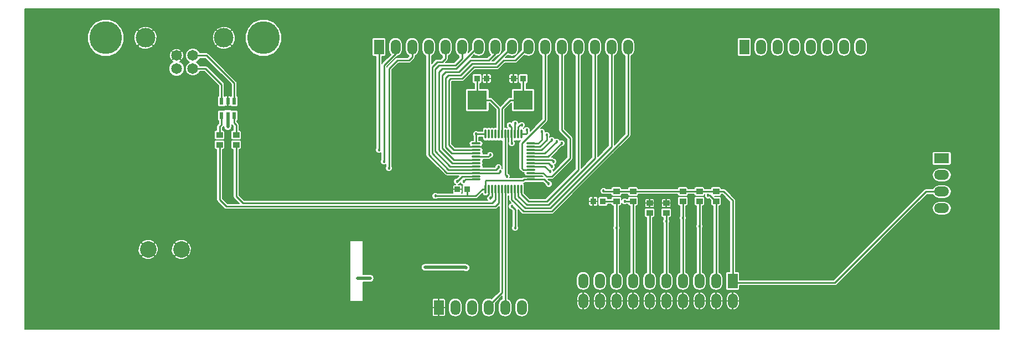
<source format=gbr>
G04 #@! TF.FileFunction,Copper,L2,Bot,Signal*
%FSLAX46Y46*%
G04 Gerber Fmt 4.6, Leading zero omitted, Abs format (unit mm)*
G04 Created by KiCad (PCBNEW 4.0.1-stable) date 6/9/2016 4:02:24 PM*
%MOMM*%
G01*
G04 APERTURE LIST*
%ADD10C,0.100000*%
%ADD11R,1.524000X2.286000*%
%ADD12O,1.524000X2.286000*%
%ADD13R,0.900000X0.950000*%
%ADD14R,0.600000X1.100000*%
%ADD15R,2.286000X1.524000*%
%ADD16O,2.286000X1.524000*%
%ADD17R,1.000000X0.850000*%
%ADD18O,0.300000X1.500000*%
%ADD19O,1.500000X0.300000*%
%ADD20R,3.000000X3.000000*%
%ADD21C,5.000000*%
%ADD22C,1.650000*%
%ADD23C,3.000000*%
%ADD24C,2.540000*%
%ADD25C,0.457200*%
%ADD26C,0.254000*%
%ADD27C,0.508000*%
%ADD28C,0.203200*%
G04 APERTURE END LIST*
D10*
D11*
X193802000Y-68834000D03*
D12*
X191262000Y-68834000D03*
X188722000Y-68834000D03*
X186182000Y-68834000D03*
X183642000Y-68834000D03*
X181102000Y-68834000D03*
X178562000Y-68834000D03*
X176022000Y-68834000D03*
X173482000Y-68834000D03*
X170942000Y-68834000D03*
X193802000Y-71882000D03*
X191262000Y-71882000D03*
X188722000Y-71882000D03*
X186182000Y-71882000D03*
X183642000Y-71882000D03*
X181102000Y-71882000D03*
X178562000Y-71882000D03*
X176022000Y-71882000D03*
X173482000Y-71882000D03*
X170942000Y-71882000D03*
D13*
X151713500Y-54800500D03*
X153213500Y-54800500D03*
X154698000Y-37846000D03*
X156198000Y-37846000D03*
X161786000Y-37846000D03*
X160286000Y-37846000D03*
X172478000Y-56642000D03*
X173978000Y-56642000D03*
D14*
X115636000Y-41318000D03*
X117536000Y-41318000D03*
X116586000Y-41318000D03*
X117536000Y-43518000D03*
X115636000Y-43518000D03*
X116586000Y-43518000D03*
D11*
X195580000Y-33020000D03*
D12*
X198120000Y-33020000D03*
X200660000Y-33020000D03*
X203200000Y-33020000D03*
X205740000Y-33020000D03*
X208280000Y-33020000D03*
X210820000Y-33020000D03*
X213360000Y-33020000D03*
D11*
X139700000Y-33020000D03*
D12*
X142240000Y-33020000D03*
X144780000Y-33020000D03*
X147320000Y-33020000D03*
X149860000Y-33020000D03*
X152400000Y-33020000D03*
X154940000Y-33020000D03*
X157480000Y-33020000D03*
X160020000Y-33020000D03*
X162560000Y-33020000D03*
X165100000Y-33020000D03*
X167640000Y-33020000D03*
X170180000Y-33020000D03*
X172720000Y-33020000D03*
X175260000Y-33020000D03*
X177800000Y-33020000D03*
D15*
X225790000Y-50080000D03*
D16*
X225790000Y-52620000D03*
X225790000Y-55160000D03*
X225790000Y-57700000D03*
D11*
X148844000Y-72898000D03*
D12*
X151384000Y-72898000D03*
X153924000Y-72898000D03*
X156464000Y-72898000D03*
X159004000Y-72898000D03*
X161544000Y-72898000D03*
D17*
X115316000Y-47994000D03*
X115316000Y-46494000D03*
X117856000Y-47994000D03*
X117856000Y-46494000D03*
X191262000Y-55130000D03*
X191262000Y-56630000D03*
X183642000Y-58408000D03*
X183642000Y-56908000D03*
X188722000Y-55130000D03*
X188722000Y-56630000D03*
X186182000Y-55130000D03*
X186182000Y-56630000D03*
X181102000Y-58408000D03*
X181102000Y-56908000D03*
X178562000Y-55130000D03*
X178562000Y-56630000D03*
X176022000Y-55130000D03*
X176022000Y-56630000D03*
D18*
X156000000Y-46346000D03*
X156500000Y-46346000D03*
X157000000Y-46346000D03*
X157500000Y-46346000D03*
X158000000Y-46346000D03*
X158500000Y-46346000D03*
X159000000Y-46346000D03*
X159500000Y-46346000D03*
X160000000Y-46346000D03*
X160500000Y-46346000D03*
X161000000Y-46346000D03*
X161500000Y-46346000D03*
D19*
X162950000Y-47796000D03*
X162950000Y-48296000D03*
X162950000Y-48796000D03*
X162950000Y-49296000D03*
X162950000Y-49796000D03*
X162950000Y-50296000D03*
X162950000Y-50796000D03*
X162950000Y-51296000D03*
X162950000Y-51796000D03*
X162950000Y-52296000D03*
X162950000Y-52796000D03*
X162950000Y-53296000D03*
D18*
X161500000Y-54746000D03*
X161000000Y-54746000D03*
X160500000Y-54746000D03*
X160000000Y-54746000D03*
X159500000Y-54746000D03*
X159000000Y-54746000D03*
X158500000Y-54746000D03*
X158000000Y-54746000D03*
X157500000Y-54746000D03*
X157000000Y-54746000D03*
X156500000Y-54746000D03*
X156000000Y-54746000D03*
D19*
X154550000Y-53296000D03*
X154550000Y-52796000D03*
X154550000Y-52296000D03*
X154550000Y-51796000D03*
X154550000Y-51296000D03*
X154550000Y-50796000D03*
X154550000Y-50296000D03*
X154550000Y-49796000D03*
X154550000Y-49296000D03*
X154550000Y-48796000D03*
X154550000Y-48296000D03*
X154550000Y-47796000D03*
D20*
X154742000Y-41148000D03*
X161742000Y-41148000D03*
D21*
X122047000Y-31623000D03*
X97917000Y-31623000D03*
D22*
X111232000Y-34333000D03*
X108732000Y-34333000D03*
X111232000Y-36333000D03*
D23*
X103982000Y-31623000D03*
X115982000Y-31623000D03*
D22*
X108732000Y-36333000D03*
D24*
X104394000Y-64008000D03*
X109474000Y-64008000D03*
D25*
X159766000Y-49022000D03*
X135445500Y-56261000D03*
X148336000Y-55816500D03*
X159702500Y-45021500D03*
X174053500Y-55054500D03*
X165671500Y-53975000D03*
X160020000Y-47752000D03*
X154559000Y-46355000D03*
X146748500Y-66738500D03*
X153035000Y-66802000D03*
X116586000Y-45212000D03*
X138364000Y-68410000D03*
X136448800Y-68402200D03*
X159258000Y-52832000D03*
X160528000Y-60706000D03*
X176022000Y-60706000D03*
X160020000Y-57404000D03*
X160528000Y-44704000D03*
X161544000Y-44958000D03*
X162306000Y-45720000D03*
X164592000Y-45974000D03*
X165354000Y-46482000D03*
X166116000Y-47244000D03*
X166878000Y-47498000D03*
X167640000Y-47752000D03*
X166370000Y-50546000D03*
X139700000Y-48768000D03*
X166116000Y-51308000D03*
X140462000Y-50546000D03*
X165862000Y-52070000D03*
X141224000Y-51562000D03*
X158242000Y-52070000D03*
X177292000Y-56642000D03*
X190055500Y-55753000D03*
X157988000Y-51435000D03*
X186182000Y-59182000D03*
X156718000Y-56134000D03*
X183642000Y-59690000D03*
X152654000Y-53594000D03*
X188722000Y-60452000D03*
X151638000Y-53594000D03*
X156718000Y-49530000D03*
D26*
X161762000Y-52796000D02*
X159766000Y-50800000D01*
X159766000Y-50800000D02*
X159766000Y-49022000D01*
X162950000Y-52796000D02*
X161762000Y-52796000D01*
X156500000Y-54746000D02*
X156500000Y-55526500D01*
X135572500Y-56388000D02*
X135445500Y-56261000D01*
X155638500Y-56388000D02*
X135572500Y-56388000D01*
X156500000Y-55526500D02*
X155638500Y-56388000D01*
X153225500Y-55816500D02*
X148336000Y-55816500D01*
X193802000Y-69088000D02*
X209423000Y-69088000D01*
X223351000Y-55160000D02*
X225790000Y-55160000D01*
X209423000Y-69088000D02*
X223351000Y-55160000D01*
X160000000Y-45319000D02*
X160000000Y-46346000D01*
X159702500Y-45021500D02*
X160000000Y-45319000D01*
X153213500Y-54800500D02*
X153213500Y-55816500D01*
X153213500Y-55816500D02*
X153225500Y-55816500D01*
X159893000Y-53467000D02*
X161734500Y-53467000D01*
X159893000Y-53467000D02*
X156083000Y-53467000D01*
X156083000Y-53467000D02*
X156000000Y-53550000D01*
X156000000Y-54746000D02*
X156000000Y-53550000D01*
X161905500Y-53296000D02*
X162950000Y-53296000D01*
X161734500Y-53467000D02*
X161905500Y-53296000D01*
X156000000Y-54746000D02*
X155566000Y-54746000D01*
X154495500Y-55816500D02*
X153225500Y-55816500D01*
X155566000Y-54746000D02*
X154495500Y-55816500D01*
X191262000Y-55130000D02*
X192417000Y-55130000D01*
X193802000Y-56515000D02*
X193802000Y-69088000D01*
X192417000Y-55130000D02*
X193802000Y-56515000D01*
X174129000Y-55130000D02*
X176022000Y-55130000D01*
X174053500Y-55054500D02*
X174129000Y-55130000D01*
X162950000Y-53296000D02*
X164992500Y-53296000D01*
X164992500Y-53296000D02*
X165671500Y-53975000D01*
X160000000Y-47732000D02*
X160000000Y-46346000D01*
X160020000Y-47752000D02*
X160000000Y-47732000D01*
X154559000Y-46355000D02*
X155991000Y-46355000D01*
X155991000Y-46355000D02*
X156000000Y-46346000D01*
X154550000Y-46364000D02*
X154550000Y-47796000D01*
X154559000Y-46355000D02*
X154550000Y-46364000D01*
X188722000Y-55130000D02*
X191262000Y-55130000D01*
X186182000Y-55130000D02*
X188722000Y-55130000D01*
X178562000Y-55130000D02*
X186182000Y-55130000D01*
X176022000Y-55130000D02*
X178562000Y-55130000D01*
D27*
X152971500Y-66738500D02*
X146748500Y-66738500D01*
X153035000Y-66802000D02*
X152971500Y-66738500D01*
X116586000Y-45212000D02*
X116586000Y-43518000D01*
X138356200Y-68402200D02*
X136448800Y-68402200D01*
X138356200Y-68402200D02*
X138364000Y-68410000D01*
D26*
X154698000Y-37846000D02*
X154698000Y-41104000D01*
X154698000Y-41104000D02*
X154742000Y-41148000D01*
X158000000Y-46346000D02*
X158000000Y-42430000D01*
X156718000Y-41148000D02*
X154742000Y-41148000D01*
X158000000Y-42430000D02*
X156718000Y-41148000D01*
X161786000Y-37846000D02*
X161786000Y-41104000D01*
X161786000Y-41104000D02*
X161742000Y-41148000D01*
X158500000Y-46346000D02*
X158500000Y-42422000D01*
X159774000Y-41148000D02*
X161742000Y-41148000D01*
X158500000Y-42422000D02*
X159774000Y-41148000D01*
X159000000Y-52574000D02*
X159258000Y-52832000D01*
X160528000Y-57912000D02*
X160528000Y-60706000D01*
X159000000Y-52574000D02*
X159000000Y-46346000D01*
X160020000Y-57404000D02*
X160528000Y-57912000D01*
X173978000Y-56642000D02*
X176010000Y-56642000D01*
X176010000Y-56642000D02*
X176022000Y-56630000D01*
X176022000Y-60706000D02*
X176022000Y-69088000D01*
X176022000Y-60706000D02*
X176022000Y-56630000D01*
X115636000Y-41318000D02*
X115636000Y-38775600D01*
X113193400Y-36333000D02*
X111232000Y-36333000D01*
X115636000Y-38775600D02*
X113193400Y-36333000D01*
X111232000Y-34333000D02*
X113327000Y-34333000D01*
X113454000Y-34460000D02*
X117536000Y-38542000D01*
X117536000Y-38542000D02*
X117536000Y-41318000D01*
X113327000Y-34333000D02*
X113454000Y-34460000D01*
X117536000Y-43518000D02*
X117536000Y-44638000D01*
X117856000Y-44958000D02*
X117856000Y-46494000D01*
X117536000Y-44638000D02*
X117856000Y-44958000D01*
X115636000Y-43518000D02*
X115636000Y-44892000D01*
X115316000Y-45212000D02*
X115316000Y-46494000D01*
X115636000Y-44892000D02*
X115316000Y-45212000D01*
X160500000Y-44986000D02*
X160500000Y-46346000D01*
X160500000Y-44732000D02*
X160500000Y-44986000D01*
X160528000Y-44704000D02*
X160500000Y-44732000D01*
X161000000Y-45248000D02*
X161000000Y-46346000D01*
X161290000Y-44958000D02*
X161000000Y-45248000D01*
X161544000Y-44958000D02*
X161290000Y-44958000D01*
X162306000Y-45720000D02*
X162306000Y-46228000D01*
X162188000Y-46346000D02*
X161500000Y-46346000D01*
X162306000Y-46228000D02*
X162188000Y-46346000D01*
X162950000Y-47796000D02*
X164040000Y-47796000D01*
X164592000Y-47244000D02*
X164592000Y-45974000D01*
X164040000Y-47796000D02*
X164592000Y-47244000D01*
X162950000Y-48296000D02*
X164302000Y-48296000D01*
X165354000Y-47244000D02*
X165354000Y-46482000D01*
X164302000Y-48296000D02*
X165354000Y-47244000D01*
X162950000Y-48796000D02*
X164564000Y-48796000D01*
X164564000Y-48796000D02*
X166116000Y-47244000D01*
X162950000Y-49296000D02*
X165080000Y-49296000D01*
X165080000Y-49296000D02*
X166878000Y-47498000D01*
X162950000Y-49796000D02*
X165596000Y-49796000D01*
X165596000Y-49796000D02*
X167640000Y-47752000D01*
X166120000Y-50296000D02*
X166370000Y-50546000D01*
X139700000Y-33020000D02*
X139700000Y-48768000D01*
X166120000Y-50296000D02*
X162950000Y-50296000D01*
X165604000Y-50796000D02*
X166116000Y-51308000D01*
X140462000Y-50546000D02*
X140462000Y-35814000D01*
X142240000Y-34036000D02*
X140462000Y-35814000D01*
X165604000Y-50796000D02*
X162950000Y-50796000D01*
X142240000Y-34036000D02*
X142240000Y-33020000D01*
X165088000Y-51296000D02*
X165862000Y-52070000D01*
X141224000Y-51562000D02*
X141224000Y-36322000D01*
X141224000Y-36322000D02*
X142494000Y-35052000D01*
X142494000Y-35052000D02*
X144272000Y-35052000D01*
X144272000Y-35052000D02*
X144780000Y-34544000D01*
X144780000Y-33020000D02*
X144780000Y-34544000D01*
X165088000Y-51296000D02*
X162950000Y-51296000D01*
X158016000Y-52296000D02*
X158242000Y-52070000D01*
X177292000Y-56642000D02*
X177304000Y-56630000D01*
X178562000Y-56630000D02*
X177304000Y-56630000D01*
X158016000Y-52296000D02*
X154550000Y-52296000D01*
X150904000Y-52296000D02*
X150086000Y-52296000D01*
X150086000Y-52296000D02*
X147320000Y-49530000D01*
X147320000Y-49530000D02*
X147320000Y-33020000D01*
X154550000Y-52296000D02*
X150904000Y-52296000D01*
X178562000Y-60198000D02*
X178562000Y-69088000D01*
X178562000Y-60198000D02*
X178562000Y-56630000D01*
X154550000Y-51796000D02*
X157627000Y-51796000D01*
X190309500Y-55753000D02*
X191186500Y-56630000D01*
X190055500Y-55753000D02*
X190309500Y-55753000D01*
X157627000Y-51796000D02*
X157988000Y-51435000D01*
X191186500Y-56630000D02*
X191262000Y-56630000D01*
X191262000Y-57912000D02*
X191262000Y-69088000D01*
X191262000Y-57912000D02*
X191262000Y-56630000D01*
X154550000Y-51796000D02*
X150368000Y-51796000D01*
X150368000Y-51796000D02*
X150348000Y-51796000D01*
X149860000Y-34798000D02*
X149860000Y-33020000D01*
X149352000Y-35306000D02*
X149860000Y-34798000D01*
X148590000Y-35306000D02*
X149352000Y-35306000D01*
X147828000Y-36068000D02*
X148590000Y-35306000D01*
X147828000Y-49276000D02*
X147828000Y-36068000D01*
X150348000Y-51796000D02*
X147828000Y-49276000D01*
X154550000Y-51296000D02*
X150610000Y-51296000D01*
X152400000Y-34798000D02*
X152400000Y-33020000D01*
X151384000Y-35814000D02*
X152400000Y-34798000D01*
X148844000Y-35814000D02*
X151384000Y-35814000D01*
X148285202Y-36372798D02*
X148844000Y-35814000D01*
X148285202Y-48971202D02*
X148285202Y-36372798D01*
X150610000Y-51296000D02*
X148285202Y-48971202D01*
X148844000Y-40640000D02*
X148844000Y-36830000D01*
X150872000Y-50796000D02*
X148844000Y-48768000D01*
X148844000Y-48768000D02*
X148844000Y-40640000D01*
X154550000Y-50796000D02*
X150872000Y-50796000D01*
X151522582Y-36322000D02*
X154824582Y-33020000D01*
X149352000Y-36322000D02*
X151522582Y-36322000D01*
X148844000Y-36830000D02*
X149352000Y-36322000D01*
X154824582Y-33020000D02*
X154940000Y-33020000D01*
X149352000Y-40894000D02*
X149352000Y-37338000D01*
X151134000Y-50296000D02*
X149352000Y-48514000D01*
X149352000Y-48514000D02*
X149352000Y-40894000D01*
X154550000Y-50296000D02*
X151134000Y-50296000D01*
X156464000Y-35052000D02*
X157480000Y-34036000D01*
X153670000Y-35052000D02*
X156464000Y-35052000D01*
X151892000Y-36830000D02*
X153670000Y-35052000D01*
X149860000Y-36830000D02*
X151892000Y-36830000D01*
X149352000Y-37338000D02*
X149860000Y-36830000D01*
X157480000Y-34036000D02*
X157480000Y-33020000D01*
X149860000Y-41148000D02*
X149860000Y-37795202D01*
X150845202Y-49296000D02*
X149860000Y-48310798D01*
X149860000Y-48310798D02*
X149860000Y-41148000D01*
X154550000Y-49296000D02*
X150845202Y-49296000D01*
X157480000Y-35560000D02*
X160020000Y-33020000D01*
X153924000Y-35560000D02*
X157480000Y-35560000D01*
X152146000Y-37338000D02*
X153924000Y-35560000D01*
X150317202Y-37338000D02*
X152146000Y-37338000D01*
X149860000Y-37795202D02*
X150317202Y-37338000D01*
X150368000Y-41402000D02*
X150368000Y-38100000D01*
X151158000Y-48796000D02*
X150368000Y-48006000D01*
X150368000Y-48006000D02*
X150368000Y-41402000D01*
X154550000Y-48796000D02*
X151158000Y-48796000D01*
X160528000Y-35052000D02*
X162560000Y-33020000D01*
X158750000Y-35052000D02*
X160528000Y-35052000D01*
X157734000Y-36068000D02*
X158750000Y-35052000D01*
X154178000Y-36068000D02*
X157734000Y-36068000D01*
X152400000Y-37846000D02*
X154178000Y-36068000D01*
X150622000Y-37846000D02*
X152400000Y-37846000D01*
X150368000Y-38100000D02*
X150622000Y-37846000D01*
X162950000Y-51796000D02*
X161778000Y-51796000D01*
X165100000Y-44196000D02*
X165100000Y-33020000D01*
X161544000Y-47752000D02*
X165100000Y-44196000D01*
X161544000Y-51562000D02*
X161544000Y-47752000D01*
X161778000Y-51796000D02*
X161544000Y-51562000D01*
X168910000Y-50038000D02*
X168910000Y-46990000D01*
X164818000Y-52296000D02*
X165354000Y-52832000D01*
X165354000Y-52832000D02*
X166116000Y-52832000D01*
X166116000Y-52832000D02*
X168910000Y-50038000D01*
X162950000Y-52296000D02*
X164818000Y-52296000D01*
X167640000Y-45720000D02*
X167640000Y-33020000D01*
X168910000Y-46990000D02*
X167640000Y-45720000D01*
X161500000Y-54746000D02*
X161500000Y-55582000D01*
X170180000Y-51816000D02*
X170180000Y-33020000D01*
X165354000Y-56642000D02*
X170180000Y-51816000D01*
X162560000Y-56642000D02*
X165354000Y-56642000D01*
X161500000Y-55582000D02*
X162560000Y-56642000D01*
X161000000Y-54746000D02*
X161000000Y-55844000D01*
X172720000Y-50038000D02*
X172720000Y-33020000D01*
X165608000Y-57150000D02*
X172720000Y-50038000D01*
X162306000Y-57150000D02*
X165608000Y-57150000D01*
X161000000Y-55844000D02*
X162306000Y-57150000D01*
X160500000Y-54746000D02*
X160500000Y-56106000D01*
X175260000Y-48260000D02*
X175260000Y-33020000D01*
X165862000Y-57658000D02*
X175260000Y-48260000D01*
X162052000Y-57658000D02*
X165862000Y-57658000D01*
X160500000Y-56106000D02*
X162052000Y-57658000D01*
X160000000Y-54746000D02*
X160000000Y-56368000D01*
X177800000Y-46482000D02*
X177800000Y-33020000D01*
X166116000Y-58166000D02*
X177800000Y-46482000D01*
X161798000Y-58166000D02*
X166116000Y-58166000D01*
X160000000Y-56368000D02*
X161798000Y-58166000D01*
X157000000Y-54746000D02*
X157000000Y-55852000D01*
X157000000Y-55852000D02*
X156718000Y-56134000D01*
X186182000Y-59182000D02*
X186182000Y-69088000D01*
X186182000Y-59182000D02*
X186182000Y-56630000D01*
X153206000Y-53296000D02*
X154550000Y-53296000D01*
X152952000Y-53296000D02*
X153206000Y-53296000D01*
X152654000Y-53594000D02*
X152952000Y-53296000D01*
X183642000Y-59690000D02*
X183642000Y-69088000D01*
X183642000Y-59690000D02*
X183642000Y-58408000D01*
X154550000Y-52796000D02*
X152436000Y-52796000D01*
X152436000Y-52796000D02*
X151638000Y-53594000D01*
X188722000Y-58674000D02*
X188722000Y-60452000D01*
X188722000Y-60452000D02*
X188722000Y-69088000D01*
X188722000Y-58674000D02*
X188722000Y-56630000D01*
X158500000Y-54746000D02*
X158500000Y-70608000D01*
X158500000Y-70608000D02*
X156464000Y-72644000D01*
X156464000Y-72644000D02*
X156464000Y-72898000D01*
X156464000Y-72517000D02*
X156464000Y-72898000D01*
X159000000Y-54746000D02*
X159000000Y-72894000D01*
X159000000Y-72894000D02*
X159004000Y-72898000D01*
X181102000Y-58408000D02*
X181102000Y-69088000D01*
X115316000Y-47994000D02*
X115316000Y-56388000D01*
X158000000Y-56884000D02*
X158000000Y-54746000D01*
X157480000Y-57404000D02*
X158000000Y-56884000D01*
X116332000Y-57404000D02*
X157480000Y-57404000D01*
X115316000Y-56388000D02*
X116332000Y-57404000D01*
X117856000Y-47994000D02*
X117856000Y-55880000D01*
X157500000Y-56368000D02*
X157500000Y-54746000D01*
X156972000Y-56896000D02*
X157500000Y-56368000D01*
X118872000Y-56896000D02*
X156972000Y-56896000D01*
X117856000Y-55880000D02*
X118872000Y-56896000D01*
X156452000Y-49796000D02*
X154550000Y-49796000D01*
X156718000Y-49530000D02*
X156452000Y-49796000D01*
D28*
G36*
X234594400Y-76225400D02*
X85572600Y-76225400D01*
X85572600Y-72986900D01*
X147828000Y-72986900D01*
X147828000Y-74091524D01*
X147866669Y-74184879D01*
X147938120Y-74256331D01*
X148031476Y-74295000D01*
X148755100Y-74295000D01*
X148818600Y-74231500D01*
X148818600Y-72923400D01*
X148869400Y-72923400D01*
X148869400Y-74231500D01*
X148932900Y-74295000D01*
X149656524Y-74295000D01*
X149749880Y-74256331D01*
X149821331Y-74184879D01*
X149860000Y-74091524D01*
X149860000Y-72986900D01*
X149796500Y-72923400D01*
X148869400Y-72923400D01*
X148818600Y-72923400D01*
X147891500Y-72923400D01*
X147828000Y-72986900D01*
X85572600Y-72986900D01*
X85572600Y-65079649D01*
X103358272Y-65079649D01*
X103501337Y-65279859D01*
X104056006Y-65524651D01*
X104662132Y-65538548D01*
X105227437Y-65319433D01*
X105286663Y-65279859D01*
X105429728Y-65079649D01*
X108438272Y-65079649D01*
X108581337Y-65279859D01*
X109136006Y-65524651D01*
X109742132Y-65538548D01*
X110307437Y-65319433D01*
X110366663Y-65279859D01*
X110509728Y-65079649D01*
X109474000Y-64043921D01*
X108438272Y-65079649D01*
X105429728Y-65079649D01*
X104394000Y-64043921D01*
X103358272Y-65079649D01*
X85572600Y-65079649D01*
X85572600Y-64276132D01*
X102863452Y-64276132D01*
X103082567Y-64841437D01*
X103122141Y-64900663D01*
X103322351Y-65043728D01*
X104358079Y-64008000D01*
X104429921Y-64008000D01*
X105465649Y-65043728D01*
X105665859Y-64900663D01*
X105910651Y-64345994D01*
X105912252Y-64276132D01*
X107943452Y-64276132D01*
X108162567Y-64841437D01*
X108202141Y-64900663D01*
X108402351Y-65043728D01*
X109438079Y-64008000D01*
X109509921Y-64008000D01*
X110545649Y-65043728D01*
X110745859Y-64900663D01*
X110990651Y-64345994D01*
X111004548Y-63739868D01*
X110785433Y-63174563D01*
X110745859Y-63115337D01*
X110545649Y-62972272D01*
X109509921Y-64008000D01*
X109438079Y-64008000D01*
X108402351Y-62972272D01*
X108202141Y-63115337D01*
X107957349Y-63670006D01*
X107943452Y-64276132D01*
X105912252Y-64276132D01*
X105924548Y-63739868D01*
X105705433Y-63174563D01*
X105665859Y-63115337D01*
X105465649Y-62972272D01*
X104429921Y-64008000D01*
X104358079Y-64008000D01*
X103322351Y-62972272D01*
X103122141Y-63115337D01*
X102877349Y-63670006D01*
X102863452Y-64276132D01*
X85572600Y-64276132D01*
X85572600Y-62936351D01*
X103358272Y-62936351D01*
X104394000Y-63972079D01*
X105429728Y-62936351D01*
X108438272Y-62936351D01*
X109474000Y-63972079D01*
X110509728Y-62936351D01*
X110367992Y-62738000D01*
X135280400Y-62738000D01*
X135280400Y-71882000D01*
X135288405Y-71921528D01*
X135311157Y-71954828D01*
X135345073Y-71976652D01*
X135382000Y-71983600D01*
X137160000Y-71983600D01*
X137199528Y-71975595D01*
X137232828Y-71952843D01*
X137254652Y-71918927D01*
X137261600Y-71882000D01*
X137261600Y-71704476D01*
X147828000Y-71704476D01*
X147828000Y-72809100D01*
X147891500Y-72872600D01*
X148818600Y-72872600D01*
X148818600Y-71564500D01*
X148869400Y-71564500D01*
X148869400Y-72872600D01*
X149796500Y-72872600D01*
X149860000Y-72809100D01*
X149860000Y-72488636D01*
X150317200Y-72488636D01*
X150317200Y-73307364D01*
X150398405Y-73715611D01*
X150629658Y-74061706D01*
X150975753Y-74292959D01*
X151384000Y-74374164D01*
X151792247Y-74292959D01*
X152138342Y-74061706D01*
X152369595Y-73715611D01*
X152450800Y-73307364D01*
X152450800Y-72488636D01*
X152857200Y-72488636D01*
X152857200Y-73307364D01*
X152938405Y-73715611D01*
X153169658Y-74061706D01*
X153515753Y-74292959D01*
X153924000Y-74374164D01*
X154332247Y-74292959D01*
X154678342Y-74061706D01*
X154909595Y-73715611D01*
X154990800Y-73307364D01*
X154990800Y-72488636D01*
X154909595Y-72080389D01*
X154678342Y-71734294D01*
X154332247Y-71503041D01*
X153924000Y-71421836D01*
X153515753Y-71503041D01*
X153169658Y-71734294D01*
X152938405Y-72080389D01*
X152857200Y-72488636D01*
X152450800Y-72488636D01*
X152369595Y-72080389D01*
X152138342Y-71734294D01*
X151792247Y-71503041D01*
X151384000Y-71421836D01*
X150975753Y-71503041D01*
X150629658Y-71734294D01*
X150398405Y-72080389D01*
X150317200Y-72488636D01*
X149860000Y-72488636D01*
X149860000Y-71704476D01*
X149821331Y-71611121D01*
X149749880Y-71539669D01*
X149656524Y-71501000D01*
X148932900Y-71501000D01*
X148869400Y-71564500D01*
X148818600Y-71564500D01*
X148755100Y-71501000D01*
X148031476Y-71501000D01*
X147938120Y-71539669D01*
X147866669Y-71611121D01*
X147828000Y-71704476D01*
X137261600Y-71704476D01*
X137261600Y-69011800D01*
X138324787Y-69011800D01*
X138364000Y-69019600D01*
X138597284Y-68973197D01*
X138795052Y-68841052D01*
X138927197Y-68643284D01*
X138973600Y-68410000D01*
X138927197Y-68176716D01*
X138795052Y-67978948D01*
X138787252Y-67971148D01*
X138589484Y-67839003D01*
X138356200Y-67792600D01*
X137261600Y-67792600D01*
X137261600Y-66738500D01*
X146138900Y-66738500D01*
X146185303Y-66971784D01*
X146317448Y-67169552D01*
X146515216Y-67301697D01*
X146748500Y-67348100D01*
X152776129Y-67348100D01*
X152801717Y-67365197D01*
X153035000Y-67411600D01*
X153268284Y-67365197D01*
X153466053Y-67233053D01*
X153598197Y-67035284D01*
X153644600Y-66802000D01*
X153598197Y-66568717D01*
X153466053Y-66370948D01*
X153402552Y-66307448D01*
X153204784Y-66175303D01*
X152971500Y-66128900D01*
X146748500Y-66128900D01*
X146515216Y-66175303D01*
X146317448Y-66307448D01*
X146185303Y-66505216D01*
X146138900Y-66738500D01*
X137261600Y-66738500D01*
X137261600Y-62738000D01*
X137253595Y-62698472D01*
X137230843Y-62665172D01*
X137196927Y-62643348D01*
X137160000Y-62636400D01*
X135382000Y-62636400D01*
X135342472Y-62644405D01*
X135309172Y-62667157D01*
X135287348Y-62701073D01*
X135280400Y-62738000D01*
X110367992Y-62738000D01*
X110366663Y-62736141D01*
X109811994Y-62491349D01*
X109205868Y-62477452D01*
X108640563Y-62696567D01*
X108581337Y-62736141D01*
X108438272Y-62936351D01*
X105429728Y-62936351D01*
X105286663Y-62736141D01*
X104731994Y-62491349D01*
X104125868Y-62477452D01*
X103560563Y-62696567D01*
X103501337Y-62736141D01*
X103358272Y-62936351D01*
X85572600Y-62936351D01*
X85572600Y-47569000D01*
X114505229Y-47569000D01*
X114505229Y-48419000D01*
X114526482Y-48531952D01*
X114593237Y-48635692D01*
X114695093Y-48705287D01*
X114816000Y-48729771D01*
X114884200Y-48729771D01*
X114884200Y-56388000D01*
X114917069Y-56553243D01*
X115001927Y-56680243D01*
X115010671Y-56693329D01*
X116026671Y-57709329D01*
X116166757Y-57802931D01*
X116332000Y-57835800D01*
X157480000Y-57835800D01*
X157645243Y-57802931D01*
X157785329Y-57709329D01*
X158068200Y-57426458D01*
X158068200Y-70429142D01*
X156945413Y-71551929D01*
X156872247Y-71503041D01*
X156464000Y-71421836D01*
X156055753Y-71503041D01*
X155709658Y-71734294D01*
X155478405Y-72080389D01*
X155397200Y-72488636D01*
X155397200Y-73307364D01*
X155478405Y-73715611D01*
X155709658Y-74061706D01*
X156055753Y-74292959D01*
X156464000Y-74374164D01*
X156872247Y-74292959D01*
X157218342Y-74061706D01*
X157449595Y-73715611D01*
X157530800Y-73307364D01*
X157530800Y-72488636D01*
X157480898Y-72237760D01*
X158568200Y-71150458D01*
X158568200Y-71521451D01*
X158249658Y-71734294D01*
X158018405Y-72080389D01*
X157937200Y-72488636D01*
X157937200Y-73307364D01*
X158018405Y-73715611D01*
X158249658Y-74061706D01*
X158595753Y-74292959D01*
X159004000Y-74374164D01*
X159412247Y-74292959D01*
X159758342Y-74061706D01*
X159989595Y-73715611D01*
X160070800Y-73307364D01*
X160070800Y-72488636D01*
X160477200Y-72488636D01*
X160477200Y-73307364D01*
X160558405Y-73715611D01*
X160789658Y-74061706D01*
X161135753Y-74292959D01*
X161544000Y-74374164D01*
X161952247Y-74292959D01*
X162298342Y-74061706D01*
X162529595Y-73715611D01*
X162610800Y-73307364D01*
X162610800Y-72488636D01*
X162529595Y-72080389D01*
X162414008Y-71907400D01*
X169926000Y-71907400D01*
X169926000Y-72288400D01*
X170013059Y-72675273D01*
X170241540Y-72999381D01*
X170576660Y-73211382D01*
X170758025Y-73262204D01*
X170916600Y-73215161D01*
X170916600Y-71907400D01*
X170967400Y-71907400D01*
X170967400Y-73215161D01*
X171125975Y-73262204D01*
X171307340Y-73211382D01*
X171642460Y-72999381D01*
X171870941Y-72675273D01*
X171958000Y-72288400D01*
X171958000Y-71907400D01*
X172466000Y-71907400D01*
X172466000Y-72288400D01*
X172553059Y-72675273D01*
X172781540Y-72999381D01*
X173116660Y-73211382D01*
X173298025Y-73262204D01*
X173456600Y-73215161D01*
X173456600Y-71907400D01*
X173507400Y-71907400D01*
X173507400Y-73215161D01*
X173665975Y-73262204D01*
X173847340Y-73211382D01*
X174182460Y-72999381D01*
X174410941Y-72675273D01*
X174498000Y-72288400D01*
X174498000Y-71907400D01*
X175006000Y-71907400D01*
X175006000Y-72288400D01*
X175093059Y-72675273D01*
X175321540Y-72999381D01*
X175656660Y-73211382D01*
X175838025Y-73262204D01*
X175996600Y-73215161D01*
X175996600Y-71907400D01*
X176047400Y-71907400D01*
X176047400Y-73215161D01*
X176205975Y-73262204D01*
X176387340Y-73211382D01*
X176722460Y-72999381D01*
X176950941Y-72675273D01*
X177038000Y-72288400D01*
X177038000Y-71907400D01*
X177546000Y-71907400D01*
X177546000Y-72288400D01*
X177633059Y-72675273D01*
X177861540Y-72999381D01*
X178196660Y-73211382D01*
X178378025Y-73262204D01*
X178536600Y-73215161D01*
X178536600Y-71907400D01*
X178587400Y-71907400D01*
X178587400Y-73215161D01*
X178745975Y-73262204D01*
X178927340Y-73211382D01*
X179262460Y-72999381D01*
X179490941Y-72675273D01*
X179578000Y-72288400D01*
X179578000Y-71907400D01*
X180086000Y-71907400D01*
X180086000Y-72288400D01*
X180173059Y-72675273D01*
X180401540Y-72999381D01*
X180736660Y-73211382D01*
X180918025Y-73262204D01*
X181076600Y-73215161D01*
X181076600Y-71907400D01*
X181127400Y-71907400D01*
X181127400Y-73215161D01*
X181285975Y-73262204D01*
X181467340Y-73211382D01*
X181802460Y-72999381D01*
X182030941Y-72675273D01*
X182118000Y-72288400D01*
X182118000Y-71907400D01*
X182626000Y-71907400D01*
X182626000Y-72288400D01*
X182713059Y-72675273D01*
X182941540Y-72999381D01*
X183276660Y-73211382D01*
X183458025Y-73262204D01*
X183616600Y-73215161D01*
X183616600Y-71907400D01*
X183667400Y-71907400D01*
X183667400Y-73215161D01*
X183825975Y-73262204D01*
X184007340Y-73211382D01*
X184342460Y-72999381D01*
X184570941Y-72675273D01*
X184658000Y-72288400D01*
X184658000Y-71907400D01*
X185166000Y-71907400D01*
X185166000Y-72288400D01*
X185253059Y-72675273D01*
X185481540Y-72999381D01*
X185816660Y-73211382D01*
X185998025Y-73262204D01*
X186156600Y-73215161D01*
X186156600Y-71907400D01*
X186207400Y-71907400D01*
X186207400Y-73215161D01*
X186365975Y-73262204D01*
X186547340Y-73211382D01*
X186882460Y-72999381D01*
X187110941Y-72675273D01*
X187198000Y-72288400D01*
X187198000Y-71907400D01*
X187706000Y-71907400D01*
X187706000Y-72288400D01*
X187793059Y-72675273D01*
X188021540Y-72999381D01*
X188356660Y-73211382D01*
X188538025Y-73262204D01*
X188696600Y-73215161D01*
X188696600Y-71907400D01*
X188747400Y-71907400D01*
X188747400Y-73215161D01*
X188905975Y-73262204D01*
X189087340Y-73211382D01*
X189422460Y-72999381D01*
X189650941Y-72675273D01*
X189738000Y-72288400D01*
X189738000Y-71907400D01*
X190246000Y-71907400D01*
X190246000Y-72288400D01*
X190333059Y-72675273D01*
X190561540Y-72999381D01*
X190896660Y-73211382D01*
X191078025Y-73262204D01*
X191236600Y-73215161D01*
X191236600Y-71907400D01*
X191287400Y-71907400D01*
X191287400Y-73215161D01*
X191445975Y-73262204D01*
X191627340Y-73211382D01*
X191962460Y-72999381D01*
X192190941Y-72675273D01*
X192278000Y-72288400D01*
X192278000Y-71907400D01*
X192786000Y-71907400D01*
X192786000Y-72288400D01*
X192873059Y-72675273D01*
X193101540Y-72999381D01*
X193436660Y-73211382D01*
X193618025Y-73262204D01*
X193776600Y-73215161D01*
X193776600Y-71907400D01*
X193827400Y-71907400D01*
X193827400Y-73215161D01*
X193985975Y-73262204D01*
X194167340Y-73211382D01*
X194502460Y-72999381D01*
X194730941Y-72675273D01*
X194818000Y-72288400D01*
X194818000Y-71907400D01*
X193827400Y-71907400D01*
X193776600Y-71907400D01*
X192786000Y-71907400D01*
X192278000Y-71907400D01*
X191287400Y-71907400D01*
X191236600Y-71907400D01*
X190246000Y-71907400D01*
X189738000Y-71907400D01*
X188747400Y-71907400D01*
X188696600Y-71907400D01*
X187706000Y-71907400D01*
X187198000Y-71907400D01*
X186207400Y-71907400D01*
X186156600Y-71907400D01*
X185166000Y-71907400D01*
X184658000Y-71907400D01*
X183667400Y-71907400D01*
X183616600Y-71907400D01*
X182626000Y-71907400D01*
X182118000Y-71907400D01*
X181127400Y-71907400D01*
X181076600Y-71907400D01*
X180086000Y-71907400D01*
X179578000Y-71907400D01*
X178587400Y-71907400D01*
X178536600Y-71907400D01*
X177546000Y-71907400D01*
X177038000Y-71907400D01*
X176047400Y-71907400D01*
X175996600Y-71907400D01*
X175006000Y-71907400D01*
X174498000Y-71907400D01*
X173507400Y-71907400D01*
X173456600Y-71907400D01*
X172466000Y-71907400D01*
X171958000Y-71907400D01*
X170967400Y-71907400D01*
X170916600Y-71907400D01*
X169926000Y-71907400D01*
X162414008Y-71907400D01*
X162298342Y-71734294D01*
X161952247Y-71503041D01*
X161814292Y-71475600D01*
X169926000Y-71475600D01*
X169926000Y-71856600D01*
X170916600Y-71856600D01*
X170916600Y-70548839D01*
X170967400Y-70548839D01*
X170967400Y-71856600D01*
X171958000Y-71856600D01*
X171958000Y-71475600D01*
X172466000Y-71475600D01*
X172466000Y-71856600D01*
X173456600Y-71856600D01*
X173456600Y-70548839D01*
X173507400Y-70548839D01*
X173507400Y-71856600D01*
X174498000Y-71856600D01*
X174498000Y-71475600D01*
X175006000Y-71475600D01*
X175006000Y-71856600D01*
X175996600Y-71856600D01*
X175996600Y-70548839D01*
X176047400Y-70548839D01*
X176047400Y-71856600D01*
X177038000Y-71856600D01*
X177038000Y-71475600D01*
X177546000Y-71475600D01*
X177546000Y-71856600D01*
X178536600Y-71856600D01*
X178536600Y-70548839D01*
X178587400Y-70548839D01*
X178587400Y-71856600D01*
X179578000Y-71856600D01*
X179578000Y-71475600D01*
X180086000Y-71475600D01*
X180086000Y-71856600D01*
X181076600Y-71856600D01*
X181076600Y-70548839D01*
X181127400Y-70548839D01*
X181127400Y-71856600D01*
X182118000Y-71856600D01*
X182118000Y-71475600D01*
X182626000Y-71475600D01*
X182626000Y-71856600D01*
X183616600Y-71856600D01*
X183616600Y-70548839D01*
X183667400Y-70548839D01*
X183667400Y-71856600D01*
X184658000Y-71856600D01*
X184658000Y-71475600D01*
X185166000Y-71475600D01*
X185166000Y-71856600D01*
X186156600Y-71856600D01*
X186156600Y-70548839D01*
X186207400Y-70548839D01*
X186207400Y-71856600D01*
X187198000Y-71856600D01*
X187198000Y-71475600D01*
X187706000Y-71475600D01*
X187706000Y-71856600D01*
X188696600Y-71856600D01*
X188696600Y-70548839D01*
X188747400Y-70548839D01*
X188747400Y-71856600D01*
X189738000Y-71856600D01*
X189738000Y-71475600D01*
X190246000Y-71475600D01*
X190246000Y-71856600D01*
X191236600Y-71856600D01*
X191236600Y-70548839D01*
X191287400Y-70548839D01*
X191287400Y-71856600D01*
X192278000Y-71856600D01*
X192278000Y-71475600D01*
X192786000Y-71475600D01*
X192786000Y-71856600D01*
X193776600Y-71856600D01*
X193776600Y-70548839D01*
X193827400Y-70548839D01*
X193827400Y-71856600D01*
X194818000Y-71856600D01*
X194818000Y-71475600D01*
X194730941Y-71088727D01*
X194502460Y-70764619D01*
X194167340Y-70552618D01*
X193985975Y-70501796D01*
X193827400Y-70548839D01*
X193776600Y-70548839D01*
X193618025Y-70501796D01*
X193436660Y-70552618D01*
X193101540Y-70764619D01*
X192873059Y-71088727D01*
X192786000Y-71475600D01*
X192278000Y-71475600D01*
X192190941Y-71088727D01*
X191962460Y-70764619D01*
X191627340Y-70552618D01*
X191445975Y-70501796D01*
X191287400Y-70548839D01*
X191236600Y-70548839D01*
X191078025Y-70501796D01*
X190896660Y-70552618D01*
X190561540Y-70764619D01*
X190333059Y-71088727D01*
X190246000Y-71475600D01*
X189738000Y-71475600D01*
X189650941Y-71088727D01*
X189422460Y-70764619D01*
X189087340Y-70552618D01*
X188905975Y-70501796D01*
X188747400Y-70548839D01*
X188696600Y-70548839D01*
X188538025Y-70501796D01*
X188356660Y-70552618D01*
X188021540Y-70764619D01*
X187793059Y-71088727D01*
X187706000Y-71475600D01*
X187198000Y-71475600D01*
X187110941Y-71088727D01*
X186882460Y-70764619D01*
X186547340Y-70552618D01*
X186365975Y-70501796D01*
X186207400Y-70548839D01*
X186156600Y-70548839D01*
X185998025Y-70501796D01*
X185816660Y-70552618D01*
X185481540Y-70764619D01*
X185253059Y-71088727D01*
X185166000Y-71475600D01*
X184658000Y-71475600D01*
X184570941Y-71088727D01*
X184342460Y-70764619D01*
X184007340Y-70552618D01*
X183825975Y-70501796D01*
X183667400Y-70548839D01*
X183616600Y-70548839D01*
X183458025Y-70501796D01*
X183276660Y-70552618D01*
X182941540Y-70764619D01*
X182713059Y-71088727D01*
X182626000Y-71475600D01*
X182118000Y-71475600D01*
X182030941Y-71088727D01*
X181802460Y-70764619D01*
X181467340Y-70552618D01*
X181285975Y-70501796D01*
X181127400Y-70548839D01*
X181076600Y-70548839D01*
X180918025Y-70501796D01*
X180736660Y-70552618D01*
X180401540Y-70764619D01*
X180173059Y-71088727D01*
X180086000Y-71475600D01*
X179578000Y-71475600D01*
X179490941Y-71088727D01*
X179262460Y-70764619D01*
X178927340Y-70552618D01*
X178745975Y-70501796D01*
X178587400Y-70548839D01*
X178536600Y-70548839D01*
X178378025Y-70501796D01*
X178196660Y-70552618D01*
X177861540Y-70764619D01*
X177633059Y-71088727D01*
X177546000Y-71475600D01*
X177038000Y-71475600D01*
X176950941Y-71088727D01*
X176722460Y-70764619D01*
X176387340Y-70552618D01*
X176205975Y-70501796D01*
X176047400Y-70548839D01*
X175996600Y-70548839D01*
X175838025Y-70501796D01*
X175656660Y-70552618D01*
X175321540Y-70764619D01*
X175093059Y-71088727D01*
X175006000Y-71475600D01*
X174498000Y-71475600D01*
X174410941Y-71088727D01*
X174182460Y-70764619D01*
X173847340Y-70552618D01*
X173665975Y-70501796D01*
X173507400Y-70548839D01*
X173456600Y-70548839D01*
X173298025Y-70501796D01*
X173116660Y-70552618D01*
X172781540Y-70764619D01*
X172553059Y-71088727D01*
X172466000Y-71475600D01*
X171958000Y-71475600D01*
X171870941Y-71088727D01*
X171642460Y-70764619D01*
X171307340Y-70552618D01*
X171125975Y-70501796D01*
X170967400Y-70548839D01*
X170916600Y-70548839D01*
X170758025Y-70501796D01*
X170576660Y-70552618D01*
X170241540Y-70764619D01*
X170013059Y-71088727D01*
X169926000Y-71475600D01*
X161814292Y-71475600D01*
X161544000Y-71421836D01*
X161135753Y-71503041D01*
X160789658Y-71734294D01*
X160558405Y-72080389D01*
X160477200Y-72488636D01*
X160070800Y-72488636D01*
X159989595Y-72080389D01*
X159758342Y-71734294D01*
X159431800Y-71516106D01*
X159431800Y-68424636D01*
X169875200Y-68424636D01*
X169875200Y-69243364D01*
X169956405Y-69651611D01*
X170187658Y-69997706D01*
X170533753Y-70228959D01*
X170942000Y-70310164D01*
X171350247Y-70228959D01*
X171696342Y-69997706D01*
X171927595Y-69651611D01*
X172008800Y-69243364D01*
X172008800Y-68424636D01*
X172415200Y-68424636D01*
X172415200Y-69243364D01*
X172496405Y-69651611D01*
X172727658Y-69997706D01*
X173073753Y-70228959D01*
X173482000Y-70310164D01*
X173890247Y-70228959D01*
X174236342Y-69997706D01*
X174467595Y-69651611D01*
X174548800Y-69243364D01*
X174548800Y-68424636D01*
X174467595Y-68016389D01*
X174236342Y-67670294D01*
X173890247Y-67439041D01*
X173482000Y-67357836D01*
X173073753Y-67439041D01*
X172727658Y-67670294D01*
X172496405Y-68016389D01*
X172415200Y-68424636D01*
X172008800Y-68424636D01*
X171927595Y-68016389D01*
X171696342Y-67670294D01*
X171350247Y-67439041D01*
X170942000Y-67357836D01*
X170533753Y-67439041D01*
X170187658Y-67670294D01*
X169956405Y-68016389D01*
X169875200Y-68424636D01*
X159431800Y-68424636D01*
X159431800Y-55807899D01*
X159500000Y-55821465D01*
X159568200Y-55807899D01*
X159568200Y-56368000D01*
X159601069Y-56533243D01*
X159614432Y-56553242D01*
X159694671Y-56673329D01*
X159898433Y-56877091D01*
X159718248Y-56951542D01*
X159568069Y-57101459D01*
X159486693Y-57297435D01*
X159486508Y-57509634D01*
X159567542Y-57705752D01*
X159717459Y-57855931D01*
X159913435Y-57937307D01*
X159942675Y-57937332D01*
X160096200Y-58090857D01*
X160096200Y-60383363D01*
X160076069Y-60403459D01*
X159994693Y-60599435D01*
X159994508Y-60811634D01*
X160075542Y-61007752D01*
X160225459Y-61157931D01*
X160421435Y-61239307D01*
X160633634Y-61239492D01*
X160829752Y-61158458D01*
X160979931Y-61008541D01*
X161061307Y-60812565D01*
X161061492Y-60600366D01*
X160980458Y-60404248D01*
X160959800Y-60383554D01*
X160959800Y-57938458D01*
X161492671Y-58471329D01*
X161632757Y-58564931D01*
X161798000Y-58597800D01*
X166116000Y-58597800D01*
X166281243Y-58564931D01*
X166421329Y-58471329D01*
X168161758Y-56730900D01*
X171774000Y-56730900D01*
X171774000Y-57167524D01*
X171812669Y-57260879D01*
X171884120Y-57332331D01*
X171977476Y-57371000D01*
X172389100Y-57371000D01*
X172452600Y-57307500D01*
X172452600Y-56667400D01*
X172503400Y-56667400D01*
X172503400Y-57307500D01*
X172566900Y-57371000D01*
X172978524Y-57371000D01*
X173071880Y-57332331D01*
X173143331Y-57260879D01*
X173182000Y-57167524D01*
X173182000Y-56730900D01*
X173118500Y-56667400D01*
X172503400Y-56667400D01*
X172452600Y-56667400D01*
X171837500Y-56667400D01*
X171774000Y-56730900D01*
X168161758Y-56730900D01*
X168776182Y-56116476D01*
X171774000Y-56116476D01*
X171774000Y-56553100D01*
X171837500Y-56616600D01*
X172452600Y-56616600D01*
X172452600Y-55976500D01*
X172503400Y-55976500D01*
X172503400Y-56616600D01*
X173118500Y-56616600D01*
X173182000Y-56553100D01*
X173182000Y-56167000D01*
X173217229Y-56167000D01*
X173217229Y-57117000D01*
X173238482Y-57229952D01*
X173305237Y-57333692D01*
X173407093Y-57403287D01*
X173528000Y-57427771D01*
X174428000Y-57427771D01*
X174540952Y-57406518D01*
X174644692Y-57339763D01*
X174714287Y-57237907D01*
X174738771Y-57117000D01*
X174738771Y-57073800D01*
X175214766Y-57073800D01*
X175232482Y-57167952D01*
X175299237Y-57271692D01*
X175401093Y-57341287D01*
X175522000Y-57365771D01*
X175590200Y-57365771D01*
X175590200Y-60383363D01*
X175570069Y-60403459D01*
X175488693Y-60599435D01*
X175488508Y-60811634D01*
X175569542Y-61007752D01*
X175590200Y-61028446D01*
X175590200Y-67454779D01*
X175267658Y-67670294D01*
X175036405Y-68016389D01*
X174955200Y-68424636D01*
X174955200Y-69243364D01*
X175036405Y-69651611D01*
X175267658Y-69997706D01*
X175613753Y-70228959D01*
X176022000Y-70310164D01*
X176430247Y-70228959D01*
X176776342Y-69997706D01*
X177007595Y-69651611D01*
X177088800Y-69243364D01*
X177088800Y-68424636D01*
X177007595Y-68016389D01*
X176776342Y-67670294D01*
X176453800Y-67454779D01*
X176453800Y-61028637D01*
X176473931Y-61008541D01*
X176555307Y-60812565D01*
X176555492Y-60600366D01*
X176474458Y-60404248D01*
X176453800Y-60383554D01*
X176453800Y-57365771D01*
X176522000Y-57365771D01*
X176634952Y-57344518D01*
X176738692Y-57277763D01*
X176808287Y-57175907D01*
X176832771Y-57055000D01*
X176832771Y-56927365D01*
X176839542Y-56943752D01*
X176989459Y-57093931D01*
X177185435Y-57175307D01*
X177397634Y-57175492D01*
X177593752Y-57094458D01*
X177626467Y-57061800D01*
X177752508Y-57061800D01*
X177772482Y-57167952D01*
X177839237Y-57271692D01*
X177941093Y-57341287D01*
X178062000Y-57365771D01*
X178130200Y-57365771D01*
X178130200Y-67454779D01*
X177807658Y-67670294D01*
X177576405Y-68016389D01*
X177495200Y-68424636D01*
X177495200Y-69243364D01*
X177576405Y-69651611D01*
X177807658Y-69997706D01*
X178153753Y-70228959D01*
X178562000Y-70310164D01*
X178970247Y-70228959D01*
X179316342Y-69997706D01*
X179547595Y-69651611D01*
X179628800Y-69243364D01*
X179628800Y-68424636D01*
X180035200Y-68424636D01*
X180035200Y-69243364D01*
X180116405Y-69651611D01*
X180347658Y-69997706D01*
X180693753Y-70228959D01*
X181102000Y-70310164D01*
X181510247Y-70228959D01*
X181856342Y-69997706D01*
X182087595Y-69651611D01*
X182168800Y-69243364D01*
X182168800Y-68424636D01*
X182575200Y-68424636D01*
X182575200Y-69243364D01*
X182656405Y-69651611D01*
X182887658Y-69997706D01*
X183233753Y-70228959D01*
X183642000Y-70310164D01*
X184050247Y-70228959D01*
X184396342Y-69997706D01*
X184627595Y-69651611D01*
X184708800Y-69243364D01*
X184708800Y-68424636D01*
X185115200Y-68424636D01*
X185115200Y-69243364D01*
X185196405Y-69651611D01*
X185427658Y-69997706D01*
X185773753Y-70228959D01*
X186182000Y-70310164D01*
X186590247Y-70228959D01*
X186936342Y-69997706D01*
X187167595Y-69651611D01*
X187248800Y-69243364D01*
X187248800Y-68424636D01*
X187655200Y-68424636D01*
X187655200Y-69243364D01*
X187736405Y-69651611D01*
X187967658Y-69997706D01*
X188313753Y-70228959D01*
X188722000Y-70310164D01*
X189130247Y-70228959D01*
X189476342Y-69997706D01*
X189707595Y-69651611D01*
X189788800Y-69243364D01*
X189788800Y-68424636D01*
X189707595Y-68016389D01*
X189476342Y-67670294D01*
X189153800Y-67454779D01*
X189153800Y-60774637D01*
X189173931Y-60754541D01*
X189255307Y-60558565D01*
X189255492Y-60346366D01*
X189174458Y-60150248D01*
X189153800Y-60129554D01*
X189153800Y-57365771D01*
X189222000Y-57365771D01*
X189334952Y-57344518D01*
X189438692Y-57277763D01*
X189508287Y-57175907D01*
X189532771Y-57055000D01*
X189532771Y-56205000D01*
X189511518Y-56092048D01*
X189444763Y-55988308D01*
X189342907Y-55918713D01*
X189222000Y-55894229D01*
X188222000Y-55894229D01*
X188109048Y-55915482D01*
X188005308Y-55982237D01*
X187935713Y-56084093D01*
X187911229Y-56205000D01*
X187911229Y-57055000D01*
X187932482Y-57167952D01*
X187999237Y-57271692D01*
X188101093Y-57341287D01*
X188222000Y-57365771D01*
X188290200Y-57365771D01*
X188290200Y-60129363D01*
X188270069Y-60149459D01*
X188188693Y-60345435D01*
X188188508Y-60557634D01*
X188269542Y-60753752D01*
X188290200Y-60774446D01*
X188290200Y-67454779D01*
X187967658Y-67670294D01*
X187736405Y-68016389D01*
X187655200Y-68424636D01*
X187248800Y-68424636D01*
X187167595Y-68016389D01*
X186936342Y-67670294D01*
X186613800Y-67454779D01*
X186613800Y-59504637D01*
X186633931Y-59484541D01*
X186715307Y-59288565D01*
X186715492Y-59076366D01*
X186634458Y-58880248D01*
X186613800Y-58859554D01*
X186613800Y-57365771D01*
X186682000Y-57365771D01*
X186794952Y-57344518D01*
X186898692Y-57277763D01*
X186968287Y-57175907D01*
X186992771Y-57055000D01*
X186992771Y-56205000D01*
X186971518Y-56092048D01*
X186904763Y-55988308D01*
X186802907Y-55918713D01*
X186682000Y-55894229D01*
X185682000Y-55894229D01*
X185569048Y-55915482D01*
X185465308Y-55982237D01*
X185395713Y-56084093D01*
X185371229Y-56205000D01*
X185371229Y-57055000D01*
X185392482Y-57167952D01*
X185459237Y-57271692D01*
X185561093Y-57341287D01*
X185682000Y-57365771D01*
X185750200Y-57365771D01*
X185750200Y-58859363D01*
X185730069Y-58879459D01*
X185648693Y-59075435D01*
X185648508Y-59287634D01*
X185729542Y-59483752D01*
X185750200Y-59504446D01*
X185750200Y-67454779D01*
X185427658Y-67670294D01*
X185196405Y-68016389D01*
X185115200Y-68424636D01*
X184708800Y-68424636D01*
X184627595Y-68016389D01*
X184396342Y-67670294D01*
X184073800Y-67454779D01*
X184073800Y-60012637D01*
X184093931Y-59992541D01*
X184175307Y-59796565D01*
X184175492Y-59584366D01*
X184094458Y-59388248D01*
X184073800Y-59367554D01*
X184073800Y-59143771D01*
X184142000Y-59143771D01*
X184254952Y-59122518D01*
X184358692Y-59055763D01*
X184428287Y-58953907D01*
X184452771Y-58833000D01*
X184452771Y-57983000D01*
X184431518Y-57870048D01*
X184364763Y-57766308D01*
X184262907Y-57696713D01*
X184142000Y-57672229D01*
X183142000Y-57672229D01*
X183029048Y-57693482D01*
X182925308Y-57760237D01*
X182855713Y-57862093D01*
X182831229Y-57983000D01*
X182831229Y-58833000D01*
X182852482Y-58945952D01*
X182919237Y-59049692D01*
X183021093Y-59119287D01*
X183142000Y-59143771D01*
X183210200Y-59143771D01*
X183210200Y-59367363D01*
X183190069Y-59387459D01*
X183108693Y-59583435D01*
X183108508Y-59795634D01*
X183189542Y-59991752D01*
X183210200Y-60012446D01*
X183210200Y-67454779D01*
X182887658Y-67670294D01*
X182656405Y-68016389D01*
X182575200Y-68424636D01*
X182168800Y-68424636D01*
X182087595Y-68016389D01*
X181856342Y-67670294D01*
X181533800Y-67454779D01*
X181533800Y-59143771D01*
X181602000Y-59143771D01*
X181714952Y-59122518D01*
X181818692Y-59055763D01*
X181888287Y-58953907D01*
X181912771Y-58833000D01*
X181912771Y-57983000D01*
X181891518Y-57870048D01*
X181824763Y-57766308D01*
X181722907Y-57696713D01*
X181602000Y-57672229D01*
X180602000Y-57672229D01*
X180489048Y-57693482D01*
X180385308Y-57760237D01*
X180315713Y-57862093D01*
X180291229Y-57983000D01*
X180291229Y-58833000D01*
X180312482Y-58945952D01*
X180379237Y-59049692D01*
X180481093Y-59119287D01*
X180602000Y-59143771D01*
X180670200Y-59143771D01*
X180670200Y-67454779D01*
X180347658Y-67670294D01*
X180116405Y-68016389D01*
X180035200Y-68424636D01*
X179628800Y-68424636D01*
X179547595Y-68016389D01*
X179316342Y-67670294D01*
X178993800Y-67454779D01*
X178993800Y-57365771D01*
X179062000Y-57365771D01*
X179174952Y-57344518D01*
X179278692Y-57277763D01*
X179348287Y-57175907D01*
X179372771Y-57055000D01*
X179372771Y-56996900D01*
X180348000Y-56996900D01*
X180348000Y-57383524D01*
X180386669Y-57476880D01*
X180458121Y-57548331D01*
X180551476Y-57587000D01*
X181013100Y-57587000D01*
X181076600Y-57523500D01*
X181076600Y-56933400D01*
X181127400Y-56933400D01*
X181127400Y-57523500D01*
X181190900Y-57587000D01*
X181652524Y-57587000D01*
X181745879Y-57548331D01*
X181817331Y-57476880D01*
X181856000Y-57383524D01*
X181856000Y-56996900D01*
X182888000Y-56996900D01*
X182888000Y-57383524D01*
X182926669Y-57476880D01*
X182998121Y-57548331D01*
X183091476Y-57587000D01*
X183553100Y-57587000D01*
X183616600Y-57523500D01*
X183616600Y-56933400D01*
X183667400Y-56933400D01*
X183667400Y-57523500D01*
X183730900Y-57587000D01*
X184192524Y-57587000D01*
X184285879Y-57548331D01*
X184357331Y-57476880D01*
X184396000Y-57383524D01*
X184396000Y-56996900D01*
X184332500Y-56933400D01*
X183667400Y-56933400D01*
X183616600Y-56933400D01*
X182951500Y-56933400D01*
X182888000Y-56996900D01*
X181856000Y-56996900D01*
X181792500Y-56933400D01*
X181127400Y-56933400D01*
X181076600Y-56933400D01*
X180411500Y-56933400D01*
X180348000Y-56996900D01*
X179372771Y-56996900D01*
X179372771Y-56432476D01*
X180348000Y-56432476D01*
X180348000Y-56819100D01*
X180411500Y-56882600D01*
X181076600Y-56882600D01*
X181076600Y-56292500D01*
X181127400Y-56292500D01*
X181127400Y-56882600D01*
X181792500Y-56882600D01*
X181856000Y-56819100D01*
X181856000Y-56432476D01*
X182888000Y-56432476D01*
X182888000Y-56819100D01*
X182951500Y-56882600D01*
X183616600Y-56882600D01*
X183616600Y-56292500D01*
X183667400Y-56292500D01*
X183667400Y-56882600D01*
X184332500Y-56882600D01*
X184396000Y-56819100D01*
X184396000Y-56432476D01*
X184357331Y-56339120D01*
X184285879Y-56267669D01*
X184192524Y-56229000D01*
X183730900Y-56229000D01*
X183667400Y-56292500D01*
X183616600Y-56292500D01*
X183553100Y-56229000D01*
X183091476Y-56229000D01*
X182998121Y-56267669D01*
X182926669Y-56339120D01*
X182888000Y-56432476D01*
X181856000Y-56432476D01*
X181817331Y-56339120D01*
X181745879Y-56267669D01*
X181652524Y-56229000D01*
X181190900Y-56229000D01*
X181127400Y-56292500D01*
X181076600Y-56292500D01*
X181013100Y-56229000D01*
X180551476Y-56229000D01*
X180458121Y-56267669D01*
X180386669Y-56339120D01*
X180348000Y-56432476D01*
X179372771Y-56432476D01*
X179372771Y-56205000D01*
X179351518Y-56092048D01*
X179284763Y-55988308D01*
X179182907Y-55918713D01*
X179062000Y-55894229D01*
X178062000Y-55894229D01*
X177949048Y-55915482D01*
X177845308Y-55982237D01*
X177775713Y-56084093D01*
X177752606Y-56198200D01*
X177602658Y-56198200D01*
X177594541Y-56190069D01*
X177398565Y-56108693D01*
X177186366Y-56108508D01*
X176990248Y-56189542D01*
X176840069Y-56339459D01*
X176832771Y-56357035D01*
X176832771Y-56205000D01*
X176811518Y-56092048D01*
X176744763Y-55988308D01*
X176642907Y-55918713D01*
X176522000Y-55894229D01*
X175522000Y-55894229D01*
X175409048Y-55915482D01*
X175305308Y-55982237D01*
X175235713Y-56084093D01*
X175211229Y-56205000D01*
X175211229Y-56210200D01*
X174738771Y-56210200D01*
X174738771Y-56167000D01*
X174717518Y-56054048D01*
X174650763Y-55950308D01*
X174548907Y-55880713D01*
X174428000Y-55856229D01*
X173528000Y-55856229D01*
X173415048Y-55877482D01*
X173311308Y-55944237D01*
X173241713Y-56046093D01*
X173217229Y-56167000D01*
X173182000Y-56167000D01*
X173182000Y-56116476D01*
X173143331Y-56023121D01*
X173071880Y-55951669D01*
X172978524Y-55913000D01*
X172566900Y-55913000D01*
X172503400Y-55976500D01*
X172452600Y-55976500D01*
X172389100Y-55913000D01*
X171977476Y-55913000D01*
X171884120Y-55951669D01*
X171812669Y-56023121D01*
X171774000Y-56116476D01*
X168776182Y-56116476D01*
X169732524Y-55160134D01*
X173520008Y-55160134D01*
X173601042Y-55356252D01*
X173750959Y-55506431D01*
X173946935Y-55587807D01*
X174159134Y-55587992D01*
X174222524Y-55561800D01*
X175212508Y-55561800D01*
X175232482Y-55667952D01*
X175299237Y-55771692D01*
X175401093Y-55841287D01*
X175522000Y-55865771D01*
X176522000Y-55865771D01*
X176634952Y-55844518D01*
X176738692Y-55777763D01*
X176808287Y-55675907D01*
X176831394Y-55561800D01*
X177752508Y-55561800D01*
X177772482Y-55667952D01*
X177839237Y-55771692D01*
X177941093Y-55841287D01*
X178062000Y-55865771D01*
X179062000Y-55865771D01*
X179174952Y-55844518D01*
X179278692Y-55777763D01*
X179348287Y-55675907D01*
X179371394Y-55561800D01*
X185372508Y-55561800D01*
X185392482Y-55667952D01*
X185459237Y-55771692D01*
X185561093Y-55841287D01*
X185682000Y-55865771D01*
X186682000Y-55865771D01*
X186794952Y-55844518D01*
X186898692Y-55777763D01*
X186968287Y-55675907D01*
X186991394Y-55561800D01*
X187912508Y-55561800D01*
X187932482Y-55667952D01*
X187999237Y-55771692D01*
X188101093Y-55841287D01*
X188222000Y-55865771D01*
X189222000Y-55865771D01*
X189334952Y-55844518D01*
X189438692Y-55777763D01*
X189508287Y-55675907D01*
X189531394Y-55561800D01*
X189557336Y-55561800D01*
X189522193Y-55646435D01*
X189522008Y-55858634D01*
X189603042Y-56054752D01*
X189752959Y-56204931D01*
X189948935Y-56286307D01*
X190161134Y-56286492D01*
X190211516Y-56265674D01*
X190451229Y-56505387D01*
X190451229Y-57055000D01*
X190472482Y-57167952D01*
X190539237Y-57271692D01*
X190641093Y-57341287D01*
X190762000Y-57365771D01*
X190830200Y-57365771D01*
X190830200Y-67454779D01*
X190507658Y-67670294D01*
X190276405Y-68016389D01*
X190195200Y-68424636D01*
X190195200Y-69243364D01*
X190276405Y-69651611D01*
X190507658Y-69997706D01*
X190853753Y-70228959D01*
X191262000Y-70310164D01*
X191670247Y-70228959D01*
X192016342Y-69997706D01*
X192247595Y-69651611D01*
X192328800Y-69243364D01*
X192328800Y-68424636D01*
X192247595Y-68016389D01*
X192016342Y-67670294D01*
X191693800Y-67454779D01*
X191693800Y-57365771D01*
X191762000Y-57365771D01*
X191874952Y-57344518D01*
X191978692Y-57277763D01*
X192048287Y-57175907D01*
X192072771Y-57055000D01*
X192072771Y-56205000D01*
X192051518Y-56092048D01*
X191984763Y-55988308D01*
X191882907Y-55918713D01*
X191762000Y-55894229D01*
X191061387Y-55894229D01*
X191032929Y-55865771D01*
X191762000Y-55865771D01*
X191874952Y-55844518D01*
X191978692Y-55777763D01*
X192048287Y-55675907D01*
X192071394Y-55561800D01*
X192238142Y-55561800D01*
X193370200Y-56693858D01*
X193370200Y-67380229D01*
X193040000Y-67380229D01*
X192927048Y-67401482D01*
X192823308Y-67468237D01*
X192753713Y-67570093D01*
X192729229Y-67691000D01*
X192729229Y-69977000D01*
X192750482Y-70089952D01*
X192817237Y-70193692D01*
X192919093Y-70263287D01*
X193040000Y-70287771D01*
X194564000Y-70287771D01*
X194676952Y-70266518D01*
X194780692Y-70199763D01*
X194850287Y-70097907D01*
X194874771Y-69977000D01*
X194874771Y-69519800D01*
X209423000Y-69519800D01*
X209588243Y-69486931D01*
X209728329Y-69393329D01*
X221421657Y-57700000D01*
X224313836Y-57700000D01*
X224395041Y-58108247D01*
X224626294Y-58454342D01*
X224972389Y-58685595D01*
X225380636Y-58766800D01*
X226199364Y-58766800D01*
X226607611Y-58685595D01*
X226953706Y-58454342D01*
X227184959Y-58108247D01*
X227266164Y-57700000D01*
X227184959Y-57291753D01*
X226953706Y-56945658D01*
X226607611Y-56714405D01*
X226199364Y-56633200D01*
X225380636Y-56633200D01*
X224972389Y-56714405D01*
X224626294Y-56945658D01*
X224395041Y-57291753D01*
X224313836Y-57700000D01*
X221421657Y-57700000D01*
X223529857Y-55591800D01*
X224410779Y-55591800D01*
X224626294Y-55914342D01*
X224972389Y-56145595D01*
X225380636Y-56226800D01*
X226199364Y-56226800D01*
X226607611Y-56145595D01*
X226953706Y-55914342D01*
X227184959Y-55568247D01*
X227266164Y-55160000D01*
X227184959Y-54751753D01*
X226953706Y-54405658D01*
X226607611Y-54174405D01*
X226199364Y-54093200D01*
X225380636Y-54093200D01*
X224972389Y-54174405D01*
X224626294Y-54405658D01*
X224410779Y-54728200D01*
X223351000Y-54728200D01*
X223185757Y-54761069D01*
X223045671Y-54854671D01*
X223045669Y-54854674D01*
X209244142Y-68656200D01*
X194874771Y-68656200D01*
X194874771Y-67691000D01*
X194853518Y-67578048D01*
X194786763Y-67474308D01*
X194684907Y-67404713D01*
X194564000Y-67380229D01*
X194233800Y-67380229D01*
X194233800Y-56515005D01*
X194233801Y-56515000D01*
X194200931Y-56349758D01*
X194200931Y-56349757D01*
X194107329Y-56209671D01*
X192722329Y-54824671D01*
X192648140Y-54775100D01*
X192582243Y-54731069D01*
X192417000Y-54698200D01*
X192071492Y-54698200D01*
X192051518Y-54592048D01*
X191984763Y-54488308D01*
X191882907Y-54418713D01*
X191762000Y-54394229D01*
X190762000Y-54394229D01*
X190649048Y-54415482D01*
X190545308Y-54482237D01*
X190475713Y-54584093D01*
X190452606Y-54698200D01*
X189531492Y-54698200D01*
X189511518Y-54592048D01*
X189444763Y-54488308D01*
X189342907Y-54418713D01*
X189222000Y-54394229D01*
X188222000Y-54394229D01*
X188109048Y-54415482D01*
X188005308Y-54482237D01*
X187935713Y-54584093D01*
X187912606Y-54698200D01*
X186991492Y-54698200D01*
X186971518Y-54592048D01*
X186904763Y-54488308D01*
X186802907Y-54418713D01*
X186682000Y-54394229D01*
X185682000Y-54394229D01*
X185569048Y-54415482D01*
X185465308Y-54482237D01*
X185395713Y-54584093D01*
X185372606Y-54698200D01*
X179371492Y-54698200D01*
X179351518Y-54592048D01*
X179284763Y-54488308D01*
X179182907Y-54418713D01*
X179062000Y-54394229D01*
X178062000Y-54394229D01*
X177949048Y-54415482D01*
X177845308Y-54482237D01*
X177775713Y-54584093D01*
X177752606Y-54698200D01*
X176831492Y-54698200D01*
X176811518Y-54592048D01*
X176744763Y-54488308D01*
X176642907Y-54418713D01*
X176522000Y-54394229D01*
X175522000Y-54394229D01*
X175409048Y-54415482D01*
X175305308Y-54482237D01*
X175235713Y-54584093D01*
X175212606Y-54698200D01*
X174451505Y-54698200D01*
X174356041Y-54602569D01*
X174160065Y-54521193D01*
X173947866Y-54521008D01*
X173751748Y-54602042D01*
X173601569Y-54751959D01*
X173520193Y-54947935D01*
X173520008Y-55160134D01*
X169732524Y-55160134D01*
X172272658Y-52620000D01*
X224313836Y-52620000D01*
X224395041Y-53028247D01*
X224626294Y-53374342D01*
X224972389Y-53605595D01*
X225380636Y-53686800D01*
X226199364Y-53686800D01*
X226607611Y-53605595D01*
X226953706Y-53374342D01*
X227184959Y-53028247D01*
X227266164Y-52620000D01*
X227184959Y-52211753D01*
X226953706Y-51865658D01*
X226607611Y-51634405D01*
X226199364Y-51553200D01*
X225380636Y-51553200D01*
X224972389Y-51634405D01*
X224626294Y-51865658D01*
X224395041Y-52211753D01*
X224313836Y-52620000D01*
X172272658Y-52620000D01*
X175574658Y-49318000D01*
X224336229Y-49318000D01*
X224336229Y-50842000D01*
X224357482Y-50954952D01*
X224424237Y-51058692D01*
X224526093Y-51128287D01*
X224647000Y-51152771D01*
X226933000Y-51152771D01*
X227045952Y-51131518D01*
X227149692Y-51064763D01*
X227219287Y-50962907D01*
X227243771Y-50842000D01*
X227243771Y-49318000D01*
X227222518Y-49205048D01*
X227155763Y-49101308D01*
X227053907Y-49031713D01*
X226933000Y-49007229D01*
X224647000Y-49007229D01*
X224534048Y-49028482D01*
X224430308Y-49095237D01*
X224360713Y-49197093D01*
X224336229Y-49318000D01*
X175574658Y-49318000D01*
X178105329Y-46787329D01*
X178198931Y-46647243D01*
X178231800Y-46482000D01*
X178231800Y-34399221D01*
X178554342Y-34183706D01*
X178785595Y-33837611D01*
X178866800Y-33429364D01*
X178866800Y-32610636D01*
X178785595Y-32202389D01*
X178568178Y-31877000D01*
X194507229Y-31877000D01*
X194507229Y-34163000D01*
X194528482Y-34275952D01*
X194595237Y-34379692D01*
X194697093Y-34449287D01*
X194818000Y-34473771D01*
X196342000Y-34473771D01*
X196454952Y-34452518D01*
X196558692Y-34385763D01*
X196628287Y-34283907D01*
X196652771Y-34163000D01*
X196652771Y-32610636D01*
X197053200Y-32610636D01*
X197053200Y-33429364D01*
X197134405Y-33837611D01*
X197365658Y-34183706D01*
X197711753Y-34414959D01*
X198120000Y-34496164D01*
X198528247Y-34414959D01*
X198874342Y-34183706D01*
X199105595Y-33837611D01*
X199186800Y-33429364D01*
X199186800Y-32610636D01*
X199593200Y-32610636D01*
X199593200Y-33429364D01*
X199674405Y-33837611D01*
X199905658Y-34183706D01*
X200251753Y-34414959D01*
X200660000Y-34496164D01*
X201068247Y-34414959D01*
X201414342Y-34183706D01*
X201645595Y-33837611D01*
X201726800Y-33429364D01*
X201726800Y-32610636D01*
X202133200Y-32610636D01*
X202133200Y-33429364D01*
X202214405Y-33837611D01*
X202445658Y-34183706D01*
X202791753Y-34414959D01*
X203200000Y-34496164D01*
X203608247Y-34414959D01*
X203954342Y-34183706D01*
X204185595Y-33837611D01*
X204266800Y-33429364D01*
X204266800Y-32610636D01*
X204673200Y-32610636D01*
X204673200Y-33429364D01*
X204754405Y-33837611D01*
X204985658Y-34183706D01*
X205331753Y-34414959D01*
X205740000Y-34496164D01*
X206148247Y-34414959D01*
X206494342Y-34183706D01*
X206725595Y-33837611D01*
X206806800Y-33429364D01*
X206806800Y-32610636D01*
X207213200Y-32610636D01*
X207213200Y-33429364D01*
X207294405Y-33837611D01*
X207525658Y-34183706D01*
X207871753Y-34414959D01*
X208280000Y-34496164D01*
X208688247Y-34414959D01*
X209034342Y-34183706D01*
X209265595Y-33837611D01*
X209346800Y-33429364D01*
X209346800Y-32610636D01*
X209753200Y-32610636D01*
X209753200Y-33429364D01*
X209834405Y-33837611D01*
X210065658Y-34183706D01*
X210411753Y-34414959D01*
X210820000Y-34496164D01*
X211228247Y-34414959D01*
X211574342Y-34183706D01*
X211805595Y-33837611D01*
X211886800Y-33429364D01*
X211886800Y-32610636D01*
X212293200Y-32610636D01*
X212293200Y-33429364D01*
X212374405Y-33837611D01*
X212605658Y-34183706D01*
X212951753Y-34414959D01*
X213360000Y-34496164D01*
X213768247Y-34414959D01*
X214114342Y-34183706D01*
X214345595Y-33837611D01*
X214426800Y-33429364D01*
X214426800Y-32610636D01*
X214345595Y-32202389D01*
X214114342Y-31856294D01*
X213768247Y-31625041D01*
X213360000Y-31543836D01*
X212951753Y-31625041D01*
X212605658Y-31856294D01*
X212374405Y-32202389D01*
X212293200Y-32610636D01*
X211886800Y-32610636D01*
X211805595Y-32202389D01*
X211574342Y-31856294D01*
X211228247Y-31625041D01*
X210820000Y-31543836D01*
X210411753Y-31625041D01*
X210065658Y-31856294D01*
X209834405Y-32202389D01*
X209753200Y-32610636D01*
X209346800Y-32610636D01*
X209265595Y-32202389D01*
X209034342Y-31856294D01*
X208688247Y-31625041D01*
X208280000Y-31543836D01*
X207871753Y-31625041D01*
X207525658Y-31856294D01*
X207294405Y-32202389D01*
X207213200Y-32610636D01*
X206806800Y-32610636D01*
X206725595Y-32202389D01*
X206494342Y-31856294D01*
X206148247Y-31625041D01*
X205740000Y-31543836D01*
X205331753Y-31625041D01*
X204985658Y-31856294D01*
X204754405Y-32202389D01*
X204673200Y-32610636D01*
X204266800Y-32610636D01*
X204185595Y-32202389D01*
X203954342Y-31856294D01*
X203608247Y-31625041D01*
X203200000Y-31543836D01*
X202791753Y-31625041D01*
X202445658Y-31856294D01*
X202214405Y-32202389D01*
X202133200Y-32610636D01*
X201726800Y-32610636D01*
X201645595Y-32202389D01*
X201414342Y-31856294D01*
X201068247Y-31625041D01*
X200660000Y-31543836D01*
X200251753Y-31625041D01*
X199905658Y-31856294D01*
X199674405Y-32202389D01*
X199593200Y-32610636D01*
X199186800Y-32610636D01*
X199105595Y-32202389D01*
X198874342Y-31856294D01*
X198528247Y-31625041D01*
X198120000Y-31543836D01*
X197711753Y-31625041D01*
X197365658Y-31856294D01*
X197134405Y-32202389D01*
X197053200Y-32610636D01*
X196652771Y-32610636D01*
X196652771Y-31877000D01*
X196631518Y-31764048D01*
X196564763Y-31660308D01*
X196462907Y-31590713D01*
X196342000Y-31566229D01*
X194818000Y-31566229D01*
X194705048Y-31587482D01*
X194601308Y-31654237D01*
X194531713Y-31756093D01*
X194507229Y-31877000D01*
X178568178Y-31877000D01*
X178554342Y-31856294D01*
X178208247Y-31625041D01*
X177800000Y-31543836D01*
X177391753Y-31625041D01*
X177045658Y-31856294D01*
X176814405Y-32202389D01*
X176733200Y-32610636D01*
X176733200Y-33429364D01*
X176814405Y-33837611D01*
X177045658Y-34183706D01*
X177368200Y-34399221D01*
X177368200Y-46303142D01*
X175691800Y-47979542D01*
X175691800Y-34399221D01*
X176014342Y-34183706D01*
X176245595Y-33837611D01*
X176326800Y-33429364D01*
X176326800Y-32610636D01*
X176245595Y-32202389D01*
X176014342Y-31856294D01*
X175668247Y-31625041D01*
X175260000Y-31543836D01*
X174851753Y-31625041D01*
X174505658Y-31856294D01*
X174274405Y-32202389D01*
X174193200Y-32610636D01*
X174193200Y-33429364D01*
X174274405Y-33837611D01*
X174505658Y-34183706D01*
X174828200Y-34399221D01*
X174828200Y-48081142D01*
X173151800Y-49757542D01*
X173151800Y-34399221D01*
X173474342Y-34183706D01*
X173705595Y-33837611D01*
X173786800Y-33429364D01*
X173786800Y-32610636D01*
X173705595Y-32202389D01*
X173474342Y-31856294D01*
X173128247Y-31625041D01*
X172720000Y-31543836D01*
X172311753Y-31625041D01*
X171965658Y-31856294D01*
X171734405Y-32202389D01*
X171653200Y-32610636D01*
X171653200Y-33429364D01*
X171734405Y-33837611D01*
X171965658Y-34183706D01*
X172288200Y-34399221D01*
X172288200Y-49859142D01*
X170611800Y-51535542D01*
X170611800Y-34399221D01*
X170934342Y-34183706D01*
X171165595Y-33837611D01*
X171246800Y-33429364D01*
X171246800Y-32610636D01*
X171165595Y-32202389D01*
X170934342Y-31856294D01*
X170588247Y-31625041D01*
X170180000Y-31543836D01*
X169771753Y-31625041D01*
X169425658Y-31856294D01*
X169194405Y-32202389D01*
X169113200Y-32610636D01*
X169113200Y-33429364D01*
X169194405Y-33837611D01*
X169425658Y-34183706D01*
X169748200Y-34399221D01*
X169748200Y-51637143D01*
X165175142Y-56210200D01*
X162738857Y-56210200D01*
X161944932Y-55416274D01*
X161954800Y-55366665D01*
X161954800Y-54125335D01*
X161920180Y-53951291D01*
X161867438Y-53872357D01*
X161899743Y-53865931D01*
X162039829Y-53772329D01*
X162084358Y-53727800D01*
X162213708Y-53727800D01*
X162329335Y-53750800D01*
X163570665Y-53750800D01*
X163686292Y-53727800D01*
X164813642Y-53727800D01*
X165138033Y-54052191D01*
X165138008Y-54080634D01*
X165219042Y-54276752D01*
X165368959Y-54426931D01*
X165564935Y-54508307D01*
X165777134Y-54508492D01*
X165973252Y-54427458D01*
X166123431Y-54277541D01*
X166204807Y-54081565D01*
X166204992Y-53869366D01*
X166123958Y-53673248D01*
X165974041Y-53523069D01*
X165778065Y-53441693D01*
X165748826Y-53441668D01*
X165570958Y-53263800D01*
X166116000Y-53263800D01*
X166281243Y-53230931D01*
X166421329Y-53137329D01*
X166421330Y-53137328D01*
X169215326Y-50343331D01*
X169215329Y-50343329D01*
X169308931Y-50203243D01*
X169314385Y-50175827D01*
X169341801Y-50038000D01*
X169341800Y-50037995D01*
X169341800Y-46990000D01*
X169308931Y-46824757D01*
X169215329Y-46684671D01*
X168071800Y-45541142D01*
X168071800Y-34399221D01*
X168394342Y-34183706D01*
X168625595Y-33837611D01*
X168706800Y-33429364D01*
X168706800Y-32610636D01*
X168625595Y-32202389D01*
X168394342Y-31856294D01*
X168048247Y-31625041D01*
X167640000Y-31543836D01*
X167231753Y-31625041D01*
X166885658Y-31856294D01*
X166654405Y-32202389D01*
X166573200Y-32610636D01*
X166573200Y-33429364D01*
X166654405Y-33837611D01*
X166885658Y-34183706D01*
X167208200Y-34399221D01*
X167208200Y-45720000D01*
X167241069Y-45885243D01*
X167294407Y-45965069D01*
X167334671Y-46025329D01*
X168478200Y-47168858D01*
X168478200Y-49859143D01*
X166388909Y-51948433D01*
X166326772Y-51798050D01*
X166417752Y-51760458D01*
X166567931Y-51610541D01*
X166649307Y-51414565D01*
X166649492Y-51202366D01*
X166580772Y-51036050D01*
X166671752Y-50998458D01*
X166821931Y-50848541D01*
X166903307Y-50652565D01*
X166903492Y-50440366D01*
X166822458Y-50244248D01*
X166672541Y-50094069D01*
X166476565Y-50012693D01*
X166447325Y-50012668D01*
X166425329Y-49990671D01*
X166412249Y-49981931D01*
X166285243Y-49897069D01*
X166135396Y-49867262D01*
X167717190Y-48285467D01*
X167745634Y-48285492D01*
X167941752Y-48204458D01*
X168091931Y-48054541D01*
X168173307Y-47858565D01*
X168173492Y-47646366D01*
X168092458Y-47450248D01*
X167942541Y-47300069D01*
X167746565Y-47218693D01*
X167534366Y-47218508D01*
X167368050Y-47287228D01*
X167330458Y-47196248D01*
X167180541Y-47046069D01*
X166984565Y-46964693D01*
X166772366Y-46964508D01*
X166606050Y-47033228D01*
X166568458Y-46942248D01*
X166418541Y-46792069D01*
X166222565Y-46710693D01*
X166010366Y-46710508D01*
X165814248Y-46791542D01*
X165785800Y-46819940D01*
X165785800Y-46804637D01*
X165805931Y-46784541D01*
X165887307Y-46588565D01*
X165887492Y-46376366D01*
X165806458Y-46180248D01*
X165656541Y-46030069D01*
X165460565Y-45948693D01*
X165248366Y-45948508D01*
X165125378Y-45999325D01*
X165125492Y-45868366D01*
X165044458Y-45672248D01*
X164894541Y-45522069D01*
X164698565Y-45440693D01*
X164486366Y-45440508D01*
X164451914Y-45454743D01*
X165405326Y-44501331D01*
X165405329Y-44501329D01*
X165498931Y-44361243D01*
X165531800Y-44196000D01*
X165531800Y-34399221D01*
X165854342Y-34183706D01*
X166085595Y-33837611D01*
X166166800Y-33429364D01*
X166166800Y-32610636D01*
X166085595Y-32202389D01*
X165854342Y-31856294D01*
X165508247Y-31625041D01*
X165100000Y-31543836D01*
X164691753Y-31625041D01*
X164345658Y-31856294D01*
X164114405Y-32202389D01*
X164033200Y-32610636D01*
X164033200Y-33429364D01*
X164114405Y-33837611D01*
X164345658Y-34183706D01*
X164668200Y-34399221D01*
X164668200Y-44017143D01*
X162825481Y-45859861D01*
X162839307Y-45826565D01*
X162839492Y-45614366D01*
X162758458Y-45418248D01*
X162608541Y-45268069D01*
X162412565Y-45186693D01*
X162200366Y-45186508D01*
X162004248Y-45267542D01*
X161854069Y-45417459D01*
X161845134Y-45438977D01*
X161830335Y-45416828D01*
X161845752Y-45410458D01*
X161995931Y-45260541D01*
X162077307Y-45064565D01*
X162077492Y-44852366D01*
X161996458Y-44656248D01*
X161846541Y-44506069D01*
X161650565Y-44424693D01*
X161438366Y-44424508D01*
X161242248Y-44505542D01*
X161204521Y-44543203D01*
X161124757Y-44559069D01*
X161061489Y-44601343D01*
X161061492Y-44598366D01*
X160980458Y-44402248D01*
X160830541Y-44252069D01*
X160634565Y-44170693D01*
X160422366Y-44170508D01*
X160226248Y-44251542D01*
X160076069Y-44401459D01*
X160005905Y-44570434D01*
X160005041Y-44569569D01*
X159809065Y-44488193D01*
X159596866Y-44488008D01*
X159400748Y-44569042D01*
X159250569Y-44718959D01*
X159169193Y-44914935D01*
X159169008Y-45127134D01*
X159250042Y-45323252D01*
X159318790Y-45392120D01*
X159310983Y-45396655D01*
X159174044Y-45305155D01*
X159000000Y-45270535D01*
X158931800Y-45284101D01*
X158931800Y-42600858D01*
X159931229Y-41601429D01*
X159931229Y-42648000D01*
X159952482Y-42760952D01*
X160019237Y-42864692D01*
X160121093Y-42934287D01*
X160242000Y-42958771D01*
X163242000Y-42958771D01*
X163354952Y-42937518D01*
X163458692Y-42870763D01*
X163528287Y-42768907D01*
X163552771Y-42648000D01*
X163552771Y-39648000D01*
X163531518Y-39535048D01*
X163464763Y-39431308D01*
X163362907Y-39361713D01*
X163242000Y-39337229D01*
X162217800Y-39337229D01*
X162217800Y-38631771D01*
X162236000Y-38631771D01*
X162348952Y-38610518D01*
X162452692Y-38543763D01*
X162522287Y-38441907D01*
X162546771Y-38321000D01*
X162546771Y-37371000D01*
X162525518Y-37258048D01*
X162458763Y-37154308D01*
X162356907Y-37084713D01*
X162236000Y-37060229D01*
X161336000Y-37060229D01*
X161223048Y-37081482D01*
X161119308Y-37148237D01*
X161049713Y-37250093D01*
X161025229Y-37371000D01*
X161025229Y-38321000D01*
X161046482Y-38433952D01*
X161113237Y-38537692D01*
X161215093Y-38607287D01*
X161336000Y-38631771D01*
X161354200Y-38631771D01*
X161354200Y-39337229D01*
X160242000Y-39337229D01*
X160129048Y-39358482D01*
X160025308Y-39425237D01*
X159955713Y-39527093D01*
X159931229Y-39648000D01*
X159931229Y-40716200D01*
X159774000Y-40716200D01*
X159608757Y-40749069D01*
X159468671Y-40842671D01*
X158246000Y-42065342D01*
X157023329Y-40842671D01*
X156883243Y-40749069D01*
X156718000Y-40716200D01*
X156552771Y-40716200D01*
X156552771Y-39648000D01*
X156531518Y-39535048D01*
X156464763Y-39431308D01*
X156362907Y-39361713D01*
X156242000Y-39337229D01*
X155129800Y-39337229D01*
X155129800Y-38631771D01*
X155148000Y-38631771D01*
X155260952Y-38610518D01*
X155364692Y-38543763D01*
X155434287Y-38441907D01*
X155458771Y-38321000D01*
X155458771Y-37934900D01*
X155494000Y-37934900D01*
X155494000Y-38371524D01*
X155532669Y-38464879D01*
X155604120Y-38536331D01*
X155697476Y-38575000D01*
X156109100Y-38575000D01*
X156172600Y-38511500D01*
X156172600Y-37871400D01*
X156223400Y-37871400D01*
X156223400Y-38511500D01*
X156286900Y-38575000D01*
X156698524Y-38575000D01*
X156791880Y-38536331D01*
X156863331Y-38464879D01*
X156902000Y-38371524D01*
X156902000Y-37934900D01*
X159582000Y-37934900D01*
X159582000Y-38371524D01*
X159620669Y-38464879D01*
X159692120Y-38536331D01*
X159785476Y-38575000D01*
X160197100Y-38575000D01*
X160260600Y-38511500D01*
X160260600Y-37871400D01*
X160311400Y-37871400D01*
X160311400Y-38511500D01*
X160374900Y-38575000D01*
X160786524Y-38575000D01*
X160879880Y-38536331D01*
X160951331Y-38464879D01*
X160990000Y-38371524D01*
X160990000Y-37934900D01*
X160926500Y-37871400D01*
X160311400Y-37871400D01*
X160260600Y-37871400D01*
X159645500Y-37871400D01*
X159582000Y-37934900D01*
X156902000Y-37934900D01*
X156838500Y-37871400D01*
X156223400Y-37871400D01*
X156172600Y-37871400D01*
X155557500Y-37871400D01*
X155494000Y-37934900D01*
X155458771Y-37934900D01*
X155458771Y-37371000D01*
X155449265Y-37320476D01*
X155494000Y-37320476D01*
X155494000Y-37757100D01*
X155557500Y-37820600D01*
X156172600Y-37820600D01*
X156172600Y-37180500D01*
X156223400Y-37180500D01*
X156223400Y-37820600D01*
X156838500Y-37820600D01*
X156902000Y-37757100D01*
X156902000Y-37320476D01*
X159582000Y-37320476D01*
X159582000Y-37757100D01*
X159645500Y-37820600D01*
X160260600Y-37820600D01*
X160260600Y-37180500D01*
X160311400Y-37180500D01*
X160311400Y-37820600D01*
X160926500Y-37820600D01*
X160990000Y-37757100D01*
X160990000Y-37320476D01*
X160951331Y-37227121D01*
X160879880Y-37155669D01*
X160786524Y-37117000D01*
X160374900Y-37117000D01*
X160311400Y-37180500D01*
X160260600Y-37180500D01*
X160197100Y-37117000D01*
X159785476Y-37117000D01*
X159692120Y-37155669D01*
X159620669Y-37227121D01*
X159582000Y-37320476D01*
X156902000Y-37320476D01*
X156863331Y-37227121D01*
X156791880Y-37155669D01*
X156698524Y-37117000D01*
X156286900Y-37117000D01*
X156223400Y-37180500D01*
X156172600Y-37180500D01*
X156109100Y-37117000D01*
X155697476Y-37117000D01*
X155604120Y-37155669D01*
X155532669Y-37227121D01*
X155494000Y-37320476D01*
X155449265Y-37320476D01*
X155437518Y-37258048D01*
X155370763Y-37154308D01*
X155268907Y-37084713D01*
X155148000Y-37060229D01*
X154248000Y-37060229D01*
X154135048Y-37081482D01*
X154031308Y-37148237D01*
X153961713Y-37250093D01*
X153937229Y-37371000D01*
X153937229Y-38321000D01*
X153958482Y-38433952D01*
X154025237Y-38537692D01*
X154127093Y-38607287D01*
X154248000Y-38631771D01*
X154266200Y-38631771D01*
X154266200Y-39337229D01*
X153242000Y-39337229D01*
X153129048Y-39358482D01*
X153025308Y-39425237D01*
X152955713Y-39527093D01*
X152931229Y-39648000D01*
X152931229Y-42648000D01*
X152952482Y-42760952D01*
X153019237Y-42864692D01*
X153121093Y-42934287D01*
X153242000Y-42958771D01*
X156242000Y-42958771D01*
X156354952Y-42937518D01*
X156458692Y-42870763D01*
X156528287Y-42768907D01*
X156552771Y-42648000D01*
X156552771Y-41593429D01*
X157568200Y-42608858D01*
X157568200Y-45284101D01*
X157500000Y-45270535D01*
X157325956Y-45305155D01*
X157250000Y-45355907D01*
X157174044Y-45305155D01*
X157000000Y-45270535D01*
X156825956Y-45305155D01*
X156750000Y-45355907D01*
X156674044Y-45305155D01*
X156500000Y-45270535D01*
X156325956Y-45305155D01*
X156250000Y-45355907D01*
X156174044Y-45305155D01*
X156000000Y-45270535D01*
X155825956Y-45305155D01*
X155678408Y-45403743D01*
X155579820Y-45551291D01*
X155545200Y-45725335D01*
X155545200Y-45923200D01*
X154881637Y-45923200D01*
X154861541Y-45903069D01*
X154665565Y-45821693D01*
X154453366Y-45821508D01*
X154257248Y-45902542D01*
X154107069Y-46052459D01*
X154025693Y-46248435D01*
X154025508Y-46460634D01*
X154106542Y-46656752D01*
X154118200Y-46668430D01*
X154118200Y-47341200D01*
X153929335Y-47341200D01*
X153755291Y-47375820D01*
X153607743Y-47474408D01*
X153509155Y-47621956D01*
X153474535Y-47796000D01*
X153509155Y-47970044D01*
X153600655Y-48106983D01*
X153567032Y-48164863D01*
X153555737Y-48207838D01*
X153610449Y-48270600D01*
X154524600Y-48270600D01*
X154524600Y-48250800D01*
X154575400Y-48250800D01*
X154575400Y-48270600D01*
X155489551Y-48270600D01*
X155544263Y-48207838D01*
X155532968Y-48164863D01*
X155499345Y-48106983D01*
X155590845Y-47970044D01*
X155625465Y-47796000D01*
X155590845Y-47621956D01*
X155492257Y-47474408D01*
X155344709Y-47375820D01*
X155170665Y-47341200D01*
X154981800Y-47341200D01*
X154981800Y-46786800D01*
X155545200Y-46786800D01*
X155545200Y-46966665D01*
X155579820Y-47140709D01*
X155678408Y-47288257D01*
X155825956Y-47386845D01*
X156000000Y-47421465D01*
X156174044Y-47386845D01*
X156250000Y-47336093D01*
X156325956Y-47386845D01*
X156500000Y-47421465D01*
X156674044Y-47386845D01*
X156750000Y-47336093D01*
X156825956Y-47386845D01*
X157000000Y-47421465D01*
X157174044Y-47386845D01*
X157250000Y-47336093D01*
X157325956Y-47386845D01*
X157500000Y-47421465D01*
X157674044Y-47386845D01*
X157750000Y-47336093D01*
X157825956Y-47386845D01*
X158000000Y-47421465D01*
X158174044Y-47386845D01*
X158250000Y-47336093D01*
X158325956Y-47386845D01*
X158500000Y-47421465D01*
X158568200Y-47407899D01*
X158568200Y-51641769D01*
X158544541Y-51618069D01*
X158497629Y-51598589D01*
X158521307Y-51541565D01*
X158521492Y-51329366D01*
X158440458Y-51133248D01*
X158290541Y-50983069D01*
X158094565Y-50901693D01*
X157882366Y-50901508D01*
X157686248Y-50982542D01*
X157536069Y-51132459D01*
X157454693Y-51328435D01*
X157454668Y-51357674D01*
X157448142Y-51364200D01*
X155611899Y-51364200D01*
X155625465Y-51296000D01*
X155590845Y-51121956D01*
X155540093Y-51046000D01*
X155590845Y-50970044D01*
X155625465Y-50796000D01*
X155590845Y-50621956D01*
X155540093Y-50546000D01*
X155590845Y-50470044D01*
X155625465Y-50296000D01*
X155611899Y-50227800D01*
X156452000Y-50227800D01*
X156617243Y-50194931D01*
X156757329Y-50101329D01*
X156795191Y-50063467D01*
X156823634Y-50063492D01*
X157019752Y-49982458D01*
X157169931Y-49832541D01*
X157251307Y-49636565D01*
X157251492Y-49424366D01*
X157170458Y-49228248D01*
X157020541Y-49078069D01*
X156824565Y-48996693D01*
X156612366Y-48996508D01*
X156416248Y-49077542D01*
X156266069Y-49227459D01*
X156209289Y-49364200D01*
X155611899Y-49364200D01*
X155625465Y-49296000D01*
X155590845Y-49121956D01*
X155540093Y-49046000D01*
X155590845Y-48970044D01*
X155625465Y-48796000D01*
X155590845Y-48621956D01*
X155499345Y-48485017D01*
X155532968Y-48427137D01*
X155544263Y-48384162D01*
X155489551Y-48321400D01*
X154575400Y-48321400D01*
X154575400Y-48341200D01*
X154524600Y-48341200D01*
X154524600Y-48321400D01*
X153610449Y-48321400D01*
X153573139Y-48364200D01*
X151336858Y-48364200D01*
X150799800Y-47827142D01*
X150799800Y-38278858D01*
X150800858Y-38277800D01*
X152400000Y-38277800D01*
X152565243Y-38244931D01*
X152705329Y-38151329D01*
X154356858Y-36499800D01*
X157734000Y-36499800D01*
X157899243Y-36466931D01*
X158039329Y-36373329D01*
X158928858Y-35483800D01*
X160528000Y-35483800D01*
X160693243Y-35450931D01*
X160833329Y-35357329D01*
X161926325Y-34264333D01*
X162151753Y-34414959D01*
X162560000Y-34496164D01*
X162968247Y-34414959D01*
X163314342Y-34183706D01*
X163545595Y-33837611D01*
X163626800Y-33429364D01*
X163626800Y-32610636D01*
X163545595Y-32202389D01*
X163314342Y-31856294D01*
X162968247Y-31625041D01*
X162560000Y-31543836D01*
X162151753Y-31625041D01*
X161805658Y-31856294D01*
X161574405Y-32202389D01*
X161493200Y-32610636D01*
X161493200Y-33429364D01*
X161500961Y-33468381D01*
X160349142Y-34620200D01*
X159030458Y-34620200D01*
X159386325Y-34264333D01*
X159611753Y-34414959D01*
X160020000Y-34496164D01*
X160428247Y-34414959D01*
X160774342Y-34183706D01*
X161005595Y-33837611D01*
X161086800Y-33429364D01*
X161086800Y-32610636D01*
X161005595Y-32202389D01*
X160774342Y-31856294D01*
X160428247Y-31625041D01*
X160020000Y-31543836D01*
X159611753Y-31625041D01*
X159265658Y-31856294D01*
X159034405Y-32202389D01*
X158953200Y-32610636D01*
X158953200Y-33429364D01*
X158960961Y-33468382D01*
X157301142Y-35128200D01*
X156998458Y-35128200D01*
X157667862Y-34458796D01*
X157888247Y-34414959D01*
X158234342Y-34183706D01*
X158465595Y-33837611D01*
X158546800Y-33429364D01*
X158546800Y-32610636D01*
X158465595Y-32202389D01*
X158234342Y-31856294D01*
X157888247Y-31625041D01*
X157480000Y-31543836D01*
X157071753Y-31625041D01*
X156725658Y-31856294D01*
X156494405Y-32202389D01*
X156413200Y-32610636D01*
X156413200Y-33429364D01*
X156494405Y-33837611D01*
X156724047Y-34181295D01*
X156285142Y-34620200D01*
X153835040Y-34620200D01*
X154237137Y-34218103D01*
X154531753Y-34414959D01*
X154940000Y-34496164D01*
X155348247Y-34414959D01*
X155694342Y-34183706D01*
X155925595Y-33837611D01*
X156006800Y-33429364D01*
X156006800Y-32610636D01*
X155925595Y-32202389D01*
X155694342Y-31856294D01*
X155348247Y-31625041D01*
X154940000Y-31543836D01*
X154531753Y-31625041D01*
X154185658Y-31856294D01*
X153954405Y-32202389D01*
X153873200Y-32610636D01*
X153873200Y-33360724D01*
X153364013Y-33869911D01*
X153385595Y-33837611D01*
X153466800Y-33429364D01*
X153466800Y-32610636D01*
X153385595Y-32202389D01*
X153154342Y-31856294D01*
X152808247Y-31625041D01*
X152400000Y-31543836D01*
X151991753Y-31625041D01*
X151645658Y-31856294D01*
X151414405Y-32202389D01*
X151333200Y-32610636D01*
X151333200Y-33429364D01*
X151414405Y-33837611D01*
X151645658Y-34183706D01*
X151968200Y-34399221D01*
X151968200Y-34619142D01*
X151205142Y-35382200D01*
X149886458Y-35382200D01*
X150165326Y-35103331D01*
X150165329Y-35103329D01*
X150258931Y-34963243D01*
X150291800Y-34798000D01*
X150291800Y-34399221D01*
X150614342Y-34183706D01*
X150845595Y-33837611D01*
X150926800Y-33429364D01*
X150926800Y-32610636D01*
X150845595Y-32202389D01*
X150614342Y-31856294D01*
X150268247Y-31625041D01*
X149860000Y-31543836D01*
X149451753Y-31625041D01*
X149105658Y-31856294D01*
X148874405Y-32202389D01*
X148793200Y-32610636D01*
X148793200Y-33429364D01*
X148874405Y-33837611D01*
X149105658Y-34183706D01*
X149428200Y-34399221D01*
X149428200Y-34619143D01*
X149173142Y-34874200D01*
X148590005Y-34874200D01*
X148590000Y-34874199D01*
X148452173Y-34901615D01*
X148424757Y-34907069D01*
X148284671Y-35000671D01*
X147751800Y-35533542D01*
X147751800Y-34399221D01*
X148074342Y-34183706D01*
X148305595Y-33837611D01*
X148386800Y-33429364D01*
X148386800Y-32610636D01*
X148305595Y-32202389D01*
X148074342Y-31856294D01*
X147728247Y-31625041D01*
X147320000Y-31543836D01*
X146911753Y-31625041D01*
X146565658Y-31856294D01*
X146334405Y-32202389D01*
X146253200Y-32610636D01*
X146253200Y-33429364D01*
X146334405Y-33837611D01*
X146565658Y-34183706D01*
X146888200Y-34399221D01*
X146888200Y-49530000D01*
X146921069Y-49695243D01*
X147012281Y-49831752D01*
X147014671Y-49835329D01*
X149780671Y-52601329D01*
X149920757Y-52694931D01*
X149948173Y-52700385D01*
X150086000Y-52727801D01*
X150086005Y-52727800D01*
X151893543Y-52727800D01*
X151560809Y-53060533D01*
X151532366Y-53060508D01*
X151336248Y-53141542D01*
X151186069Y-53291459D01*
X151104693Y-53487435D01*
X151104508Y-53699634D01*
X151185542Y-53895752D01*
X151335459Y-54045931D01*
X151397036Y-54071500D01*
X151212976Y-54071500D01*
X151119620Y-54110169D01*
X151048169Y-54181621D01*
X151009500Y-54274976D01*
X151009500Y-54711600D01*
X151073000Y-54775100D01*
X151688100Y-54775100D01*
X151688100Y-54755100D01*
X151738900Y-54755100D01*
X151738900Y-54775100D01*
X152354000Y-54775100D01*
X152417500Y-54711600D01*
X152417500Y-54274976D01*
X152378831Y-54181621D01*
X152307380Y-54110169D01*
X152214024Y-54071500D01*
X151879146Y-54071500D01*
X151939752Y-54046458D01*
X152089931Y-53896541D01*
X152146038Y-53761421D01*
X152201542Y-53895752D01*
X152351459Y-54045931D01*
X152533869Y-54121674D01*
X152477213Y-54204593D01*
X152452729Y-54325500D01*
X152452729Y-55275500D01*
X152473276Y-55384700D01*
X152393196Y-55384700D01*
X152417500Y-55326024D01*
X152417500Y-54889400D01*
X152354000Y-54825900D01*
X151738900Y-54825900D01*
X151738900Y-54845900D01*
X151688100Y-54845900D01*
X151688100Y-54825900D01*
X151073000Y-54825900D01*
X151009500Y-54889400D01*
X151009500Y-55326024D01*
X151033804Y-55384700D01*
X148658637Y-55384700D01*
X148638541Y-55364569D01*
X148442565Y-55283193D01*
X148230366Y-55283008D01*
X148034248Y-55364042D01*
X147884069Y-55513959D01*
X147802693Y-55709935D01*
X147802508Y-55922134D01*
X147883542Y-56118252D01*
X148033459Y-56268431D01*
X148229435Y-56349807D01*
X148441634Y-56349992D01*
X148637752Y-56268958D01*
X148658446Y-56248300D01*
X154495500Y-56248300D01*
X154660743Y-56215431D01*
X154800829Y-56121829D01*
X155546991Y-55375667D01*
X155579820Y-55540709D01*
X155678408Y-55688257D01*
X155825956Y-55786845D01*
X156000000Y-55821465D01*
X156174044Y-55786845D01*
X156310983Y-55695345D01*
X156368785Y-55728923D01*
X156266069Y-55831459D01*
X156184693Y-56027435D01*
X156184508Y-56239634D01*
X156265542Y-56435752D01*
X156293940Y-56464200D01*
X119050858Y-56464200D01*
X118287800Y-55701142D01*
X118287800Y-48729771D01*
X118356000Y-48729771D01*
X118468952Y-48708518D01*
X118572692Y-48641763D01*
X118642287Y-48539907D01*
X118666771Y-48419000D01*
X118666771Y-47569000D01*
X118645518Y-47456048D01*
X118578763Y-47352308D01*
X118476907Y-47282713D01*
X118356000Y-47258229D01*
X117356000Y-47258229D01*
X117243048Y-47279482D01*
X117139308Y-47346237D01*
X117069713Y-47448093D01*
X117045229Y-47569000D01*
X117045229Y-48419000D01*
X117066482Y-48531952D01*
X117133237Y-48635692D01*
X117235093Y-48705287D01*
X117356000Y-48729771D01*
X117424200Y-48729771D01*
X117424200Y-55880000D01*
X117457069Y-56045243D01*
X117504665Y-56116476D01*
X117550671Y-56185329D01*
X118337542Y-56972200D01*
X116510858Y-56972200D01*
X115747800Y-56209142D01*
X115747800Y-48729771D01*
X115816000Y-48729771D01*
X115928952Y-48708518D01*
X116032692Y-48641763D01*
X116102287Y-48539907D01*
X116126771Y-48419000D01*
X116126771Y-47569000D01*
X116105518Y-47456048D01*
X116038763Y-47352308D01*
X115936907Y-47282713D01*
X115816000Y-47258229D01*
X114816000Y-47258229D01*
X114703048Y-47279482D01*
X114599308Y-47346237D01*
X114529713Y-47448093D01*
X114505229Y-47569000D01*
X85572600Y-47569000D01*
X85572600Y-46069000D01*
X114505229Y-46069000D01*
X114505229Y-46919000D01*
X114526482Y-47031952D01*
X114593237Y-47135692D01*
X114695093Y-47205287D01*
X114816000Y-47229771D01*
X115816000Y-47229771D01*
X115928952Y-47208518D01*
X116032692Y-47141763D01*
X116102287Y-47039907D01*
X116126771Y-46919000D01*
X116126771Y-46069000D01*
X116105518Y-45956048D01*
X116038763Y-45852308D01*
X115936907Y-45782713D01*
X115816000Y-45758229D01*
X115747800Y-45758229D01*
X115747800Y-45390858D01*
X115941326Y-45197331D01*
X115941329Y-45197329D01*
X115976400Y-45144841D01*
X115976400Y-45212000D01*
X116022803Y-45445284D01*
X116154948Y-45643052D01*
X116352716Y-45775197D01*
X116586000Y-45821600D01*
X116819284Y-45775197D01*
X117017052Y-45643052D01*
X117149197Y-45445284D01*
X117195600Y-45212000D01*
X117195600Y-44890841D01*
X117230671Y-44943329D01*
X117424200Y-45136857D01*
X117424200Y-45758229D01*
X117356000Y-45758229D01*
X117243048Y-45779482D01*
X117139308Y-45846237D01*
X117069713Y-45948093D01*
X117045229Y-46069000D01*
X117045229Y-46919000D01*
X117066482Y-47031952D01*
X117133237Y-47135692D01*
X117235093Y-47205287D01*
X117356000Y-47229771D01*
X118356000Y-47229771D01*
X118468952Y-47208518D01*
X118572692Y-47141763D01*
X118642287Y-47039907D01*
X118666771Y-46919000D01*
X118666771Y-46069000D01*
X118645518Y-45956048D01*
X118578763Y-45852308D01*
X118476907Y-45782713D01*
X118356000Y-45758229D01*
X118287800Y-45758229D01*
X118287800Y-44958000D01*
X118254931Y-44792757D01*
X118161329Y-44652671D01*
X118161326Y-44652669D01*
X117967800Y-44459142D01*
X117967800Y-44345390D01*
X118052692Y-44290763D01*
X118122287Y-44188907D01*
X118146771Y-44068000D01*
X118146771Y-42968000D01*
X118125518Y-42855048D01*
X118058763Y-42751308D01*
X117956907Y-42681713D01*
X117836000Y-42657229D01*
X117236000Y-42657229D01*
X117123048Y-42678482D01*
X117107142Y-42688718D01*
X117027058Y-42633999D01*
X116886000Y-42605434D01*
X116286000Y-42605434D01*
X116154223Y-42630230D01*
X116065302Y-42687449D01*
X116056907Y-42681713D01*
X115936000Y-42657229D01*
X115336000Y-42657229D01*
X115223048Y-42678482D01*
X115119308Y-42745237D01*
X115049713Y-42847093D01*
X115025229Y-42968000D01*
X115025229Y-44068000D01*
X115046482Y-44180952D01*
X115113237Y-44284692D01*
X115204200Y-44346844D01*
X115204200Y-44713143D01*
X115010671Y-44906671D01*
X114917069Y-45046757D01*
X114884200Y-45212000D01*
X114884200Y-45758229D01*
X114816000Y-45758229D01*
X114703048Y-45779482D01*
X114599308Y-45846237D01*
X114529713Y-45948093D01*
X114505229Y-46069000D01*
X85572600Y-46069000D01*
X85572600Y-36566806D01*
X107551196Y-36566806D01*
X107730553Y-37000882D01*
X108062371Y-37333280D01*
X108496134Y-37513394D01*
X108965806Y-37513804D01*
X109399882Y-37334447D01*
X109732280Y-37002629D01*
X109912394Y-36568866D01*
X109912804Y-36099194D01*
X109733447Y-35665118D01*
X109401629Y-35332720D01*
X109273084Y-35279343D01*
X109328325Y-35257502D01*
X109357925Y-35237724D01*
X109446834Y-35083755D01*
X108732000Y-34368921D01*
X108017166Y-35083755D01*
X108106075Y-35237724D01*
X108196439Y-35276879D01*
X108064118Y-35331553D01*
X107731720Y-35663371D01*
X107551606Y-36097134D01*
X107551196Y-36566806D01*
X85572600Y-36566806D01*
X85572600Y-34530141D01*
X107649668Y-34530141D01*
X107807498Y-34929325D01*
X107827276Y-34958925D01*
X107981245Y-35047834D01*
X108696079Y-34333000D01*
X108767921Y-34333000D01*
X109482755Y-35047834D01*
X109636724Y-34958925D01*
X109807387Y-34565056D01*
X109807521Y-34556745D01*
X110102004Y-34556745D01*
X110273644Y-34972144D01*
X110591184Y-35290239D01*
X110693904Y-35332892D01*
X110592856Y-35374644D01*
X110274761Y-35692184D01*
X110102397Y-36107283D01*
X110102004Y-36556745D01*
X110273644Y-36972144D01*
X110591184Y-37290239D01*
X111006283Y-37462603D01*
X111455745Y-37462996D01*
X111871144Y-37291356D01*
X112189239Y-36973816D01*
X112276030Y-36764800D01*
X113014542Y-36764800D01*
X115204200Y-38954458D01*
X115204200Y-40490610D01*
X115119308Y-40545237D01*
X115049713Y-40647093D01*
X115025229Y-40768000D01*
X115025229Y-41868000D01*
X115046482Y-41980952D01*
X115113237Y-42084692D01*
X115215093Y-42154287D01*
X115336000Y-42178771D01*
X115936000Y-42178771D01*
X116048952Y-42157518D01*
X116152692Y-42090763D01*
X116154318Y-42088383D01*
X116235476Y-42122000D01*
X116497100Y-42122000D01*
X116560600Y-42058500D01*
X116560600Y-41343400D01*
X116540600Y-41343400D01*
X116540600Y-41292600D01*
X116560600Y-41292600D01*
X116560600Y-40577500D01*
X116497100Y-40514000D01*
X116235476Y-40514000D01*
X116153722Y-40547864D01*
X116067800Y-40489156D01*
X116067800Y-38775600D01*
X116034931Y-38610357D01*
X115941329Y-38470271D01*
X113498729Y-36027671D01*
X113445044Y-35991800D01*
X113358643Y-35934069D01*
X113193400Y-35901200D01*
X112276029Y-35901200D01*
X112190356Y-35693856D01*
X111872816Y-35375761D01*
X111770096Y-35333108D01*
X111871144Y-35291356D01*
X112189239Y-34973816D01*
X112276030Y-34764800D01*
X113148142Y-34764800D01*
X117104200Y-38720858D01*
X117104200Y-40490610D01*
X117019308Y-40545237D01*
X117017682Y-40547617D01*
X116936524Y-40514000D01*
X116674900Y-40514000D01*
X116611400Y-40577500D01*
X116611400Y-41292600D01*
X116631400Y-41292600D01*
X116631400Y-41343400D01*
X116611400Y-41343400D01*
X116611400Y-42058500D01*
X116674900Y-42122000D01*
X116936524Y-42122000D01*
X117018278Y-42088136D01*
X117115093Y-42154287D01*
X117236000Y-42178771D01*
X117836000Y-42178771D01*
X117948952Y-42157518D01*
X118052692Y-42090763D01*
X118122287Y-41988907D01*
X118146771Y-41868000D01*
X118146771Y-40768000D01*
X118125518Y-40655048D01*
X118058763Y-40551308D01*
X117967800Y-40489156D01*
X117967800Y-38542005D01*
X117967801Y-38542000D01*
X117934931Y-38376758D01*
X117934931Y-38376757D01*
X117841329Y-38236671D01*
X113632329Y-34027671D01*
X113594179Y-34002180D01*
X113492243Y-33934069D01*
X113327000Y-33901200D01*
X112276029Y-33901200D01*
X112190356Y-33693856D01*
X111872816Y-33375761D01*
X111457717Y-33203397D01*
X111008255Y-33203004D01*
X110592856Y-33374644D01*
X110274761Y-33692184D01*
X110102397Y-34107283D01*
X110102004Y-34556745D01*
X109807521Y-34556745D01*
X109814332Y-34135859D01*
X109656502Y-33736675D01*
X109636724Y-33707075D01*
X109482755Y-33618166D01*
X108767921Y-34333000D01*
X108696079Y-34333000D01*
X107981245Y-33618166D01*
X107827276Y-33707075D01*
X107656613Y-34100944D01*
X107649668Y-34530141D01*
X85572600Y-34530141D01*
X85572600Y-32178461D01*
X95111714Y-32178461D01*
X95537820Y-33209716D01*
X96326134Y-33999407D01*
X97356643Y-34427312D01*
X98472461Y-34428286D01*
X99503716Y-34002180D01*
X99924384Y-33582245D01*
X108017166Y-33582245D01*
X108732000Y-34297079D01*
X109446834Y-33582245D01*
X109357925Y-33428276D01*
X108964056Y-33257613D01*
X108534859Y-33250668D01*
X108135675Y-33408498D01*
X108106075Y-33428276D01*
X108017166Y-33582245D01*
X99924384Y-33582245D01*
X100293407Y-33213866D01*
X100440141Y-32860491D01*
X102780430Y-32860491D01*
X102951482Y-33084600D01*
X103589255Y-33367705D01*
X104286821Y-33385194D01*
X104937980Y-33134404D01*
X105012518Y-33084600D01*
X105183570Y-32860491D01*
X114780430Y-32860491D01*
X114951482Y-33084600D01*
X115589255Y-33367705D01*
X116286821Y-33385194D01*
X116937980Y-33134404D01*
X117012518Y-33084600D01*
X117183570Y-32860491D01*
X115982000Y-31658921D01*
X114780430Y-32860491D01*
X105183570Y-32860491D01*
X103982000Y-31658921D01*
X102780430Y-32860491D01*
X100440141Y-32860491D01*
X100721312Y-32183357D01*
X100721535Y-31927821D01*
X102219806Y-31927821D01*
X102470596Y-32578980D01*
X102520400Y-32653518D01*
X102744509Y-32824570D01*
X103946079Y-31623000D01*
X104017921Y-31623000D01*
X105219491Y-32824570D01*
X105443600Y-32653518D01*
X105726705Y-32015745D01*
X105728909Y-31927821D01*
X114219806Y-31927821D01*
X114470596Y-32578980D01*
X114520400Y-32653518D01*
X114744509Y-32824570D01*
X115946079Y-31623000D01*
X116017921Y-31623000D01*
X117219491Y-32824570D01*
X117443600Y-32653518D01*
X117654475Y-32178461D01*
X119241714Y-32178461D01*
X119667820Y-33209716D01*
X120456134Y-33999407D01*
X121486643Y-34427312D01*
X122602461Y-34428286D01*
X123633716Y-34002180D01*
X124423407Y-33213866D01*
X124851312Y-32183357D01*
X124851579Y-31877000D01*
X138627229Y-31877000D01*
X138627229Y-34163000D01*
X138648482Y-34275952D01*
X138715237Y-34379692D01*
X138817093Y-34449287D01*
X138938000Y-34473771D01*
X139268200Y-34473771D01*
X139268200Y-48445363D01*
X139248069Y-48465459D01*
X139166693Y-48661435D01*
X139166508Y-48873634D01*
X139247542Y-49069752D01*
X139397459Y-49219931D01*
X139593435Y-49301307D01*
X139805634Y-49301492D01*
X140001752Y-49220458D01*
X140030200Y-49192060D01*
X140030200Y-50223363D01*
X140010069Y-50243459D01*
X139928693Y-50439435D01*
X139928508Y-50651634D01*
X140009542Y-50847752D01*
X140159459Y-50997931D01*
X140355435Y-51079307D01*
X140567634Y-51079492D01*
X140763752Y-50998458D01*
X140792200Y-50970060D01*
X140792200Y-51239363D01*
X140772069Y-51259459D01*
X140690693Y-51455435D01*
X140690508Y-51667634D01*
X140771542Y-51863752D01*
X140921459Y-52013931D01*
X141117435Y-52095307D01*
X141329634Y-52095492D01*
X141525752Y-52014458D01*
X141675931Y-51864541D01*
X141757307Y-51668565D01*
X141757492Y-51456366D01*
X141676458Y-51260248D01*
X141655800Y-51239554D01*
X141655800Y-36500858D01*
X142672858Y-35483800D01*
X144272000Y-35483800D01*
X144437243Y-35450931D01*
X144577329Y-35357329D01*
X145085326Y-34849331D01*
X145085329Y-34849329D01*
X145178931Y-34709243D01*
X145211800Y-34544000D01*
X145211800Y-34399221D01*
X145534342Y-34183706D01*
X145765595Y-33837611D01*
X145846800Y-33429364D01*
X145846800Y-32610636D01*
X145765595Y-32202389D01*
X145534342Y-31856294D01*
X145188247Y-31625041D01*
X144780000Y-31543836D01*
X144371753Y-31625041D01*
X144025658Y-31856294D01*
X143794405Y-32202389D01*
X143713200Y-32610636D01*
X143713200Y-33429364D01*
X143794405Y-33837611D01*
X144025658Y-34183706D01*
X144327771Y-34385571D01*
X144093142Y-34620200D01*
X142494000Y-34620200D01*
X142328757Y-34653069D01*
X142188671Y-34746671D01*
X140918671Y-36016671D01*
X140893800Y-36053893D01*
X140893800Y-35992858D01*
X142427862Y-34458796D01*
X142648247Y-34414959D01*
X142994342Y-34183706D01*
X143225595Y-33837611D01*
X143306800Y-33429364D01*
X143306800Y-32610636D01*
X143225595Y-32202389D01*
X142994342Y-31856294D01*
X142648247Y-31625041D01*
X142240000Y-31543836D01*
X141831753Y-31625041D01*
X141485658Y-31856294D01*
X141254405Y-32202389D01*
X141173200Y-32610636D01*
X141173200Y-33429364D01*
X141254405Y-33837611D01*
X141484047Y-34181295D01*
X140156671Y-35508671D01*
X140131800Y-35545893D01*
X140131800Y-34473771D01*
X140462000Y-34473771D01*
X140574952Y-34452518D01*
X140678692Y-34385763D01*
X140748287Y-34283907D01*
X140772771Y-34163000D01*
X140772771Y-31877000D01*
X140751518Y-31764048D01*
X140684763Y-31660308D01*
X140582907Y-31590713D01*
X140462000Y-31566229D01*
X138938000Y-31566229D01*
X138825048Y-31587482D01*
X138721308Y-31654237D01*
X138651713Y-31756093D01*
X138627229Y-31877000D01*
X124851579Y-31877000D01*
X124852286Y-31067539D01*
X124426180Y-30036284D01*
X123637866Y-29246593D01*
X122607357Y-28818688D01*
X121491539Y-28817714D01*
X120460284Y-29243820D01*
X119670593Y-30032134D01*
X119242688Y-31062643D01*
X119241714Y-32178461D01*
X117654475Y-32178461D01*
X117726705Y-32015745D01*
X117744194Y-31318179D01*
X117493404Y-30667020D01*
X117443600Y-30592482D01*
X117219491Y-30421430D01*
X116017921Y-31623000D01*
X115946079Y-31623000D01*
X114744509Y-30421430D01*
X114520400Y-30592482D01*
X114237295Y-31230255D01*
X114219806Y-31927821D01*
X105728909Y-31927821D01*
X105744194Y-31318179D01*
X105493404Y-30667020D01*
X105443600Y-30592482D01*
X105219491Y-30421430D01*
X104017921Y-31623000D01*
X103946079Y-31623000D01*
X102744509Y-30421430D01*
X102520400Y-30592482D01*
X102237295Y-31230255D01*
X102219806Y-31927821D01*
X100721535Y-31927821D01*
X100722286Y-31067539D01*
X100440477Y-30385509D01*
X102780430Y-30385509D01*
X103982000Y-31587079D01*
X105183570Y-30385509D01*
X114780430Y-30385509D01*
X115982000Y-31587079D01*
X117183570Y-30385509D01*
X117012518Y-30161400D01*
X116374745Y-29878295D01*
X115677179Y-29860806D01*
X115026020Y-30111596D01*
X114951482Y-30161400D01*
X114780430Y-30385509D01*
X105183570Y-30385509D01*
X105012518Y-30161400D01*
X104374745Y-29878295D01*
X103677179Y-29860806D01*
X103026020Y-30111596D01*
X102951482Y-30161400D01*
X102780430Y-30385509D01*
X100440477Y-30385509D01*
X100296180Y-30036284D01*
X99507866Y-29246593D01*
X98477357Y-28818688D01*
X97361539Y-28817714D01*
X96330284Y-29243820D01*
X95540593Y-30032134D01*
X95112688Y-31062643D01*
X95111714Y-32178461D01*
X85572600Y-32178461D01*
X85572600Y-27152600D01*
X234594400Y-27152600D01*
X234594400Y-76225400D01*
X234594400Y-76225400D01*
G37*
X234594400Y-76225400D02*
X85572600Y-76225400D01*
X85572600Y-72986900D01*
X147828000Y-72986900D01*
X147828000Y-74091524D01*
X147866669Y-74184879D01*
X147938120Y-74256331D01*
X148031476Y-74295000D01*
X148755100Y-74295000D01*
X148818600Y-74231500D01*
X148818600Y-72923400D01*
X148869400Y-72923400D01*
X148869400Y-74231500D01*
X148932900Y-74295000D01*
X149656524Y-74295000D01*
X149749880Y-74256331D01*
X149821331Y-74184879D01*
X149860000Y-74091524D01*
X149860000Y-72986900D01*
X149796500Y-72923400D01*
X148869400Y-72923400D01*
X148818600Y-72923400D01*
X147891500Y-72923400D01*
X147828000Y-72986900D01*
X85572600Y-72986900D01*
X85572600Y-65079649D01*
X103358272Y-65079649D01*
X103501337Y-65279859D01*
X104056006Y-65524651D01*
X104662132Y-65538548D01*
X105227437Y-65319433D01*
X105286663Y-65279859D01*
X105429728Y-65079649D01*
X108438272Y-65079649D01*
X108581337Y-65279859D01*
X109136006Y-65524651D01*
X109742132Y-65538548D01*
X110307437Y-65319433D01*
X110366663Y-65279859D01*
X110509728Y-65079649D01*
X109474000Y-64043921D01*
X108438272Y-65079649D01*
X105429728Y-65079649D01*
X104394000Y-64043921D01*
X103358272Y-65079649D01*
X85572600Y-65079649D01*
X85572600Y-64276132D01*
X102863452Y-64276132D01*
X103082567Y-64841437D01*
X103122141Y-64900663D01*
X103322351Y-65043728D01*
X104358079Y-64008000D01*
X104429921Y-64008000D01*
X105465649Y-65043728D01*
X105665859Y-64900663D01*
X105910651Y-64345994D01*
X105912252Y-64276132D01*
X107943452Y-64276132D01*
X108162567Y-64841437D01*
X108202141Y-64900663D01*
X108402351Y-65043728D01*
X109438079Y-64008000D01*
X109509921Y-64008000D01*
X110545649Y-65043728D01*
X110745859Y-64900663D01*
X110990651Y-64345994D01*
X111004548Y-63739868D01*
X110785433Y-63174563D01*
X110745859Y-63115337D01*
X110545649Y-62972272D01*
X109509921Y-64008000D01*
X109438079Y-64008000D01*
X108402351Y-62972272D01*
X108202141Y-63115337D01*
X107957349Y-63670006D01*
X107943452Y-64276132D01*
X105912252Y-64276132D01*
X105924548Y-63739868D01*
X105705433Y-63174563D01*
X105665859Y-63115337D01*
X105465649Y-62972272D01*
X104429921Y-64008000D01*
X104358079Y-64008000D01*
X103322351Y-62972272D01*
X103122141Y-63115337D01*
X102877349Y-63670006D01*
X102863452Y-64276132D01*
X85572600Y-64276132D01*
X85572600Y-62936351D01*
X103358272Y-62936351D01*
X104394000Y-63972079D01*
X105429728Y-62936351D01*
X108438272Y-62936351D01*
X109474000Y-63972079D01*
X110509728Y-62936351D01*
X110367992Y-62738000D01*
X135280400Y-62738000D01*
X135280400Y-71882000D01*
X135288405Y-71921528D01*
X135311157Y-71954828D01*
X135345073Y-71976652D01*
X135382000Y-71983600D01*
X137160000Y-71983600D01*
X137199528Y-71975595D01*
X137232828Y-71952843D01*
X137254652Y-71918927D01*
X137261600Y-71882000D01*
X137261600Y-71704476D01*
X147828000Y-71704476D01*
X147828000Y-72809100D01*
X147891500Y-72872600D01*
X148818600Y-72872600D01*
X148818600Y-71564500D01*
X148869400Y-71564500D01*
X148869400Y-72872600D01*
X149796500Y-72872600D01*
X149860000Y-72809100D01*
X149860000Y-72488636D01*
X150317200Y-72488636D01*
X150317200Y-73307364D01*
X150398405Y-73715611D01*
X150629658Y-74061706D01*
X150975753Y-74292959D01*
X151384000Y-74374164D01*
X151792247Y-74292959D01*
X152138342Y-74061706D01*
X152369595Y-73715611D01*
X152450800Y-73307364D01*
X152450800Y-72488636D01*
X152857200Y-72488636D01*
X152857200Y-73307364D01*
X152938405Y-73715611D01*
X153169658Y-74061706D01*
X153515753Y-74292959D01*
X153924000Y-74374164D01*
X154332247Y-74292959D01*
X154678342Y-74061706D01*
X154909595Y-73715611D01*
X154990800Y-73307364D01*
X154990800Y-72488636D01*
X154909595Y-72080389D01*
X154678342Y-71734294D01*
X154332247Y-71503041D01*
X153924000Y-71421836D01*
X153515753Y-71503041D01*
X153169658Y-71734294D01*
X152938405Y-72080389D01*
X152857200Y-72488636D01*
X152450800Y-72488636D01*
X152369595Y-72080389D01*
X152138342Y-71734294D01*
X151792247Y-71503041D01*
X151384000Y-71421836D01*
X150975753Y-71503041D01*
X150629658Y-71734294D01*
X150398405Y-72080389D01*
X150317200Y-72488636D01*
X149860000Y-72488636D01*
X149860000Y-71704476D01*
X149821331Y-71611121D01*
X149749880Y-71539669D01*
X149656524Y-71501000D01*
X148932900Y-71501000D01*
X148869400Y-71564500D01*
X148818600Y-71564500D01*
X148755100Y-71501000D01*
X148031476Y-71501000D01*
X147938120Y-71539669D01*
X147866669Y-71611121D01*
X147828000Y-71704476D01*
X137261600Y-71704476D01*
X137261600Y-69011800D01*
X138324787Y-69011800D01*
X138364000Y-69019600D01*
X138597284Y-68973197D01*
X138795052Y-68841052D01*
X138927197Y-68643284D01*
X138973600Y-68410000D01*
X138927197Y-68176716D01*
X138795052Y-67978948D01*
X138787252Y-67971148D01*
X138589484Y-67839003D01*
X138356200Y-67792600D01*
X137261600Y-67792600D01*
X137261600Y-66738500D01*
X146138900Y-66738500D01*
X146185303Y-66971784D01*
X146317448Y-67169552D01*
X146515216Y-67301697D01*
X146748500Y-67348100D01*
X152776129Y-67348100D01*
X152801717Y-67365197D01*
X153035000Y-67411600D01*
X153268284Y-67365197D01*
X153466053Y-67233053D01*
X153598197Y-67035284D01*
X153644600Y-66802000D01*
X153598197Y-66568717D01*
X153466053Y-66370948D01*
X153402552Y-66307448D01*
X153204784Y-66175303D01*
X152971500Y-66128900D01*
X146748500Y-66128900D01*
X146515216Y-66175303D01*
X146317448Y-66307448D01*
X146185303Y-66505216D01*
X146138900Y-66738500D01*
X137261600Y-66738500D01*
X137261600Y-62738000D01*
X137253595Y-62698472D01*
X137230843Y-62665172D01*
X137196927Y-62643348D01*
X137160000Y-62636400D01*
X135382000Y-62636400D01*
X135342472Y-62644405D01*
X135309172Y-62667157D01*
X135287348Y-62701073D01*
X135280400Y-62738000D01*
X110367992Y-62738000D01*
X110366663Y-62736141D01*
X109811994Y-62491349D01*
X109205868Y-62477452D01*
X108640563Y-62696567D01*
X108581337Y-62736141D01*
X108438272Y-62936351D01*
X105429728Y-62936351D01*
X105286663Y-62736141D01*
X104731994Y-62491349D01*
X104125868Y-62477452D01*
X103560563Y-62696567D01*
X103501337Y-62736141D01*
X103358272Y-62936351D01*
X85572600Y-62936351D01*
X85572600Y-47569000D01*
X114505229Y-47569000D01*
X114505229Y-48419000D01*
X114526482Y-48531952D01*
X114593237Y-48635692D01*
X114695093Y-48705287D01*
X114816000Y-48729771D01*
X114884200Y-48729771D01*
X114884200Y-56388000D01*
X114917069Y-56553243D01*
X115001927Y-56680243D01*
X115010671Y-56693329D01*
X116026671Y-57709329D01*
X116166757Y-57802931D01*
X116332000Y-57835800D01*
X157480000Y-57835800D01*
X157645243Y-57802931D01*
X157785329Y-57709329D01*
X158068200Y-57426458D01*
X158068200Y-70429142D01*
X156945413Y-71551929D01*
X156872247Y-71503041D01*
X156464000Y-71421836D01*
X156055753Y-71503041D01*
X155709658Y-71734294D01*
X155478405Y-72080389D01*
X155397200Y-72488636D01*
X155397200Y-73307364D01*
X155478405Y-73715611D01*
X155709658Y-74061706D01*
X156055753Y-74292959D01*
X156464000Y-74374164D01*
X156872247Y-74292959D01*
X157218342Y-74061706D01*
X157449595Y-73715611D01*
X157530800Y-73307364D01*
X157530800Y-72488636D01*
X157480898Y-72237760D01*
X158568200Y-71150458D01*
X158568200Y-71521451D01*
X158249658Y-71734294D01*
X158018405Y-72080389D01*
X157937200Y-72488636D01*
X157937200Y-73307364D01*
X158018405Y-73715611D01*
X158249658Y-74061706D01*
X158595753Y-74292959D01*
X159004000Y-74374164D01*
X159412247Y-74292959D01*
X159758342Y-74061706D01*
X159989595Y-73715611D01*
X160070800Y-73307364D01*
X160070800Y-72488636D01*
X160477200Y-72488636D01*
X160477200Y-73307364D01*
X160558405Y-73715611D01*
X160789658Y-74061706D01*
X161135753Y-74292959D01*
X161544000Y-74374164D01*
X161952247Y-74292959D01*
X162298342Y-74061706D01*
X162529595Y-73715611D01*
X162610800Y-73307364D01*
X162610800Y-72488636D01*
X162529595Y-72080389D01*
X162414008Y-71907400D01*
X169926000Y-71907400D01*
X169926000Y-72288400D01*
X170013059Y-72675273D01*
X170241540Y-72999381D01*
X170576660Y-73211382D01*
X170758025Y-73262204D01*
X170916600Y-73215161D01*
X170916600Y-71907400D01*
X170967400Y-71907400D01*
X170967400Y-73215161D01*
X171125975Y-73262204D01*
X171307340Y-73211382D01*
X171642460Y-72999381D01*
X171870941Y-72675273D01*
X171958000Y-72288400D01*
X171958000Y-71907400D01*
X172466000Y-71907400D01*
X172466000Y-72288400D01*
X172553059Y-72675273D01*
X172781540Y-72999381D01*
X173116660Y-73211382D01*
X173298025Y-73262204D01*
X173456600Y-73215161D01*
X173456600Y-71907400D01*
X173507400Y-71907400D01*
X173507400Y-73215161D01*
X173665975Y-73262204D01*
X173847340Y-73211382D01*
X174182460Y-72999381D01*
X174410941Y-72675273D01*
X174498000Y-72288400D01*
X174498000Y-71907400D01*
X175006000Y-71907400D01*
X175006000Y-72288400D01*
X175093059Y-72675273D01*
X175321540Y-72999381D01*
X175656660Y-73211382D01*
X175838025Y-73262204D01*
X175996600Y-73215161D01*
X175996600Y-71907400D01*
X176047400Y-71907400D01*
X176047400Y-73215161D01*
X176205975Y-73262204D01*
X176387340Y-73211382D01*
X176722460Y-72999381D01*
X176950941Y-72675273D01*
X177038000Y-72288400D01*
X177038000Y-71907400D01*
X177546000Y-71907400D01*
X177546000Y-72288400D01*
X177633059Y-72675273D01*
X177861540Y-72999381D01*
X178196660Y-73211382D01*
X178378025Y-73262204D01*
X178536600Y-73215161D01*
X178536600Y-71907400D01*
X178587400Y-71907400D01*
X178587400Y-73215161D01*
X178745975Y-73262204D01*
X178927340Y-73211382D01*
X179262460Y-72999381D01*
X179490941Y-72675273D01*
X179578000Y-72288400D01*
X179578000Y-71907400D01*
X180086000Y-71907400D01*
X180086000Y-72288400D01*
X180173059Y-72675273D01*
X180401540Y-72999381D01*
X180736660Y-73211382D01*
X180918025Y-73262204D01*
X181076600Y-73215161D01*
X181076600Y-71907400D01*
X181127400Y-71907400D01*
X181127400Y-73215161D01*
X181285975Y-73262204D01*
X181467340Y-73211382D01*
X181802460Y-72999381D01*
X182030941Y-72675273D01*
X182118000Y-72288400D01*
X182118000Y-71907400D01*
X182626000Y-71907400D01*
X182626000Y-72288400D01*
X182713059Y-72675273D01*
X182941540Y-72999381D01*
X183276660Y-73211382D01*
X183458025Y-73262204D01*
X183616600Y-73215161D01*
X183616600Y-71907400D01*
X183667400Y-71907400D01*
X183667400Y-73215161D01*
X183825975Y-73262204D01*
X184007340Y-73211382D01*
X184342460Y-72999381D01*
X184570941Y-72675273D01*
X184658000Y-72288400D01*
X184658000Y-71907400D01*
X185166000Y-71907400D01*
X185166000Y-72288400D01*
X185253059Y-72675273D01*
X185481540Y-72999381D01*
X185816660Y-73211382D01*
X185998025Y-73262204D01*
X186156600Y-73215161D01*
X186156600Y-71907400D01*
X186207400Y-71907400D01*
X186207400Y-73215161D01*
X186365975Y-73262204D01*
X186547340Y-73211382D01*
X186882460Y-72999381D01*
X187110941Y-72675273D01*
X187198000Y-72288400D01*
X187198000Y-71907400D01*
X187706000Y-71907400D01*
X187706000Y-72288400D01*
X187793059Y-72675273D01*
X188021540Y-72999381D01*
X188356660Y-73211382D01*
X188538025Y-73262204D01*
X188696600Y-73215161D01*
X188696600Y-71907400D01*
X188747400Y-71907400D01*
X188747400Y-73215161D01*
X188905975Y-73262204D01*
X189087340Y-73211382D01*
X189422460Y-72999381D01*
X189650941Y-72675273D01*
X189738000Y-72288400D01*
X189738000Y-71907400D01*
X190246000Y-71907400D01*
X190246000Y-72288400D01*
X190333059Y-72675273D01*
X190561540Y-72999381D01*
X190896660Y-73211382D01*
X191078025Y-73262204D01*
X191236600Y-73215161D01*
X191236600Y-71907400D01*
X191287400Y-71907400D01*
X191287400Y-73215161D01*
X191445975Y-73262204D01*
X191627340Y-73211382D01*
X191962460Y-72999381D01*
X192190941Y-72675273D01*
X192278000Y-72288400D01*
X192278000Y-71907400D01*
X192786000Y-71907400D01*
X192786000Y-72288400D01*
X192873059Y-72675273D01*
X193101540Y-72999381D01*
X193436660Y-73211382D01*
X193618025Y-73262204D01*
X193776600Y-73215161D01*
X193776600Y-71907400D01*
X193827400Y-71907400D01*
X193827400Y-73215161D01*
X193985975Y-73262204D01*
X194167340Y-73211382D01*
X194502460Y-72999381D01*
X194730941Y-72675273D01*
X194818000Y-72288400D01*
X194818000Y-71907400D01*
X193827400Y-71907400D01*
X193776600Y-71907400D01*
X192786000Y-71907400D01*
X192278000Y-71907400D01*
X191287400Y-71907400D01*
X191236600Y-71907400D01*
X190246000Y-71907400D01*
X189738000Y-71907400D01*
X188747400Y-71907400D01*
X188696600Y-71907400D01*
X187706000Y-71907400D01*
X187198000Y-71907400D01*
X186207400Y-71907400D01*
X186156600Y-71907400D01*
X185166000Y-71907400D01*
X184658000Y-71907400D01*
X183667400Y-71907400D01*
X183616600Y-71907400D01*
X182626000Y-71907400D01*
X182118000Y-71907400D01*
X181127400Y-71907400D01*
X181076600Y-71907400D01*
X180086000Y-71907400D01*
X179578000Y-71907400D01*
X178587400Y-71907400D01*
X178536600Y-71907400D01*
X177546000Y-71907400D01*
X177038000Y-71907400D01*
X176047400Y-71907400D01*
X175996600Y-71907400D01*
X175006000Y-71907400D01*
X174498000Y-71907400D01*
X173507400Y-71907400D01*
X173456600Y-71907400D01*
X172466000Y-71907400D01*
X171958000Y-71907400D01*
X170967400Y-71907400D01*
X170916600Y-71907400D01*
X169926000Y-71907400D01*
X162414008Y-71907400D01*
X162298342Y-71734294D01*
X161952247Y-71503041D01*
X161814292Y-71475600D01*
X169926000Y-71475600D01*
X169926000Y-71856600D01*
X170916600Y-71856600D01*
X170916600Y-70548839D01*
X170967400Y-70548839D01*
X170967400Y-71856600D01*
X171958000Y-71856600D01*
X171958000Y-71475600D01*
X172466000Y-71475600D01*
X172466000Y-71856600D01*
X173456600Y-71856600D01*
X173456600Y-70548839D01*
X173507400Y-70548839D01*
X173507400Y-71856600D01*
X174498000Y-71856600D01*
X174498000Y-71475600D01*
X175006000Y-71475600D01*
X175006000Y-71856600D01*
X175996600Y-71856600D01*
X175996600Y-70548839D01*
X176047400Y-70548839D01*
X176047400Y-71856600D01*
X177038000Y-71856600D01*
X177038000Y-71475600D01*
X177546000Y-71475600D01*
X177546000Y-71856600D01*
X178536600Y-71856600D01*
X178536600Y-70548839D01*
X178587400Y-70548839D01*
X178587400Y-71856600D01*
X179578000Y-71856600D01*
X179578000Y-71475600D01*
X180086000Y-71475600D01*
X180086000Y-71856600D01*
X181076600Y-71856600D01*
X181076600Y-70548839D01*
X181127400Y-70548839D01*
X181127400Y-71856600D01*
X182118000Y-71856600D01*
X182118000Y-71475600D01*
X182626000Y-71475600D01*
X182626000Y-71856600D01*
X183616600Y-71856600D01*
X183616600Y-70548839D01*
X183667400Y-70548839D01*
X183667400Y-71856600D01*
X184658000Y-71856600D01*
X184658000Y-71475600D01*
X185166000Y-71475600D01*
X185166000Y-71856600D01*
X186156600Y-71856600D01*
X186156600Y-70548839D01*
X186207400Y-70548839D01*
X186207400Y-71856600D01*
X187198000Y-71856600D01*
X187198000Y-71475600D01*
X187706000Y-71475600D01*
X187706000Y-71856600D01*
X188696600Y-71856600D01*
X188696600Y-70548839D01*
X188747400Y-70548839D01*
X188747400Y-71856600D01*
X189738000Y-71856600D01*
X189738000Y-71475600D01*
X190246000Y-71475600D01*
X190246000Y-71856600D01*
X191236600Y-71856600D01*
X191236600Y-70548839D01*
X191287400Y-70548839D01*
X191287400Y-71856600D01*
X192278000Y-71856600D01*
X192278000Y-71475600D01*
X192786000Y-71475600D01*
X192786000Y-71856600D01*
X193776600Y-71856600D01*
X193776600Y-70548839D01*
X193827400Y-70548839D01*
X193827400Y-71856600D01*
X194818000Y-71856600D01*
X194818000Y-71475600D01*
X194730941Y-71088727D01*
X194502460Y-70764619D01*
X194167340Y-70552618D01*
X193985975Y-70501796D01*
X193827400Y-70548839D01*
X193776600Y-70548839D01*
X193618025Y-70501796D01*
X193436660Y-70552618D01*
X193101540Y-70764619D01*
X192873059Y-71088727D01*
X192786000Y-71475600D01*
X192278000Y-71475600D01*
X192190941Y-71088727D01*
X191962460Y-70764619D01*
X191627340Y-70552618D01*
X191445975Y-70501796D01*
X191287400Y-70548839D01*
X191236600Y-70548839D01*
X191078025Y-70501796D01*
X190896660Y-70552618D01*
X190561540Y-70764619D01*
X190333059Y-71088727D01*
X190246000Y-71475600D01*
X189738000Y-71475600D01*
X189650941Y-71088727D01*
X189422460Y-70764619D01*
X189087340Y-70552618D01*
X188905975Y-70501796D01*
X188747400Y-70548839D01*
X188696600Y-70548839D01*
X188538025Y-70501796D01*
X188356660Y-70552618D01*
X188021540Y-70764619D01*
X187793059Y-71088727D01*
X187706000Y-71475600D01*
X187198000Y-71475600D01*
X187110941Y-71088727D01*
X186882460Y-70764619D01*
X186547340Y-70552618D01*
X186365975Y-70501796D01*
X186207400Y-70548839D01*
X186156600Y-70548839D01*
X185998025Y-70501796D01*
X185816660Y-70552618D01*
X185481540Y-70764619D01*
X185253059Y-71088727D01*
X185166000Y-71475600D01*
X184658000Y-71475600D01*
X184570941Y-71088727D01*
X184342460Y-70764619D01*
X184007340Y-70552618D01*
X183825975Y-70501796D01*
X183667400Y-70548839D01*
X183616600Y-70548839D01*
X183458025Y-70501796D01*
X183276660Y-70552618D01*
X182941540Y-70764619D01*
X182713059Y-71088727D01*
X182626000Y-71475600D01*
X182118000Y-71475600D01*
X182030941Y-71088727D01*
X181802460Y-70764619D01*
X181467340Y-70552618D01*
X181285975Y-70501796D01*
X181127400Y-70548839D01*
X181076600Y-70548839D01*
X180918025Y-70501796D01*
X180736660Y-70552618D01*
X180401540Y-70764619D01*
X180173059Y-71088727D01*
X180086000Y-71475600D01*
X179578000Y-71475600D01*
X179490941Y-71088727D01*
X179262460Y-70764619D01*
X178927340Y-70552618D01*
X178745975Y-70501796D01*
X178587400Y-70548839D01*
X178536600Y-70548839D01*
X178378025Y-70501796D01*
X178196660Y-70552618D01*
X177861540Y-70764619D01*
X177633059Y-71088727D01*
X177546000Y-71475600D01*
X177038000Y-71475600D01*
X176950941Y-71088727D01*
X176722460Y-70764619D01*
X176387340Y-70552618D01*
X176205975Y-70501796D01*
X176047400Y-70548839D01*
X175996600Y-70548839D01*
X175838025Y-70501796D01*
X175656660Y-70552618D01*
X175321540Y-70764619D01*
X175093059Y-71088727D01*
X175006000Y-71475600D01*
X174498000Y-71475600D01*
X174410941Y-71088727D01*
X174182460Y-70764619D01*
X173847340Y-70552618D01*
X173665975Y-70501796D01*
X173507400Y-70548839D01*
X173456600Y-70548839D01*
X173298025Y-70501796D01*
X173116660Y-70552618D01*
X172781540Y-70764619D01*
X172553059Y-71088727D01*
X172466000Y-71475600D01*
X171958000Y-71475600D01*
X171870941Y-71088727D01*
X171642460Y-70764619D01*
X171307340Y-70552618D01*
X171125975Y-70501796D01*
X170967400Y-70548839D01*
X170916600Y-70548839D01*
X170758025Y-70501796D01*
X170576660Y-70552618D01*
X170241540Y-70764619D01*
X170013059Y-71088727D01*
X169926000Y-71475600D01*
X161814292Y-71475600D01*
X161544000Y-71421836D01*
X161135753Y-71503041D01*
X160789658Y-71734294D01*
X160558405Y-72080389D01*
X160477200Y-72488636D01*
X160070800Y-72488636D01*
X159989595Y-72080389D01*
X159758342Y-71734294D01*
X159431800Y-71516106D01*
X159431800Y-68424636D01*
X169875200Y-68424636D01*
X169875200Y-69243364D01*
X169956405Y-69651611D01*
X170187658Y-69997706D01*
X170533753Y-70228959D01*
X170942000Y-70310164D01*
X171350247Y-70228959D01*
X171696342Y-69997706D01*
X171927595Y-69651611D01*
X172008800Y-69243364D01*
X172008800Y-68424636D01*
X172415200Y-68424636D01*
X172415200Y-69243364D01*
X172496405Y-69651611D01*
X172727658Y-69997706D01*
X173073753Y-70228959D01*
X173482000Y-70310164D01*
X173890247Y-70228959D01*
X174236342Y-69997706D01*
X174467595Y-69651611D01*
X174548800Y-69243364D01*
X174548800Y-68424636D01*
X174467595Y-68016389D01*
X174236342Y-67670294D01*
X173890247Y-67439041D01*
X173482000Y-67357836D01*
X173073753Y-67439041D01*
X172727658Y-67670294D01*
X172496405Y-68016389D01*
X172415200Y-68424636D01*
X172008800Y-68424636D01*
X171927595Y-68016389D01*
X171696342Y-67670294D01*
X171350247Y-67439041D01*
X170942000Y-67357836D01*
X170533753Y-67439041D01*
X170187658Y-67670294D01*
X169956405Y-68016389D01*
X169875200Y-68424636D01*
X159431800Y-68424636D01*
X159431800Y-55807899D01*
X159500000Y-55821465D01*
X159568200Y-55807899D01*
X159568200Y-56368000D01*
X159601069Y-56533243D01*
X159614432Y-56553242D01*
X159694671Y-56673329D01*
X159898433Y-56877091D01*
X159718248Y-56951542D01*
X159568069Y-57101459D01*
X159486693Y-57297435D01*
X159486508Y-57509634D01*
X159567542Y-57705752D01*
X159717459Y-57855931D01*
X159913435Y-57937307D01*
X159942675Y-57937332D01*
X160096200Y-58090857D01*
X160096200Y-60383363D01*
X160076069Y-60403459D01*
X159994693Y-60599435D01*
X159994508Y-60811634D01*
X160075542Y-61007752D01*
X160225459Y-61157931D01*
X160421435Y-61239307D01*
X160633634Y-61239492D01*
X160829752Y-61158458D01*
X160979931Y-61008541D01*
X161061307Y-60812565D01*
X161061492Y-60600366D01*
X160980458Y-60404248D01*
X160959800Y-60383554D01*
X160959800Y-57938458D01*
X161492671Y-58471329D01*
X161632757Y-58564931D01*
X161798000Y-58597800D01*
X166116000Y-58597800D01*
X166281243Y-58564931D01*
X166421329Y-58471329D01*
X168161758Y-56730900D01*
X171774000Y-56730900D01*
X171774000Y-57167524D01*
X171812669Y-57260879D01*
X171884120Y-57332331D01*
X171977476Y-57371000D01*
X172389100Y-57371000D01*
X172452600Y-57307500D01*
X172452600Y-56667400D01*
X172503400Y-56667400D01*
X172503400Y-57307500D01*
X172566900Y-57371000D01*
X172978524Y-57371000D01*
X173071880Y-57332331D01*
X173143331Y-57260879D01*
X173182000Y-57167524D01*
X173182000Y-56730900D01*
X173118500Y-56667400D01*
X172503400Y-56667400D01*
X172452600Y-56667400D01*
X171837500Y-56667400D01*
X171774000Y-56730900D01*
X168161758Y-56730900D01*
X168776182Y-56116476D01*
X171774000Y-56116476D01*
X171774000Y-56553100D01*
X171837500Y-56616600D01*
X172452600Y-56616600D01*
X172452600Y-55976500D01*
X172503400Y-55976500D01*
X172503400Y-56616600D01*
X173118500Y-56616600D01*
X173182000Y-56553100D01*
X173182000Y-56167000D01*
X173217229Y-56167000D01*
X173217229Y-57117000D01*
X173238482Y-57229952D01*
X173305237Y-57333692D01*
X173407093Y-57403287D01*
X173528000Y-57427771D01*
X174428000Y-57427771D01*
X174540952Y-57406518D01*
X174644692Y-57339763D01*
X174714287Y-57237907D01*
X174738771Y-57117000D01*
X174738771Y-57073800D01*
X175214766Y-57073800D01*
X175232482Y-57167952D01*
X175299237Y-57271692D01*
X175401093Y-57341287D01*
X175522000Y-57365771D01*
X175590200Y-57365771D01*
X175590200Y-60383363D01*
X175570069Y-60403459D01*
X175488693Y-60599435D01*
X175488508Y-60811634D01*
X175569542Y-61007752D01*
X175590200Y-61028446D01*
X175590200Y-67454779D01*
X175267658Y-67670294D01*
X175036405Y-68016389D01*
X174955200Y-68424636D01*
X174955200Y-69243364D01*
X175036405Y-69651611D01*
X175267658Y-69997706D01*
X175613753Y-70228959D01*
X176022000Y-70310164D01*
X176430247Y-70228959D01*
X176776342Y-69997706D01*
X177007595Y-69651611D01*
X177088800Y-69243364D01*
X177088800Y-68424636D01*
X177007595Y-68016389D01*
X176776342Y-67670294D01*
X176453800Y-67454779D01*
X176453800Y-61028637D01*
X176473931Y-61008541D01*
X176555307Y-60812565D01*
X176555492Y-60600366D01*
X176474458Y-60404248D01*
X176453800Y-60383554D01*
X176453800Y-57365771D01*
X176522000Y-57365771D01*
X176634952Y-57344518D01*
X176738692Y-57277763D01*
X176808287Y-57175907D01*
X176832771Y-57055000D01*
X176832771Y-56927365D01*
X176839542Y-56943752D01*
X176989459Y-57093931D01*
X177185435Y-57175307D01*
X177397634Y-57175492D01*
X177593752Y-57094458D01*
X177626467Y-57061800D01*
X177752508Y-57061800D01*
X177772482Y-57167952D01*
X177839237Y-57271692D01*
X177941093Y-57341287D01*
X178062000Y-57365771D01*
X178130200Y-57365771D01*
X178130200Y-67454779D01*
X177807658Y-67670294D01*
X177576405Y-68016389D01*
X177495200Y-68424636D01*
X177495200Y-69243364D01*
X177576405Y-69651611D01*
X177807658Y-69997706D01*
X178153753Y-70228959D01*
X178562000Y-70310164D01*
X178970247Y-70228959D01*
X179316342Y-69997706D01*
X179547595Y-69651611D01*
X179628800Y-69243364D01*
X179628800Y-68424636D01*
X180035200Y-68424636D01*
X180035200Y-69243364D01*
X180116405Y-69651611D01*
X180347658Y-69997706D01*
X180693753Y-70228959D01*
X181102000Y-70310164D01*
X181510247Y-70228959D01*
X181856342Y-69997706D01*
X182087595Y-69651611D01*
X182168800Y-69243364D01*
X182168800Y-68424636D01*
X182575200Y-68424636D01*
X182575200Y-69243364D01*
X182656405Y-69651611D01*
X182887658Y-69997706D01*
X183233753Y-70228959D01*
X183642000Y-70310164D01*
X184050247Y-70228959D01*
X184396342Y-69997706D01*
X184627595Y-69651611D01*
X184708800Y-69243364D01*
X184708800Y-68424636D01*
X185115200Y-68424636D01*
X185115200Y-69243364D01*
X185196405Y-69651611D01*
X185427658Y-69997706D01*
X185773753Y-70228959D01*
X186182000Y-70310164D01*
X186590247Y-70228959D01*
X186936342Y-69997706D01*
X187167595Y-69651611D01*
X187248800Y-69243364D01*
X187248800Y-68424636D01*
X187655200Y-68424636D01*
X187655200Y-69243364D01*
X187736405Y-69651611D01*
X187967658Y-69997706D01*
X188313753Y-70228959D01*
X188722000Y-70310164D01*
X189130247Y-70228959D01*
X189476342Y-69997706D01*
X189707595Y-69651611D01*
X189788800Y-69243364D01*
X189788800Y-68424636D01*
X189707595Y-68016389D01*
X189476342Y-67670294D01*
X189153800Y-67454779D01*
X189153800Y-60774637D01*
X189173931Y-60754541D01*
X189255307Y-60558565D01*
X189255492Y-60346366D01*
X189174458Y-60150248D01*
X189153800Y-60129554D01*
X189153800Y-57365771D01*
X189222000Y-57365771D01*
X189334952Y-57344518D01*
X189438692Y-57277763D01*
X189508287Y-57175907D01*
X189532771Y-57055000D01*
X189532771Y-56205000D01*
X189511518Y-56092048D01*
X189444763Y-55988308D01*
X189342907Y-55918713D01*
X189222000Y-55894229D01*
X188222000Y-55894229D01*
X188109048Y-55915482D01*
X188005308Y-55982237D01*
X187935713Y-56084093D01*
X187911229Y-56205000D01*
X187911229Y-57055000D01*
X187932482Y-57167952D01*
X187999237Y-57271692D01*
X188101093Y-57341287D01*
X188222000Y-57365771D01*
X188290200Y-57365771D01*
X188290200Y-60129363D01*
X188270069Y-60149459D01*
X188188693Y-60345435D01*
X188188508Y-60557634D01*
X188269542Y-60753752D01*
X188290200Y-60774446D01*
X188290200Y-67454779D01*
X187967658Y-67670294D01*
X187736405Y-68016389D01*
X187655200Y-68424636D01*
X187248800Y-68424636D01*
X187167595Y-68016389D01*
X186936342Y-67670294D01*
X186613800Y-67454779D01*
X186613800Y-59504637D01*
X186633931Y-59484541D01*
X186715307Y-59288565D01*
X186715492Y-59076366D01*
X186634458Y-58880248D01*
X186613800Y-58859554D01*
X186613800Y-57365771D01*
X186682000Y-57365771D01*
X186794952Y-57344518D01*
X186898692Y-57277763D01*
X186968287Y-57175907D01*
X186992771Y-57055000D01*
X186992771Y-56205000D01*
X186971518Y-56092048D01*
X186904763Y-55988308D01*
X186802907Y-55918713D01*
X186682000Y-55894229D01*
X185682000Y-55894229D01*
X185569048Y-55915482D01*
X185465308Y-55982237D01*
X185395713Y-56084093D01*
X185371229Y-56205000D01*
X185371229Y-57055000D01*
X185392482Y-57167952D01*
X185459237Y-57271692D01*
X185561093Y-57341287D01*
X185682000Y-57365771D01*
X185750200Y-57365771D01*
X185750200Y-58859363D01*
X185730069Y-58879459D01*
X185648693Y-59075435D01*
X185648508Y-59287634D01*
X185729542Y-59483752D01*
X185750200Y-59504446D01*
X185750200Y-67454779D01*
X185427658Y-67670294D01*
X185196405Y-68016389D01*
X185115200Y-68424636D01*
X184708800Y-68424636D01*
X184627595Y-68016389D01*
X184396342Y-67670294D01*
X184073800Y-67454779D01*
X184073800Y-60012637D01*
X184093931Y-59992541D01*
X184175307Y-59796565D01*
X184175492Y-59584366D01*
X184094458Y-59388248D01*
X184073800Y-59367554D01*
X184073800Y-59143771D01*
X184142000Y-59143771D01*
X184254952Y-59122518D01*
X184358692Y-59055763D01*
X184428287Y-58953907D01*
X184452771Y-58833000D01*
X184452771Y-57983000D01*
X184431518Y-57870048D01*
X184364763Y-57766308D01*
X184262907Y-57696713D01*
X184142000Y-57672229D01*
X183142000Y-57672229D01*
X183029048Y-57693482D01*
X182925308Y-57760237D01*
X182855713Y-57862093D01*
X182831229Y-57983000D01*
X182831229Y-58833000D01*
X182852482Y-58945952D01*
X182919237Y-59049692D01*
X183021093Y-59119287D01*
X183142000Y-59143771D01*
X183210200Y-59143771D01*
X183210200Y-59367363D01*
X183190069Y-59387459D01*
X183108693Y-59583435D01*
X183108508Y-59795634D01*
X183189542Y-59991752D01*
X183210200Y-60012446D01*
X183210200Y-67454779D01*
X182887658Y-67670294D01*
X182656405Y-68016389D01*
X182575200Y-68424636D01*
X182168800Y-68424636D01*
X182087595Y-68016389D01*
X181856342Y-67670294D01*
X181533800Y-67454779D01*
X181533800Y-59143771D01*
X181602000Y-59143771D01*
X181714952Y-59122518D01*
X181818692Y-59055763D01*
X181888287Y-58953907D01*
X181912771Y-58833000D01*
X181912771Y-57983000D01*
X181891518Y-57870048D01*
X181824763Y-57766308D01*
X181722907Y-57696713D01*
X181602000Y-57672229D01*
X180602000Y-57672229D01*
X180489048Y-57693482D01*
X180385308Y-57760237D01*
X180315713Y-57862093D01*
X180291229Y-57983000D01*
X180291229Y-58833000D01*
X180312482Y-58945952D01*
X180379237Y-59049692D01*
X180481093Y-59119287D01*
X180602000Y-59143771D01*
X180670200Y-59143771D01*
X180670200Y-67454779D01*
X180347658Y-67670294D01*
X180116405Y-68016389D01*
X180035200Y-68424636D01*
X179628800Y-68424636D01*
X179547595Y-68016389D01*
X179316342Y-67670294D01*
X178993800Y-67454779D01*
X178993800Y-57365771D01*
X179062000Y-57365771D01*
X179174952Y-57344518D01*
X179278692Y-57277763D01*
X179348287Y-57175907D01*
X179372771Y-57055000D01*
X179372771Y-56996900D01*
X180348000Y-56996900D01*
X180348000Y-57383524D01*
X180386669Y-57476880D01*
X180458121Y-57548331D01*
X180551476Y-57587000D01*
X181013100Y-57587000D01*
X181076600Y-57523500D01*
X181076600Y-56933400D01*
X181127400Y-56933400D01*
X181127400Y-57523500D01*
X181190900Y-57587000D01*
X181652524Y-57587000D01*
X181745879Y-57548331D01*
X181817331Y-57476880D01*
X181856000Y-57383524D01*
X181856000Y-56996900D01*
X182888000Y-56996900D01*
X182888000Y-57383524D01*
X182926669Y-57476880D01*
X182998121Y-57548331D01*
X183091476Y-57587000D01*
X183553100Y-57587000D01*
X183616600Y-57523500D01*
X183616600Y-56933400D01*
X183667400Y-56933400D01*
X183667400Y-57523500D01*
X183730900Y-57587000D01*
X184192524Y-57587000D01*
X184285879Y-57548331D01*
X184357331Y-57476880D01*
X184396000Y-57383524D01*
X184396000Y-56996900D01*
X184332500Y-56933400D01*
X183667400Y-56933400D01*
X183616600Y-56933400D01*
X182951500Y-56933400D01*
X182888000Y-56996900D01*
X181856000Y-56996900D01*
X181792500Y-56933400D01*
X181127400Y-56933400D01*
X181076600Y-56933400D01*
X180411500Y-56933400D01*
X180348000Y-56996900D01*
X179372771Y-56996900D01*
X179372771Y-56432476D01*
X180348000Y-56432476D01*
X180348000Y-56819100D01*
X180411500Y-56882600D01*
X181076600Y-56882600D01*
X181076600Y-56292500D01*
X181127400Y-56292500D01*
X181127400Y-56882600D01*
X181792500Y-56882600D01*
X181856000Y-56819100D01*
X181856000Y-56432476D01*
X182888000Y-56432476D01*
X182888000Y-56819100D01*
X182951500Y-56882600D01*
X183616600Y-56882600D01*
X183616600Y-56292500D01*
X183667400Y-56292500D01*
X183667400Y-56882600D01*
X184332500Y-56882600D01*
X184396000Y-56819100D01*
X184396000Y-56432476D01*
X184357331Y-56339120D01*
X184285879Y-56267669D01*
X184192524Y-56229000D01*
X183730900Y-56229000D01*
X183667400Y-56292500D01*
X183616600Y-56292500D01*
X183553100Y-56229000D01*
X183091476Y-56229000D01*
X182998121Y-56267669D01*
X182926669Y-56339120D01*
X182888000Y-56432476D01*
X181856000Y-56432476D01*
X181817331Y-56339120D01*
X181745879Y-56267669D01*
X181652524Y-56229000D01*
X181190900Y-56229000D01*
X181127400Y-56292500D01*
X181076600Y-56292500D01*
X181013100Y-56229000D01*
X180551476Y-56229000D01*
X180458121Y-56267669D01*
X180386669Y-56339120D01*
X180348000Y-56432476D01*
X179372771Y-56432476D01*
X179372771Y-56205000D01*
X179351518Y-56092048D01*
X179284763Y-55988308D01*
X179182907Y-55918713D01*
X179062000Y-55894229D01*
X178062000Y-55894229D01*
X177949048Y-55915482D01*
X177845308Y-55982237D01*
X177775713Y-56084093D01*
X177752606Y-56198200D01*
X177602658Y-56198200D01*
X177594541Y-56190069D01*
X177398565Y-56108693D01*
X177186366Y-56108508D01*
X176990248Y-56189542D01*
X176840069Y-56339459D01*
X176832771Y-56357035D01*
X176832771Y-56205000D01*
X176811518Y-56092048D01*
X176744763Y-55988308D01*
X176642907Y-55918713D01*
X176522000Y-55894229D01*
X175522000Y-55894229D01*
X175409048Y-55915482D01*
X175305308Y-55982237D01*
X175235713Y-56084093D01*
X175211229Y-56205000D01*
X175211229Y-56210200D01*
X174738771Y-56210200D01*
X174738771Y-56167000D01*
X174717518Y-56054048D01*
X174650763Y-55950308D01*
X174548907Y-55880713D01*
X174428000Y-55856229D01*
X173528000Y-55856229D01*
X173415048Y-55877482D01*
X173311308Y-55944237D01*
X173241713Y-56046093D01*
X173217229Y-56167000D01*
X173182000Y-56167000D01*
X173182000Y-56116476D01*
X173143331Y-56023121D01*
X173071880Y-55951669D01*
X172978524Y-55913000D01*
X172566900Y-55913000D01*
X172503400Y-55976500D01*
X172452600Y-55976500D01*
X172389100Y-55913000D01*
X171977476Y-55913000D01*
X171884120Y-55951669D01*
X171812669Y-56023121D01*
X171774000Y-56116476D01*
X168776182Y-56116476D01*
X169732524Y-55160134D01*
X173520008Y-55160134D01*
X173601042Y-55356252D01*
X173750959Y-55506431D01*
X173946935Y-55587807D01*
X174159134Y-55587992D01*
X174222524Y-55561800D01*
X175212508Y-55561800D01*
X175232482Y-55667952D01*
X175299237Y-55771692D01*
X175401093Y-55841287D01*
X175522000Y-55865771D01*
X176522000Y-55865771D01*
X176634952Y-55844518D01*
X176738692Y-55777763D01*
X176808287Y-55675907D01*
X176831394Y-55561800D01*
X177752508Y-55561800D01*
X177772482Y-55667952D01*
X177839237Y-55771692D01*
X177941093Y-55841287D01*
X178062000Y-55865771D01*
X179062000Y-55865771D01*
X179174952Y-55844518D01*
X179278692Y-55777763D01*
X179348287Y-55675907D01*
X179371394Y-55561800D01*
X185372508Y-55561800D01*
X185392482Y-55667952D01*
X185459237Y-55771692D01*
X185561093Y-55841287D01*
X185682000Y-55865771D01*
X186682000Y-55865771D01*
X186794952Y-55844518D01*
X186898692Y-55777763D01*
X186968287Y-55675907D01*
X186991394Y-55561800D01*
X187912508Y-55561800D01*
X187932482Y-55667952D01*
X187999237Y-55771692D01*
X188101093Y-55841287D01*
X188222000Y-55865771D01*
X189222000Y-55865771D01*
X189334952Y-55844518D01*
X189438692Y-55777763D01*
X189508287Y-55675907D01*
X189531394Y-55561800D01*
X189557336Y-55561800D01*
X189522193Y-55646435D01*
X189522008Y-55858634D01*
X189603042Y-56054752D01*
X189752959Y-56204931D01*
X189948935Y-56286307D01*
X190161134Y-56286492D01*
X190211516Y-56265674D01*
X190451229Y-56505387D01*
X190451229Y-57055000D01*
X190472482Y-57167952D01*
X190539237Y-57271692D01*
X190641093Y-57341287D01*
X190762000Y-57365771D01*
X190830200Y-57365771D01*
X190830200Y-67454779D01*
X190507658Y-67670294D01*
X190276405Y-68016389D01*
X190195200Y-68424636D01*
X190195200Y-69243364D01*
X190276405Y-69651611D01*
X190507658Y-69997706D01*
X190853753Y-70228959D01*
X191262000Y-70310164D01*
X191670247Y-70228959D01*
X192016342Y-69997706D01*
X192247595Y-69651611D01*
X192328800Y-69243364D01*
X192328800Y-68424636D01*
X192247595Y-68016389D01*
X192016342Y-67670294D01*
X191693800Y-67454779D01*
X191693800Y-57365771D01*
X191762000Y-57365771D01*
X191874952Y-57344518D01*
X191978692Y-57277763D01*
X192048287Y-57175907D01*
X192072771Y-57055000D01*
X192072771Y-56205000D01*
X192051518Y-56092048D01*
X191984763Y-55988308D01*
X191882907Y-55918713D01*
X191762000Y-55894229D01*
X191061387Y-55894229D01*
X191032929Y-55865771D01*
X191762000Y-55865771D01*
X191874952Y-55844518D01*
X191978692Y-55777763D01*
X192048287Y-55675907D01*
X192071394Y-55561800D01*
X192238142Y-55561800D01*
X193370200Y-56693858D01*
X193370200Y-67380229D01*
X193040000Y-67380229D01*
X192927048Y-67401482D01*
X192823308Y-67468237D01*
X192753713Y-67570093D01*
X192729229Y-67691000D01*
X192729229Y-69977000D01*
X192750482Y-70089952D01*
X192817237Y-70193692D01*
X192919093Y-70263287D01*
X193040000Y-70287771D01*
X194564000Y-70287771D01*
X194676952Y-70266518D01*
X194780692Y-70199763D01*
X194850287Y-70097907D01*
X194874771Y-69977000D01*
X194874771Y-69519800D01*
X209423000Y-69519800D01*
X209588243Y-69486931D01*
X209728329Y-69393329D01*
X221421657Y-57700000D01*
X224313836Y-57700000D01*
X224395041Y-58108247D01*
X224626294Y-58454342D01*
X224972389Y-58685595D01*
X225380636Y-58766800D01*
X226199364Y-58766800D01*
X226607611Y-58685595D01*
X226953706Y-58454342D01*
X227184959Y-58108247D01*
X227266164Y-57700000D01*
X227184959Y-57291753D01*
X226953706Y-56945658D01*
X226607611Y-56714405D01*
X226199364Y-56633200D01*
X225380636Y-56633200D01*
X224972389Y-56714405D01*
X224626294Y-56945658D01*
X224395041Y-57291753D01*
X224313836Y-57700000D01*
X221421657Y-57700000D01*
X223529857Y-55591800D01*
X224410779Y-55591800D01*
X224626294Y-55914342D01*
X224972389Y-56145595D01*
X225380636Y-56226800D01*
X226199364Y-56226800D01*
X226607611Y-56145595D01*
X226953706Y-55914342D01*
X227184959Y-55568247D01*
X227266164Y-55160000D01*
X227184959Y-54751753D01*
X226953706Y-54405658D01*
X226607611Y-54174405D01*
X226199364Y-54093200D01*
X225380636Y-54093200D01*
X224972389Y-54174405D01*
X224626294Y-54405658D01*
X224410779Y-54728200D01*
X223351000Y-54728200D01*
X223185757Y-54761069D01*
X223045671Y-54854671D01*
X223045669Y-54854674D01*
X209244142Y-68656200D01*
X194874771Y-68656200D01*
X194874771Y-67691000D01*
X194853518Y-67578048D01*
X194786763Y-67474308D01*
X194684907Y-67404713D01*
X194564000Y-67380229D01*
X194233800Y-67380229D01*
X194233800Y-56515005D01*
X194233801Y-56515000D01*
X194200931Y-56349758D01*
X194200931Y-56349757D01*
X194107329Y-56209671D01*
X192722329Y-54824671D01*
X192648140Y-54775100D01*
X192582243Y-54731069D01*
X192417000Y-54698200D01*
X192071492Y-54698200D01*
X192051518Y-54592048D01*
X191984763Y-54488308D01*
X191882907Y-54418713D01*
X191762000Y-54394229D01*
X190762000Y-54394229D01*
X190649048Y-54415482D01*
X190545308Y-54482237D01*
X190475713Y-54584093D01*
X190452606Y-54698200D01*
X189531492Y-54698200D01*
X189511518Y-54592048D01*
X189444763Y-54488308D01*
X189342907Y-54418713D01*
X189222000Y-54394229D01*
X188222000Y-54394229D01*
X188109048Y-54415482D01*
X188005308Y-54482237D01*
X187935713Y-54584093D01*
X187912606Y-54698200D01*
X186991492Y-54698200D01*
X186971518Y-54592048D01*
X186904763Y-54488308D01*
X186802907Y-54418713D01*
X186682000Y-54394229D01*
X185682000Y-54394229D01*
X185569048Y-54415482D01*
X185465308Y-54482237D01*
X185395713Y-54584093D01*
X185372606Y-54698200D01*
X179371492Y-54698200D01*
X179351518Y-54592048D01*
X179284763Y-54488308D01*
X179182907Y-54418713D01*
X179062000Y-54394229D01*
X178062000Y-54394229D01*
X177949048Y-54415482D01*
X177845308Y-54482237D01*
X177775713Y-54584093D01*
X177752606Y-54698200D01*
X176831492Y-54698200D01*
X176811518Y-54592048D01*
X176744763Y-54488308D01*
X176642907Y-54418713D01*
X176522000Y-54394229D01*
X175522000Y-54394229D01*
X175409048Y-54415482D01*
X175305308Y-54482237D01*
X175235713Y-54584093D01*
X175212606Y-54698200D01*
X174451505Y-54698200D01*
X174356041Y-54602569D01*
X174160065Y-54521193D01*
X173947866Y-54521008D01*
X173751748Y-54602042D01*
X173601569Y-54751959D01*
X173520193Y-54947935D01*
X173520008Y-55160134D01*
X169732524Y-55160134D01*
X172272658Y-52620000D01*
X224313836Y-52620000D01*
X224395041Y-53028247D01*
X224626294Y-53374342D01*
X224972389Y-53605595D01*
X225380636Y-53686800D01*
X226199364Y-53686800D01*
X226607611Y-53605595D01*
X226953706Y-53374342D01*
X227184959Y-53028247D01*
X227266164Y-52620000D01*
X227184959Y-52211753D01*
X226953706Y-51865658D01*
X226607611Y-51634405D01*
X226199364Y-51553200D01*
X225380636Y-51553200D01*
X224972389Y-51634405D01*
X224626294Y-51865658D01*
X224395041Y-52211753D01*
X224313836Y-52620000D01*
X172272658Y-52620000D01*
X175574658Y-49318000D01*
X224336229Y-49318000D01*
X224336229Y-50842000D01*
X224357482Y-50954952D01*
X224424237Y-51058692D01*
X224526093Y-51128287D01*
X224647000Y-51152771D01*
X226933000Y-51152771D01*
X227045952Y-51131518D01*
X227149692Y-51064763D01*
X227219287Y-50962907D01*
X227243771Y-50842000D01*
X227243771Y-49318000D01*
X227222518Y-49205048D01*
X227155763Y-49101308D01*
X227053907Y-49031713D01*
X226933000Y-49007229D01*
X224647000Y-49007229D01*
X224534048Y-49028482D01*
X224430308Y-49095237D01*
X224360713Y-49197093D01*
X224336229Y-49318000D01*
X175574658Y-49318000D01*
X178105329Y-46787329D01*
X178198931Y-46647243D01*
X178231800Y-46482000D01*
X178231800Y-34399221D01*
X178554342Y-34183706D01*
X178785595Y-33837611D01*
X178866800Y-33429364D01*
X178866800Y-32610636D01*
X178785595Y-32202389D01*
X178568178Y-31877000D01*
X194507229Y-31877000D01*
X194507229Y-34163000D01*
X194528482Y-34275952D01*
X194595237Y-34379692D01*
X194697093Y-34449287D01*
X194818000Y-34473771D01*
X196342000Y-34473771D01*
X196454952Y-34452518D01*
X196558692Y-34385763D01*
X196628287Y-34283907D01*
X196652771Y-34163000D01*
X196652771Y-32610636D01*
X197053200Y-32610636D01*
X197053200Y-33429364D01*
X197134405Y-33837611D01*
X197365658Y-34183706D01*
X197711753Y-34414959D01*
X198120000Y-34496164D01*
X198528247Y-34414959D01*
X198874342Y-34183706D01*
X199105595Y-33837611D01*
X199186800Y-33429364D01*
X199186800Y-32610636D01*
X199593200Y-32610636D01*
X199593200Y-33429364D01*
X199674405Y-33837611D01*
X199905658Y-34183706D01*
X200251753Y-34414959D01*
X200660000Y-34496164D01*
X201068247Y-34414959D01*
X201414342Y-34183706D01*
X201645595Y-33837611D01*
X201726800Y-33429364D01*
X201726800Y-32610636D01*
X202133200Y-32610636D01*
X202133200Y-33429364D01*
X202214405Y-33837611D01*
X202445658Y-34183706D01*
X202791753Y-34414959D01*
X203200000Y-34496164D01*
X203608247Y-34414959D01*
X203954342Y-34183706D01*
X204185595Y-33837611D01*
X204266800Y-33429364D01*
X204266800Y-32610636D01*
X204673200Y-32610636D01*
X204673200Y-33429364D01*
X204754405Y-33837611D01*
X204985658Y-34183706D01*
X205331753Y-34414959D01*
X205740000Y-34496164D01*
X206148247Y-34414959D01*
X206494342Y-34183706D01*
X206725595Y-33837611D01*
X206806800Y-33429364D01*
X206806800Y-32610636D01*
X207213200Y-32610636D01*
X207213200Y-33429364D01*
X207294405Y-33837611D01*
X207525658Y-34183706D01*
X207871753Y-34414959D01*
X208280000Y-34496164D01*
X208688247Y-34414959D01*
X209034342Y-34183706D01*
X209265595Y-33837611D01*
X209346800Y-33429364D01*
X209346800Y-32610636D01*
X209753200Y-32610636D01*
X209753200Y-33429364D01*
X209834405Y-33837611D01*
X210065658Y-34183706D01*
X210411753Y-34414959D01*
X210820000Y-34496164D01*
X211228247Y-34414959D01*
X211574342Y-34183706D01*
X211805595Y-33837611D01*
X211886800Y-33429364D01*
X211886800Y-32610636D01*
X212293200Y-32610636D01*
X212293200Y-33429364D01*
X212374405Y-33837611D01*
X212605658Y-34183706D01*
X212951753Y-34414959D01*
X213360000Y-34496164D01*
X213768247Y-34414959D01*
X214114342Y-34183706D01*
X214345595Y-33837611D01*
X214426800Y-33429364D01*
X214426800Y-32610636D01*
X214345595Y-32202389D01*
X214114342Y-31856294D01*
X213768247Y-31625041D01*
X213360000Y-31543836D01*
X212951753Y-31625041D01*
X212605658Y-31856294D01*
X212374405Y-32202389D01*
X212293200Y-32610636D01*
X211886800Y-32610636D01*
X211805595Y-32202389D01*
X211574342Y-31856294D01*
X211228247Y-31625041D01*
X210820000Y-31543836D01*
X210411753Y-31625041D01*
X210065658Y-31856294D01*
X209834405Y-32202389D01*
X209753200Y-32610636D01*
X209346800Y-32610636D01*
X209265595Y-32202389D01*
X209034342Y-31856294D01*
X208688247Y-31625041D01*
X208280000Y-31543836D01*
X207871753Y-31625041D01*
X207525658Y-31856294D01*
X207294405Y-32202389D01*
X207213200Y-32610636D01*
X206806800Y-32610636D01*
X206725595Y-32202389D01*
X206494342Y-31856294D01*
X206148247Y-31625041D01*
X205740000Y-31543836D01*
X205331753Y-31625041D01*
X204985658Y-31856294D01*
X204754405Y-32202389D01*
X204673200Y-32610636D01*
X204266800Y-32610636D01*
X204185595Y-32202389D01*
X203954342Y-31856294D01*
X203608247Y-31625041D01*
X203200000Y-31543836D01*
X202791753Y-31625041D01*
X202445658Y-31856294D01*
X202214405Y-32202389D01*
X202133200Y-32610636D01*
X201726800Y-32610636D01*
X201645595Y-32202389D01*
X201414342Y-31856294D01*
X201068247Y-31625041D01*
X200660000Y-31543836D01*
X200251753Y-31625041D01*
X199905658Y-31856294D01*
X199674405Y-32202389D01*
X199593200Y-32610636D01*
X199186800Y-32610636D01*
X199105595Y-32202389D01*
X198874342Y-31856294D01*
X198528247Y-31625041D01*
X198120000Y-31543836D01*
X197711753Y-31625041D01*
X197365658Y-31856294D01*
X197134405Y-32202389D01*
X197053200Y-32610636D01*
X196652771Y-32610636D01*
X196652771Y-31877000D01*
X196631518Y-31764048D01*
X196564763Y-31660308D01*
X196462907Y-31590713D01*
X196342000Y-31566229D01*
X194818000Y-31566229D01*
X194705048Y-31587482D01*
X194601308Y-31654237D01*
X194531713Y-31756093D01*
X194507229Y-31877000D01*
X178568178Y-31877000D01*
X178554342Y-31856294D01*
X178208247Y-31625041D01*
X177800000Y-31543836D01*
X177391753Y-31625041D01*
X177045658Y-31856294D01*
X176814405Y-32202389D01*
X176733200Y-32610636D01*
X176733200Y-33429364D01*
X176814405Y-33837611D01*
X177045658Y-34183706D01*
X177368200Y-34399221D01*
X177368200Y-46303142D01*
X175691800Y-47979542D01*
X175691800Y-34399221D01*
X176014342Y-34183706D01*
X176245595Y-33837611D01*
X176326800Y-33429364D01*
X176326800Y-32610636D01*
X176245595Y-32202389D01*
X176014342Y-31856294D01*
X175668247Y-31625041D01*
X175260000Y-31543836D01*
X174851753Y-31625041D01*
X174505658Y-31856294D01*
X174274405Y-32202389D01*
X174193200Y-32610636D01*
X174193200Y-33429364D01*
X174274405Y-33837611D01*
X174505658Y-34183706D01*
X174828200Y-34399221D01*
X174828200Y-48081142D01*
X173151800Y-49757542D01*
X173151800Y-34399221D01*
X173474342Y-34183706D01*
X173705595Y-33837611D01*
X173786800Y-33429364D01*
X173786800Y-32610636D01*
X173705595Y-32202389D01*
X173474342Y-31856294D01*
X173128247Y-31625041D01*
X172720000Y-31543836D01*
X172311753Y-31625041D01*
X171965658Y-31856294D01*
X171734405Y-32202389D01*
X171653200Y-32610636D01*
X171653200Y-33429364D01*
X171734405Y-33837611D01*
X171965658Y-34183706D01*
X172288200Y-34399221D01*
X172288200Y-49859142D01*
X170611800Y-51535542D01*
X170611800Y-34399221D01*
X170934342Y-34183706D01*
X171165595Y-33837611D01*
X171246800Y-33429364D01*
X171246800Y-32610636D01*
X171165595Y-32202389D01*
X170934342Y-31856294D01*
X170588247Y-31625041D01*
X170180000Y-31543836D01*
X169771753Y-31625041D01*
X169425658Y-31856294D01*
X169194405Y-32202389D01*
X169113200Y-32610636D01*
X169113200Y-33429364D01*
X169194405Y-33837611D01*
X169425658Y-34183706D01*
X169748200Y-34399221D01*
X169748200Y-51637143D01*
X165175142Y-56210200D01*
X162738857Y-56210200D01*
X161944932Y-55416274D01*
X161954800Y-55366665D01*
X161954800Y-54125335D01*
X161920180Y-53951291D01*
X161867438Y-53872357D01*
X161899743Y-53865931D01*
X162039829Y-53772329D01*
X162084358Y-53727800D01*
X162213708Y-53727800D01*
X162329335Y-53750800D01*
X163570665Y-53750800D01*
X163686292Y-53727800D01*
X164813642Y-53727800D01*
X165138033Y-54052191D01*
X165138008Y-54080634D01*
X165219042Y-54276752D01*
X165368959Y-54426931D01*
X165564935Y-54508307D01*
X165777134Y-54508492D01*
X165973252Y-54427458D01*
X166123431Y-54277541D01*
X166204807Y-54081565D01*
X166204992Y-53869366D01*
X166123958Y-53673248D01*
X165974041Y-53523069D01*
X165778065Y-53441693D01*
X165748826Y-53441668D01*
X165570958Y-53263800D01*
X166116000Y-53263800D01*
X166281243Y-53230931D01*
X166421329Y-53137329D01*
X166421330Y-53137328D01*
X169215326Y-50343331D01*
X169215329Y-50343329D01*
X169308931Y-50203243D01*
X169314385Y-50175827D01*
X169341801Y-50038000D01*
X169341800Y-50037995D01*
X169341800Y-46990000D01*
X169308931Y-46824757D01*
X169215329Y-46684671D01*
X168071800Y-45541142D01*
X168071800Y-34399221D01*
X168394342Y-34183706D01*
X168625595Y-33837611D01*
X168706800Y-33429364D01*
X168706800Y-32610636D01*
X168625595Y-32202389D01*
X168394342Y-31856294D01*
X168048247Y-31625041D01*
X167640000Y-31543836D01*
X167231753Y-31625041D01*
X166885658Y-31856294D01*
X166654405Y-32202389D01*
X166573200Y-32610636D01*
X166573200Y-33429364D01*
X166654405Y-33837611D01*
X166885658Y-34183706D01*
X167208200Y-34399221D01*
X167208200Y-45720000D01*
X167241069Y-45885243D01*
X167294407Y-45965069D01*
X167334671Y-46025329D01*
X168478200Y-47168858D01*
X168478200Y-49859143D01*
X166388909Y-51948433D01*
X166326772Y-51798050D01*
X166417752Y-51760458D01*
X166567931Y-51610541D01*
X166649307Y-51414565D01*
X166649492Y-51202366D01*
X166580772Y-51036050D01*
X166671752Y-50998458D01*
X166821931Y-50848541D01*
X166903307Y-50652565D01*
X166903492Y-50440366D01*
X166822458Y-50244248D01*
X166672541Y-50094069D01*
X166476565Y-50012693D01*
X166447325Y-50012668D01*
X166425329Y-49990671D01*
X166412249Y-49981931D01*
X166285243Y-49897069D01*
X166135396Y-49867262D01*
X167717190Y-48285467D01*
X167745634Y-48285492D01*
X167941752Y-48204458D01*
X168091931Y-48054541D01*
X168173307Y-47858565D01*
X168173492Y-47646366D01*
X168092458Y-47450248D01*
X167942541Y-47300069D01*
X167746565Y-47218693D01*
X167534366Y-47218508D01*
X167368050Y-47287228D01*
X167330458Y-47196248D01*
X167180541Y-47046069D01*
X166984565Y-46964693D01*
X166772366Y-46964508D01*
X166606050Y-47033228D01*
X166568458Y-46942248D01*
X166418541Y-46792069D01*
X166222565Y-46710693D01*
X166010366Y-46710508D01*
X165814248Y-46791542D01*
X165785800Y-46819940D01*
X165785800Y-46804637D01*
X165805931Y-46784541D01*
X165887307Y-46588565D01*
X165887492Y-46376366D01*
X165806458Y-46180248D01*
X165656541Y-46030069D01*
X165460565Y-45948693D01*
X165248366Y-45948508D01*
X165125378Y-45999325D01*
X165125492Y-45868366D01*
X165044458Y-45672248D01*
X164894541Y-45522069D01*
X164698565Y-45440693D01*
X164486366Y-45440508D01*
X164451914Y-45454743D01*
X165405326Y-44501331D01*
X165405329Y-44501329D01*
X165498931Y-44361243D01*
X165531800Y-44196000D01*
X165531800Y-34399221D01*
X165854342Y-34183706D01*
X166085595Y-33837611D01*
X166166800Y-33429364D01*
X166166800Y-32610636D01*
X166085595Y-32202389D01*
X165854342Y-31856294D01*
X165508247Y-31625041D01*
X165100000Y-31543836D01*
X164691753Y-31625041D01*
X164345658Y-31856294D01*
X164114405Y-32202389D01*
X164033200Y-32610636D01*
X164033200Y-33429364D01*
X164114405Y-33837611D01*
X164345658Y-34183706D01*
X164668200Y-34399221D01*
X164668200Y-44017143D01*
X162825481Y-45859861D01*
X162839307Y-45826565D01*
X162839492Y-45614366D01*
X162758458Y-45418248D01*
X162608541Y-45268069D01*
X162412565Y-45186693D01*
X162200366Y-45186508D01*
X162004248Y-45267542D01*
X161854069Y-45417459D01*
X161845134Y-45438977D01*
X161830335Y-45416828D01*
X161845752Y-45410458D01*
X161995931Y-45260541D01*
X162077307Y-45064565D01*
X162077492Y-44852366D01*
X161996458Y-44656248D01*
X161846541Y-44506069D01*
X161650565Y-44424693D01*
X161438366Y-44424508D01*
X161242248Y-44505542D01*
X161204521Y-44543203D01*
X161124757Y-44559069D01*
X161061489Y-44601343D01*
X161061492Y-44598366D01*
X160980458Y-44402248D01*
X160830541Y-44252069D01*
X160634565Y-44170693D01*
X160422366Y-44170508D01*
X160226248Y-44251542D01*
X160076069Y-44401459D01*
X160005905Y-44570434D01*
X160005041Y-44569569D01*
X159809065Y-44488193D01*
X159596866Y-44488008D01*
X159400748Y-44569042D01*
X159250569Y-44718959D01*
X159169193Y-44914935D01*
X159169008Y-45127134D01*
X159250042Y-45323252D01*
X159318790Y-45392120D01*
X159310983Y-45396655D01*
X159174044Y-45305155D01*
X159000000Y-45270535D01*
X158931800Y-45284101D01*
X158931800Y-42600858D01*
X159931229Y-41601429D01*
X159931229Y-42648000D01*
X159952482Y-42760952D01*
X160019237Y-42864692D01*
X160121093Y-42934287D01*
X160242000Y-42958771D01*
X163242000Y-42958771D01*
X163354952Y-42937518D01*
X163458692Y-42870763D01*
X163528287Y-42768907D01*
X163552771Y-42648000D01*
X163552771Y-39648000D01*
X163531518Y-39535048D01*
X163464763Y-39431308D01*
X163362907Y-39361713D01*
X163242000Y-39337229D01*
X162217800Y-39337229D01*
X162217800Y-38631771D01*
X162236000Y-38631771D01*
X162348952Y-38610518D01*
X162452692Y-38543763D01*
X162522287Y-38441907D01*
X162546771Y-38321000D01*
X162546771Y-37371000D01*
X162525518Y-37258048D01*
X162458763Y-37154308D01*
X162356907Y-37084713D01*
X162236000Y-37060229D01*
X161336000Y-37060229D01*
X161223048Y-37081482D01*
X161119308Y-37148237D01*
X161049713Y-37250093D01*
X161025229Y-37371000D01*
X161025229Y-38321000D01*
X161046482Y-38433952D01*
X161113237Y-38537692D01*
X161215093Y-38607287D01*
X161336000Y-38631771D01*
X161354200Y-38631771D01*
X161354200Y-39337229D01*
X160242000Y-39337229D01*
X160129048Y-39358482D01*
X160025308Y-39425237D01*
X159955713Y-39527093D01*
X159931229Y-39648000D01*
X159931229Y-40716200D01*
X159774000Y-40716200D01*
X159608757Y-40749069D01*
X159468671Y-40842671D01*
X158246000Y-42065342D01*
X157023329Y-40842671D01*
X156883243Y-40749069D01*
X156718000Y-40716200D01*
X156552771Y-40716200D01*
X156552771Y-39648000D01*
X156531518Y-39535048D01*
X156464763Y-39431308D01*
X156362907Y-39361713D01*
X156242000Y-39337229D01*
X155129800Y-39337229D01*
X155129800Y-38631771D01*
X155148000Y-38631771D01*
X155260952Y-38610518D01*
X155364692Y-38543763D01*
X155434287Y-38441907D01*
X155458771Y-38321000D01*
X155458771Y-37934900D01*
X155494000Y-37934900D01*
X155494000Y-38371524D01*
X155532669Y-38464879D01*
X155604120Y-38536331D01*
X155697476Y-38575000D01*
X156109100Y-38575000D01*
X156172600Y-38511500D01*
X156172600Y-37871400D01*
X156223400Y-37871400D01*
X156223400Y-38511500D01*
X156286900Y-38575000D01*
X156698524Y-38575000D01*
X156791880Y-38536331D01*
X156863331Y-38464879D01*
X156902000Y-38371524D01*
X156902000Y-37934900D01*
X159582000Y-37934900D01*
X159582000Y-38371524D01*
X159620669Y-38464879D01*
X159692120Y-38536331D01*
X159785476Y-38575000D01*
X160197100Y-38575000D01*
X160260600Y-38511500D01*
X160260600Y-37871400D01*
X160311400Y-37871400D01*
X160311400Y-38511500D01*
X160374900Y-38575000D01*
X160786524Y-38575000D01*
X160879880Y-38536331D01*
X160951331Y-38464879D01*
X160990000Y-38371524D01*
X160990000Y-37934900D01*
X160926500Y-37871400D01*
X160311400Y-37871400D01*
X160260600Y-37871400D01*
X159645500Y-37871400D01*
X159582000Y-37934900D01*
X156902000Y-37934900D01*
X156838500Y-37871400D01*
X156223400Y-37871400D01*
X156172600Y-37871400D01*
X155557500Y-37871400D01*
X155494000Y-37934900D01*
X155458771Y-37934900D01*
X155458771Y-37371000D01*
X155449265Y-37320476D01*
X155494000Y-37320476D01*
X155494000Y-37757100D01*
X155557500Y-37820600D01*
X156172600Y-37820600D01*
X156172600Y-37180500D01*
X156223400Y-37180500D01*
X156223400Y-37820600D01*
X156838500Y-37820600D01*
X156902000Y-37757100D01*
X156902000Y-37320476D01*
X159582000Y-37320476D01*
X159582000Y-37757100D01*
X159645500Y-37820600D01*
X160260600Y-37820600D01*
X160260600Y-37180500D01*
X160311400Y-37180500D01*
X160311400Y-37820600D01*
X160926500Y-37820600D01*
X160990000Y-37757100D01*
X160990000Y-37320476D01*
X160951331Y-37227121D01*
X160879880Y-37155669D01*
X160786524Y-37117000D01*
X160374900Y-37117000D01*
X160311400Y-37180500D01*
X160260600Y-37180500D01*
X160197100Y-37117000D01*
X159785476Y-37117000D01*
X159692120Y-37155669D01*
X159620669Y-37227121D01*
X159582000Y-37320476D01*
X156902000Y-37320476D01*
X156863331Y-37227121D01*
X156791880Y-37155669D01*
X156698524Y-37117000D01*
X156286900Y-37117000D01*
X156223400Y-37180500D01*
X156172600Y-37180500D01*
X156109100Y-37117000D01*
X155697476Y-37117000D01*
X155604120Y-37155669D01*
X155532669Y-37227121D01*
X155494000Y-37320476D01*
X155449265Y-37320476D01*
X155437518Y-37258048D01*
X155370763Y-37154308D01*
X155268907Y-37084713D01*
X155148000Y-37060229D01*
X154248000Y-37060229D01*
X154135048Y-37081482D01*
X154031308Y-37148237D01*
X153961713Y-37250093D01*
X153937229Y-37371000D01*
X153937229Y-38321000D01*
X153958482Y-38433952D01*
X154025237Y-38537692D01*
X154127093Y-38607287D01*
X154248000Y-38631771D01*
X154266200Y-38631771D01*
X154266200Y-39337229D01*
X153242000Y-39337229D01*
X153129048Y-39358482D01*
X153025308Y-39425237D01*
X152955713Y-39527093D01*
X152931229Y-39648000D01*
X152931229Y-42648000D01*
X152952482Y-42760952D01*
X153019237Y-42864692D01*
X153121093Y-42934287D01*
X153242000Y-42958771D01*
X156242000Y-42958771D01*
X156354952Y-42937518D01*
X156458692Y-42870763D01*
X156528287Y-42768907D01*
X156552771Y-42648000D01*
X156552771Y-41593429D01*
X157568200Y-42608858D01*
X157568200Y-45284101D01*
X157500000Y-45270535D01*
X157325956Y-45305155D01*
X157250000Y-45355907D01*
X157174044Y-45305155D01*
X157000000Y-45270535D01*
X156825956Y-45305155D01*
X156750000Y-45355907D01*
X156674044Y-45305155D01*
X156500000Y-45270535D01*
X156325956Y-45305155D01*
X156250000Y-45355907D01*
X156174044Y-45305155D01*
X156000000Y-45270535D01*
X155825956Y-45305155D01*
X155678408Y-45403743D01*
X155579820Y-45551291D01*
X155545200Y-45725335D01*
X155545200Y-45923200D01*
X154881637Y-45923200D01*
X154861541Y-45903069D01*
X154665565Y-45821693D01*
X154453366Y-45821508D01*
X154257248Y-45902542D01*
X154107069Y-46052459D01*
X154025693Y-46248435D01*
X154025508Y-46460634D01*
X154106542Y-46656752D01*
X154118200Y-46668430D01*
X154118200Y-47341200D01*
X153929335Y-47341200D01*
X153755291Y-47375820D01*
X153607743Y-47474408D01*
X153509155Y-47621956D01*
X153474535Y-47796000D01*
X153509155Y-47970044D01*
X153600655Y-48106983D01*
X153567032Y-48164863D01*
X153555737Y-48207838D01*
X153610449Y-48270600D01*
X154524600Y-48270600D01*
X154524600Y-48250800D01*
X154575400Y-48250800D01*
X154575400Y-48270600D01*
X155489551Y-48270600D01*
X155544263Y-48207838D01*
X155532968Y-48164863D01*
X155499345Y-48106983D01*
X155590845Y-47970044D01*
X155625465Y-47796000D01*
X155590845Y-47621956D01*
X155492257Y-47474408D01*
X155344709Y-47375820D01*
X155170665Y-47341200D01*
X154981800Y-47341200D01*
X154981800Y-46786800D01*
X155545200Y-46786800D01*
X155545200Y-46966665D01*
X155579820Y-47140709D01*
X155678408Y-47288257D01*
X155825956Y-47386845D01*
X156000000Y-47421465D01*
X156174044Y-47386845D01*
X156250000Y-47336093D01*
X156325956Y-47386845D01*
X156500000Y-47421465D01*
X156674044Y-47386845D01*
X156750000Y-47336093D01*
X156825956Y-47386845D01*
X157000000Y-47421465D01*
X157174044Y-47386845D01*
X157250000Y-47336093D01*
X157325956Y-47386845D01*
X157500000Y-47421465D01*
X157674044Y-47386845D01*
X157750000Y-47336093D01*
X157825956Y-47386845D01*
X158000000Y-47421465D01*
X158174044Y-47386845D01*
X158250000Y-47336093D01*
X158325956Y-47386845D01*
X158500000Y-47421465D01*
X158568200Y-47407899D01*
X158568200Y-51641769D01*
X158544541Y-51618069D01*
X158497629Y-51598589D01*
X158521307Y-51541565D01*
X158521492Y-51329366D01*
X158440458Y-51133248D01*
X158290541Y-50983069D01*
X158094565Y-50901693D01*
X157882366Y-50901508D01*
X157686248Y-50982542D01*
X157536069Y-51132459D01*
X157454693Y-51328435D01*
X157454668Y-51357674D01*
X157448142Y-51364200D01*
X155611899Y-51364200D01*
X155625465Y-51296000D01*
X155590845Y-51121956D01*
X155540093Y-51046000D01*
X155590845Y-50970044D01*
X155625465Y-50796000D01*
X155590845Y-50621956D01*
X155540093Y-50546000D01*
X155590845Y-50470044D01*
X155625465Y-50296000D01*
X155611899Y-50227800D01*
X156452000Y-50227800D01*
X156617243Y-50194931D01*
X156757329Y-50101329D01*
X156795191Y-50063467D01*
X156823634Y-50063492D01*
X157019752Y-49982458D01*
X157169931Y-49832541D01*
X157251307Y-49636565D01*
X157251492Y-49424366D01*
X157170458Y-49228248D01*
X157020541Y-49078069D01*
X156824565Y-48996693D01*
X156612366Y-48996508D01*
X156416248Y-49077542D01*
X156266069Y-49227459D01*
X156209289Y-49364200D01*
X155611899Y-49364200D01*
X155625465Y-49296000D01*
X155590845Y-49121956D01*
X155540093Y-49046000D01*
X155590845Y-48970044D01*
X155625465Y-48796000D01*
X155590845Y-48621956D01*
X155499345Y-48485017D01*
X155532968Y-48427137D01*
X155544263Y-48384162D01*
X155489551Y-48321400D01*
X154575400Y-48321400D01*
X154575400Y-48341200D01*
X154524600Y-48341200D01*
X154524600Y-48321400D01*
X153610449Y-48321400D01*
X153573139Y-48364200D01*
X151336858Y-48364200D01*
X150799800Y-47827142D01*
X150799800Y-38278858D01*
X150800858Y-38277800D01*
X152400000Y-38277800D01*
X152565243Y-38244931D01*
X152705329Y-38151329D01*
X154356858Y-36499800D01*
X157734000Y-36499800D01*
X157899243Y-36466931D01*
X158039329Y-36373329D01*
X158928858Y-35483800D01*
X160528000Y-35483800D01*
X160693243Y-35450931D01*
X160833329Y-35357329D01*
X161926325Y-34264333D01*
X162151753Y-34414959D01*
X162560000Y-34496164D01*
X162968247Y-34414959D01*
X163314342Y-34183706D01*
X163545595Y-33837611D01*
X163626800Y-33429364D01*
X163626800Y-32610636D01*
X163545595Y-32202389D01*
X163314342Y-31856294D01*
X162968247Y-31625041D01*
X162560000Y-31543836D01*
X162151753Y-31625041D01*
X161805658Y-31856294D01*
X161574405Y-32202389D01*
X161493200Y-32610636D01*
X161493200Y-33429364D01*
X161500961Y-33468381D01*
X160349142Y-34620200D01*
X159030458Y-34620200D01*
X159386325Y-34264333D01*
X159611753Y-34414959D01*
X160020000Y-34496164D01*
X160428247Y-34414959D01*
X160774342Y-34183706D01*
X161005595Y-33837611D01*
X161086800Y-33429364D01*
X161086800Y-32610636D01*
X161005595Y-32202389D01*
X160774342Y-31856294D01*
X160428247Y-31625041D01*
X160020000Y-31543836D01*
X159611753Y-31625041D01*
X159265658Y-31856294D01*
X159034405Y-32202389D01*
X158953200Y-32610636D01*
X158953200Y-33429364D01*
X158960961Y-33468382D01*
X157301142Y-35128200D01*
X156998458Y-35128200D01*
X157667862Y-34458796D01*
X157888247Y-34414959D01*
X158234342Y-34183706D01*
X158465595Y-33837611D01*
X158546800Y-33429364D01*
X158546800Y-32610636D01*
X158465595Y-32202389D01*
X158234342Y-31856294D01*
X157888247Y-31625041D01*
X157480000Y-31543836D01*
X157071753Y-31625041D01*
X156725658Y-31856294D01*
X156494405Y-32202389D01*
X156413200Y-32610636D01*
X156413200Y-33429364D01*
X156494405Y-33837611D01*
X156724047Y-34181295D01*
X156285142Y-34620200D01*
X153835040Y-34620200D01*
X154237137Y-34218103D01*
X154531753Y-34414959D01*
X154940000Y-34496164D01*
X155348247Y-34414959D01*
X155694342Y-34183706D01*
X155925595Y-33837611D01*
X156006800Y-33429364D01*
X156006800Y-32610636D01*
X155925595Y-32202389D01*
X155694342Y-31856294D01*
X155348247Y-31625041D01*
X154940000Y-31543836D01*
X154531753Y-31625041D01*
X154185658Y-31856294D01*
X153954405Y-32202389D01*
X153873200Y-32610636D01*
X153873200Y-33360724D01*
X153364013Y-33869911D01*
X153385595Y-33837611D01*
X153466800Y-33429364D01*
X153466800Y-32610636D01*
X153385595Y-32202389D01*
X153154342Y-31856294D01*
X152808247Y-31625041D01*
X152400000Y-31543836D01*
X151991753Y-31625041D01*
X151645658Y-31856294D01*
X151414405Y-32202389D01*
X151333200Y-32610636D01*
X151333200Y-33429364D01*
X151414405Y-33837611D01*
X151645658Y-34183706D01*
X151968200Y-34399221D01*
X151968200Y-34619142D01*
X151205142Y-35382200D01*
X149886458Y-35382200D01*
X150165326Y-35103331D01*
X150165329Y-35103329D01*
X150258931Y-34963243D01*
X150291800Y-34798000D01*
X150291800Y-34399221D01*
X150614342Y-34183706D01*
X150845595Y-33837611D01*
X150926800Y-33429364D01*
X150926800Y-32610636D01*
X150845595Y-32202389D01*
X150614342Y-31856294D01*
X150268247Y-31625041D01*
X149860000Y-31543836D01*
X149451753Y-31625041D01*
X149105658Y-31856294D01*
X148874405Y-32202389D01*
X148793200Y-32610636D01*
X148793200Y-33429364D01*
X148874405Y-33837611D01*
X149105658Y-34183706D01*
X149428200Y-34399221D01*
X149428200Y-34619143D01*
X149173142Y-34874200D01*
X148590005Y-34874200D01*
X148590000Y-34874199D01*
X148452173Y-34901615D01*
X148424757Y-34907069D01*
X148284671Y-35000671D01*
X147751800Y-35533542D01*
X147751800Y-34399221D01*
X148074342Y-34183706D01*
X148305595Y-33837611D01*
X148386800Y-33429364D01*
X148386800Y-32610636D01*
X148305595Y-32202389D01*
X148074342Y-31856294D01*
X147728247Y-31625041D01*
X147320000Y-31543836D01*
X146911753Y-31625041D01*
X146565658Y-31856294D01*
X146334405Y-32202389D01*
X146253200Y-32610636D01*
X146253200Y-33429364D01*
X146334405Y-33837611D01*
X146565658Y-34183706D01*
X146888200Y-34399221D01*
X146888200Y-49530000D01*
X146921069Y-49695243D01*
X147012281Y-49831752D01*
X147014671Y-49835329D01*
X149780671Y-52601329D01*
X149920757Y-52694931D01*
X149948173Y-52700385D01*
X150086000Y-52727801D01*
X150086005Y-52727800D01*
X151893543Y-52727800D01*
X151560809Y-53060533D01*
X151532366Y-53060508D01*
X151336248Y-53141542D01*
X151186069Y-53291459D01*
X151104693Y-53487435D01*
X151104508Y-53699634D01*
X151185542Y-53895752D01*
X151335459Y-54045931D01*
X151397036Y-54071500D01*
X151212976Y-54071500D01*
X151119620Y-54110169D01*
X151048169Y-54181621D01*
X151009500Y-54274976D01*
X151009500Y-54711600D01*
X151073000Y-54775100D01*
X151688100Y-54775100D01*
X151688100Y-54755100D01*
X151738900Y-54755100D01*
X151738900Y-54775100D01*
X152354000Y-54775100D01*
X152417500Y-54711600D01*
X152417500Y-54274976D01*
X152378831Y-54181621D01*
X152307380Y-54110169D01*
X152214024Y-54071500D01*
X151879146Y-54071500D01*
X151939752Y-54046458D01*
X152089931Y-53896541D01*
X152146038Y-53761421D01*
X152201542Y-53895752D01*
X152351459Y-54045931D01*
X152533869Y-54121674D01*
X152477213Y-54204593D01*
X152452729Y-54325500D01*
X152452729Y-55275500D01*
X152473276Y-55384700D01*
X152393196Y-55384700D01*
X152417500Y-55326024D01*
X152417500Y-54889400D01*
X152354000Y-54825900D01*
X151738900Y-54825900D01*
X151738900Y-54845900D01*
X151688100Y-54845900D01*
X151688100Y-54825900D01*
X151073000Y-54825900D01*
X151009500Y-54889400D01*
X151009500Y-55326024D01*
X151033804Y-55384700D01*
X148658637Y-55384700D01*
X148638541Y-55364569D01*
X148442565Y-55283193D01*
X148230366Y-55283008D01*
X148034248Y-55364042D01*
X147884069Y-55513959D01*
X147802693Y-55709935D01*
X147802508Y-55922134D01*
X147883542Y-56118252D01*
X148033459Y-56268431D01*
X148229435Y-56349807D01*
X148441634Y-56349992D01*
X148637752Y-56268958D01*
X148658446Y-56248300D01*
X154495500Y-56248300D01*
X154660743Y-56215431D01*
X154800829Y-56121829D01*
X155546991Y-55375667D01*
X155579820Y-55540709D01*
X155678408Y-55688257D01*
X155825956Y-55786845D01*
X156000000Y-55821465D01*
X156174044Y-55786845D01*
X156310983Y-55695345D01*
X156368785Y-55728923D01*
X156266069Y-55831459D01*
X156184693Y-56027435D01*
X156184508Y-56239634D01*
X156265542Y-56435752D01*
X156293940Y-56464200D01*
X119050858Y-56464200D01*
X118287800Y-55701142D01*
X118287800Y-48729771D01*
X118356000Y-48729771D01*
X118468952Y-48708518D01*
X118572692Y-48641763D01*
X118642287Y-48539907D01*
X118666771Y-48419000D01*
X118666771Y-47569000D01*
X118645518Y-47456048D01*
X118578763Y-47352308D01*
X118476907Y-47282713D01*
X118356000Y-47258229D01*
X117356000Y-47258229D01*
X117243048Y-47279482D01*
X117139308Y-47346237D01*
X117069713Y-47448093D01*
X117045229Y-47569000D01*
X117045229Y-48419000D01*
X117066482Y-48531952D01*
X117133237Y-48635692D01*
X117235093Y-48705287D01*
X117356000Y-48729771D01*
X117424200Y-48729771D01*
X117424200Y-55880000D01*
X117457069Y-56045243D01*
X117504665Y-56116476D01*
X117550671Y-56185329D01*
X118337542Y-56972200D01*
X116510858Y-56972200D01*
X115747800Y-56209142D01*
X115747800Y-48729771D01*
X115816000Y-48729771D01*
X115928952Y-48708518D01*
X116032692Y-48641763D01*
X116102287Y-48539907D01*
X116126771Y-48419000D01*
X116126771Y-47569000D01*
X116105518Y-47456048D01*
X116038763Y-47352308D01*
X115936907Y-47282713D01*
X115816000Y-47258229D01*
X114816000Y-47258229D01*
X114703048Y-47279482D01*
X114599308Y-47346237D01*
X114529713Y-47448093D01*
X114505229Y-47569000D01*
X85572600Y-47569000D01*
X85572600Y-46069000D01*
X114505229Y-46069000D01*
X114505229Y-46919000D01*
X114526482Y-47031952D01*
X114593237Y-47135692D01*
X114695093Y-47205287D01*
X114816000Y-47229771D01*
X115816000Y-47229771D01*
X115928952Y-47208518D01*
X116032692Y-47141763D01*
X116102287Y-47039907D01*
X116126771Y-46919000D01*
X116126771Y-46069000D01*
X116105518Y-45956048D01*
X116038763Y-45852308D01*
X115936907Y-45782713D01*
X115816000Y-45758229D01*
X115747800Y-45758229D01*
X115747800Y-45390858D01*
X115941326Y-45197331D01*
X115941329Y-45197329D01*
X115976400Y-45144841D01*
X115976400Y-45212000D01*
X116022803Y-45445284D01*
X116154948Y-45643052D01*
X116352716Y-45775197D01*
X116586000Y-45821600D01*
X116819284Y-45775197D01*
X117017052Y-45643052D01*
X117149197Y-45445284D01*
X117195600Y-45212000D01*
X117195600Y-44890841D01*
X117230671Y-44943329D01*
X117424200Y-45136857D01*
X117424200Y-45758229D01*
X117356000Y-45758229D01*
X117243048Y-45779482D01*
X117139308Y-45846237D01*
X117069713Y-45948093D01*
X117045229Y-46069000D01*
X117045229Y-46919000D01*
X117066482Y-47031952D01*
X117133237Y-47135692D01*
X117235093Y-47205287D01*
X117356000Y-47229771D01*
X118356000Y-47229771D01*
X118468952Y-47208518D01*
X118572692Y-47141763D01*
X118642287Y-47039907D01*
X118666771Y-46919000D01*
X118666771Y-46069000D01*
X118645518Y-45956048D01*
X118578763Y-45852308D01*
X118476907Y-45782713D01*
X118356000Y-45758229D01*
X118287800Y-45758229D01*
X118287800Y-44958000D01*
X118254931Y-44792757D01*
X118161329Y-44652671D01*
X118161326Y-44652669D01*
X117967800Y-44459142D01*
X117967800Y-44345390D01*
X118052692Y-44290763D01*
X118122287Y-44188907D01*
X118146771Y-44068000D01*
X118146771Y-42968000D01*
X118125518Y-42855048D01*
X118058763Y-42751308D01*
X117956907Y-42681713D01*
X117836000Y-42657229D01*
X117236000Y-42657229D01*
X117123048Y-42678482D01*
X117107142Y-42688718D01*
X117027058Y-42633999D01*
X116886000Y-42605434D01*
X116286000Y-42605434D01*
X116154223Y-42630230D01*
X116065302Y-42687449D01*
X116056907Y-42681713D01*
X115936000Y-42657229D01*
X115336000Y-42657229D01*
X115223048Y-42678482D01*
X115119308Y-42745237D01*
X115049713Y-42847093D01*
X115025229Y-42968000D01*
X115025229Y-44068000D01*
X115046482Y-44180952D01*
X115113237Y-44284692D01*
X115204200Y-44346844D01*
X115204200Y-44713143D01*
X115010671Y-44906671D01*
X114917069Y-45046757D01*
X114884200Y-45212000D01*
X114884200Y-45758229D01*
X114816000Y-45758229D01*
X114703048Y-45779482D01*
X114599308Y-45846237D01*
X114529713Y-45948093D01*
X114505229Y-46069000D01*
X85572600Y-46069000D01*
X85572600Y-36566806D01*
X107551196Y-36566806D01*
X107730553Y-37000882D01*
X108062371Y-37333280D01*
X108496134Y-37513394D01*
X108965806Y-37513804D01*
X109399882Y-37334447D01*
X109732280Y-37002629D01*
X109912394Y-36568866D01*
X109912804Y-36099194D01*
X109733447Y-35665118D01*
X109401629Y-35332720D01*
X109273084Y-35279343D01*
X109328325Y-35257502D01*
X109357925Y-35237724D01*
X109446834Y-35083755D01*
X108732000Y-34368921D01*
X108017166Y-35083755D01*
X108106075Y-35237724D01*
X108196439Y-35276879D01*
X108064118Y-35331553D01*
X107731720Y-35663371D01*
X107551606Y-36097134D01*
X107551196Y-36566806D01*
X85572600Y-36566806D01*
X85572600Y-34530141D01*
X107649668Y-34530141D01*
X107807498Y-34929325D01*
X107827276Y-34958925D01*
X107981245Y-35047834D01*
X108696079Y-34333000D01*
X108767921Y-34333000D01*
X109482755Y-35047834D01*
X109636724Y-34958925D01*
X109807387Y-34565056D01*
X109807521Y-34556745D01*
X110102004Y-34556745D01*
X110273644Y-34972144D01*
X110591184Y-35290239D01*
X110693904Y-35332892D01*
X110592856Y-35374644D01*
X110274761Y-35692184D01*
X110102397Y-36107283D01*
X110102004Y-36556745D01*
X110273644Y-36972144D01*
X110591184Y-37290239D01*
X111006283Y-37462603D01*
X111455745Y-37462996D01*
X111871144Y-37291356D01*
X112189239Y-36973816D01*
X112276030Y-36764800D01*
X113014542Y-36764800D01*
X115204200Y-38954458D01*
X115204200Y-40490610D01*
X115119308Y-40545237D01*
X115049713Y-40647093D01*
X115025229Y-40768000D01*
X115025229Y-41868000D01*
X115046482Y-41980952D01*
X115113237Y-42084692D01*
X115215093Y-42154287D01*
X115336000Y-42178771D01*
X115936000Y-42178771D01*
X116048952Y-42157518D01*
X116152692Y-42090763D01*
X116154318Y-42088383D01*
X116235476Y-42122000D01*
X116497100Y-42122000D01*
X116560600Y-42058500D01*
X116560600Y-41343400D01*
X116540600Y-41343400D01*
X116540600Y-41292600D01*
X116560600Y-41292600D01*
X116560600Y-40577500D01*
X116497100Y-40514000D01*
X116235476Y-40514000D01*
X116153722Y-40547864D01*
X116067800Y-40489156D01*
X116067800Y-38775600D01*
X116034931Y-38610357D01*
X115941329Y-38470271D01*
X113498729Y-36027671D01*
X113445044Y-35991800D01*
X113358643Y-35934069D01*
X113193400Y-35901200D01*
X112276029Y-35901200D01*
X112190356Y-35693856D01*
X111872816Y-35375761D01*
X111770096Y-35333108D01*
X111871144Y-35291356D01*
X112189239Y-34973816D01*
X112276030Y-34764800D01*
X113148142Y-34764800D01*
X117104200Y-38720858D01*
X117104200Y-40490610D01*
X117019308Y-40545237D01*
X117017682Y-40547617D01*
X116936524Y-40514000D01*
X116674900Y-40514000D01*
X116611400Y-40577500D01*
X116611400Y-41292600D01*
X116631400Y-41292600D01*
X116631400Y-41343400D01*
X116611400Y-41343400D01*
X116611400Y-42058500D01*
X116674900Y-42122000D01*
X116936524Y-42122000D01*
X117018278Y-42088136D01*
X117115093Y-42154287D01*
X117236000Y-42178771D01*
X117836000Y-42178771D01*
X117948952Y-42157518D01*
X118052692Y-42090763D01*
X118122287Y-41988907D01*
X118146771Y-41868000D01*
X118146771Y-40768000D01*
X118125518Y-40655048D01*
X118058763Y-40551308D01*
X117967800Y-40489156D01*
X117967800Y-38542005D01*
X117967801Y-38542000D01*
X117934931Y-38376758D01*
X117934931Y-38376757D01*
X117841329Y-38236671D01*
X113632329Y-34027671D01*
X113594179Y-34002180D01*
X113492243Y-33934069D01*
X113327000Y-33901200D01*
X112276029Y-33901200D01*
X112190356Y-33693856D01*
X111872816Y-33375761D01*
X111457717Y-33203397D01*
X111008255Y-33203004D01*
X110592856Y-33374644D01*
X110274761Y-33692184D01*
X110102397Y-34107283D01*
X110102004Y-34556745D01*
X109807521Y-34556745D01*
X109814332Y-34135859D01*
X109656502Y-33736675D01*
X109636724Y-33707075D01*
X109482755Y-33618166D01*
X108767921Y-34333000D01*
X108696079Y-34333000D01*
X107981245Y-33618166D01*
X107827276Y-33707075D01*
X107656613Y-34100944D01*
X107649668Y-34530141D01*
X85572600Y-34530141D01*
X85572600Y-32178461D01*
X95111714Y-32178461D01*
X95537820Y-33209716D01*
X96326134Y-33999407D01*
X97356643Y-34427312D01*
X98472461Y-34428286D01*
X99503716Y-34002180D01*
X99924384Y-33582245D01*
X108017166Y-33582245D01*
X108732000Y-34297079D01*
X109446834Y-33582245D01*
X109357925Y-33428276D01*
X108964056Y-33257613D01*
X108534859Y-33250668D01*
X108135675Y-33408498D01*
X108106075Y-33428276D01*
X108017166Y-33582245D01*
X99924384Y-33582245D01*
X100293407Y-33213866D01*
X100440141Y-32860491D01*
X102780430Y-32860491D01*
X102951482Y-33084600D01*
X103589255Y-33367705D01*
X104286821Y-33385194D01*
X104937980Y-33134404D01*
X105012518Y-33084600D01*
X105183570Y-32860491D01*
X114780430Y-32860491D01*
X114951482Y-33084600D01*
X115589255Y-33367705D01*
X116286821Y-33385194D01*
X116937980Y-33134404D01*
X117012518Y-33084600D01*
X117183570Y-32860491D01*
X115982000Y-31658921D01*
X114780430Y-32860491D01*
X105183570Y-32860491D01*
X103982000Y-31658921D01*
X102780430Y-32860491D01*
X100440141Y-32860491D01*
X100721312Y-32183357D01*
X100721535Y-31927821D01*
X102219806Y-31927821D01*
X102470596Y-32578980D01*
X102520400Y-32653518D01*
X102744509Y-32824570D01*
X103946079Y-31623000D01*
X104017921Y-31623000D01*
X105219491Y-32824570D01*
X105443600Y-32653518D01*
X105726705Y-32015745D01*
X105728909Y-31927821D01*
X114219806Y-31927821D01*
X114470596Y-32578980D01*
X114520400Y-32653518D01*
X114744509Y-32824570D01*
X115946079Y-31623000D01*
X116017921Y-31623000D01*
X117219491Y-32824570D01*
X117443600Y-32653518D01*
X117654475Y-32178461D01*
X119241714Y-32178461D01*
X119667820Y-33209716D01*
X120456134Y-33999407D01*
X121486643Y-34427312D01*
X122602461Y-34428286D01*
X123633716Y-34002180D01*
X124423407Y-33213866D01*
X124851312Y-32183357D01*
X124851579Y-31877000D01*
X138627229Y-31877000D01*
X138627229Y-34163000D01*
X138648482Y-34275952D01*
X138715237Y-34379692D01*
X138817093Y-34449287D01*
X138938000Y-34473771D01*
X139268200Y-34473771D01*
X139268200Y-48445363D01*
X139248069Y-48465459D01*
X139166693Y-48661435D01*
X139166508Y-48873634D01*
X139247542Y-49069752D01*
X139397459Y-49219931D01*
X139593435Y-49301307D01*
X139805634Y-49301492D01*
X140001752Y-49220458D01*
X140030200Y-49192060D01*
X140030200Y-50223363D01*
X140010069Y-50243459D01*
X139928693Y-50439435D01*
X139928508Y-50651634D01*
X140009542Y-50847752D01*
X140159459Y-50997931D01*
X140355435Y-51079307D01*
X140567634Y-51079492D01*
X140763752Y-50998458D01*
X140792200Y-50970060D01*
X140792200Y-51239363D01*
X140772069Y-51259459D01*
X140690693Y-51455435D01*
X140690508Y-51667634D01*
X140771542Y-51863752D01*
X140921459Y-52013931D01*
X141117435Y-52095307D01*
X141329634Y-52095492D01*
X141525752Y-52014458D01*
X141675931Y-51864541D01*
X141757307Y-51668565D01*
X141757492Y-51456366D01*
X141676458Y-51260248D01*
X141655800Y-51239554D01*
X141655800Y-36500858D01*
X142672858Y-35483800D01*
X144272000Y-35483800D01*
X144437243Y-35450931D01*
X144577329Y-35357329D01*
X145085326Y-34849331D01*
X145085329Y-34849329D01*
X145178931Y-34709243D01*
X145211800Y-34544000D01*
X145211800Y-34399221D01*
X145534342Y-34183706D01*
X145765595Y-33837611D01*
X145846800Y-33429364D01*
X145846800Y-32610636D01*
X145765595Y-32202389D01*
X145534342Y-31856294D01*
X145188247Y-31625041D01*
X144780000Y-31543836D01*
X144371753Y-31625041D01*
X144025658Y-31856294D01*
X143794405Y-32202389D01*
X143713200Y-32610636D01*
X143713200Y-33429364D01*
X143794405Y-33837611D01*
X144025658Y-34183706D01*
X144327771Y-34385571D01*
X144093142Y-34620200D01*
X142494000Y-34620200D01*
X142328757Y-34653069D01*
X142188671Y-34746671D01*
X140918671Y-36016671D01*
X140893800Y-36053893D01*
X140893800Y-35992858D01*
X142427862Y-34458796D01*
X142648247Y-34414959D01*
X142994342Y-34183706D01*
X143225595Y-33837611D01*
X143306800Y-33429364D01*
X143306800Y-32610636D01*
X143225595Y-32202389D01*
X142994342Y-31856294D01*
X142648247Y-31625041D01*
X142240000Y-31543836D01*
X141831753Y-31625041D01*
X141485658Y-31856294D01*
X141254405Y-32202389D01*
X141173200Y-32610636D01*
X141173200Y-33429364D01*
X141254405Y-33837611D01*
X141484047Y-34181295D01*
X140156671Y-35508671D01*
X140131800Y-35545893D01*
X140131800Y-34473771D01*
X140462000Y-34473771D01*
X140574952Y-34452518D01*
X140678692Y-34385763D01*
X140748287Y-34283907D01*
X140772771Y-34163000D01*
X140772771Y-31877000D01*
X140751518Y-31764048D01*
X140684763Y-31660308D01*
X140582907Y-31590713D01*
X140462000Y-31566229D01*
X138938000Y-31566229D01*
X138825048Y-31587482D01*
X138721308Y-31654237D01*
X138651713Y-31756093D01*
X138627229Y-31877000D01*
X124851579Y-31877000D01*
X124852286Y-31067539D01*
X124426180Y-30036284D01*
X123637866Y-29246593D01*
X122607357Y-28818688D01*
X121491539Y-28817714D01*
X120460284Y-29243820D01*
X119670593Y-30032134D01*
X119242688Y-31062643D01*
X119241714Y-32178461D01*
X117654475Y-32178461D01*
X117726705Y-32015745D01*
X117744194Y-31318179D01*
X117493404Y-30667020D01*
X117443600Y-30592482D01*
X117219491Y-30421430D01*
X116017921Y-31623000D01*
X115946079Y-31623000D01*
X114744509Y-30421430D01*
X114520400Y-30592482D01*
X114237295Y-31230255D01*
X114219806Y-31927821D01*
X105728909Y-31927821D01*
X105744194Y-31318179D01*
X105493404Y-30667020D01*
X105443600Y-30592482D01*
X105219491Y-30421430D01*
X104017921Y-31623000D01*
X103946079Y-31623000D01*
X102744509Y-30421430D01*
X102520400Y-30592482D01*
X102237295Y-31230255D01*
X102219806Y-31927821D01*
X100721535Y-31927821D01*
X100722286Y-31067539D01*
X100440477Y-30385509D01*
X102780430Y-30385509D01*
X103982000Y-31587079D01*
X105183570Y-30385509D01*
X114780430Y-30385509D01*
X115982000Y-31587079D01*
X117183570Y-30385509D01*
X117012518Y-30161400D01*
X116374745Y-29878295D01*
X115677179Y-29860806D01*
X115026020Y-30111596D01*
X114951482Y-30161400D01*
X114780430Y-30385509D01*
X105183570Y-30385509D01*
X105012518Y-30161400D01*
X104374745Y-29878295D01*
X103677179Y-29860806D01*
X103026020Y-30111596D01*
X102951482Y-30161400D01*
X102780430Y-30385509D01*
X100440477Y-30385509D01*
X100296180Y-30036284D01*
X99507866Y-29246593D01*
X98477357Y-28818688D01*
X97361539Y-28817714D01*
X96330284Y-29243820D01*
X95540593Y-30032134D01*
X95112688Y-31062643D01*
X95111714Y-32178461D01*
X85572600Y-32178461D01*
X85572600Y-27152600D01*
X234594400Y-27152600D01*
X234594400Y-76225400D01*
G36*
X156525400Y-54720600D02*
X156545200Y-54720600D01*
X156545200Y-54771400D01*
X156525400Y-54771400D01*
X156525400Y-54791400D01*
X156474600Y-54791400D01*
X156474600Y-54771400D01*
X156454800Y-54771400D01*
X156454800Y-54720600D01*
X156474600Y-54720600D01*
X156474600Y-54700600D01*
X156525400Y-54700600D01*
X156525400Y-54720600D01*
X156525400Y-54720600D01*
G37*
X156525400Y-54720600D02*
X156545200Y-54720600D01*
X156545200Y-54771400D01*
X156525400Y-54771400D01*
X156525400Y-54791400D01*
X156474600Y-54791400D01*
X156474600Y-54771400D01*
X156454800Y-54771400D01*
X156454800Y-54720600D01*
X156474600Y-54720600D01*
X156474600Y-54700600D01*
X156525400Y-54700600D01*
X156525400Y-54720600D01*
G36*
X159525400Y-46320600D02*
X159545200Y-46320600D01*
X159545200Y-46371400D01*
X159525400Y-46371400D01*
X159525400Y-47285551D01*
X159568200Y-47322861D01*
X159568200Y-47449328D01*
X159568069Y-47449459D01*
X159486693Y-47645435D01*
X159486508Y-47857634D01*
X159567542Y-48053752D01*
X159717459Y-48203931D01*
X159913435Y-48285307D01*
X160125634Y-48285492D01*
X160321752Y-48204458D01*
X160471931Y-48054541D01*
X160553307Y-47858565D01*
X160553492Y-47646366D01*
X160472458Y-47450248D01*
X160431800Y-47409519D01*
X160431800Y-47407899D01*
X160500000Y-47421465D01*
X160674044Y-47386845D01*
X160750000Y-47336093D01*
X160825956Y-47386845D01*
X161000000Y-47421465D01*
X161174044Y-47386845D01*
X161250000Y-47336093D01*
X161309496Y-47375847D01*
X161238671Y-47446671D01*
X161145069Y-47586757D01*
X161112200Y-47752000D01*
X161112200Y-51562000D01*
X161145069Y-51727243D01*
X161172468Y-51768248D01*
X161238671Y-51867329D01*
X161472671Y-52101329D01*
X161612757Y-52194931D01*
X161778000Y-52227800D01*
X161888101Y-52227800D01*
X161874535Y-52296000D01*
X161909155Y-52470044D01*
X162000655Y-52606983D01*
X161967032Y-52664863D01*
X161955737Y-52707838D01*
X162010449Y-52770600D01*
X162924600Y-52770600D01*
X162924600Y-52750800D01*
X162975400Y-52750800D01*
X162975400Y-52770600D01*
X163889551Y-52770600D01*
X163926861Y-52727800D01*
X164639142Y-52727800D01*
X164775542Y-52864200D01*
X163926861Y-52864200D01*
X163889551Y-52821400D01*
X162975400Y-52821400D01*
X162975400Y-52841200D01*
X162924600Y-52841200D01*
X162924600Y-52821400D01*
X162010449Y-52821400D01*
X161973139Y-52864200D01*
X161905505Y-52864200D01*
X161905500Y-52864199D01*
X161740258Y-52897068D01*
X161740256Y-52897069D01*
X161740257Y-52897069D01*
X161600171Y-52990671D01*
X161600169Y-52990674D01*
X161555643Y-53035200D01*
X159751181Y-53035200D01*
X159791307Y-52938565D01*
X159791492Y-52726366D01*
X159710458Y-52530248D01*
X159560541Y-52380069D01*
X159431800Y-52326611D01*
X159431800Y-47322861D01*
X159474600Y-47285551D01*
X159474600Y-46371400D01*
X159454800Y-46371400D01*
X159454800Y-46320600D01*
X159474600Y-46320600D01*
X159474600Y-46300600D01*
X159525400Y-46300600D01*
X159525400Y-46320600D01*
X159525400Y-46320600D01*
G37*
X159525400Y-46320600D02*
X159545200Y-46320600D01*
X159545200Y-46371400D01*
X159525400Y-46371400D01*
X159525400Y-47285551D01*
X159568200Y-47322861D01*
X159568200Y-47449328D01*
X159568069Y-47449459D01*
X159486693Y-47645435D01*
X159486508Y-47857634D01*
X159567542Y-48053752D01*
X159717459Y-48203931D01*
X159913435Y-48285307D01*
X160125634Y-48285492D01*
X160321752Y-48204458D01*
X160471931Y-48054541D01*
X160553307Y-47858565D01*
X160553492Y-47646366D01*
X160472458Y-47450248D01*
X160431800Y-47409519D01*
X160431800Y-47407899D01*
X160500000Y-47421465D01*
X160674044Y-47386845D01*
X160750000Y-47336093D01*
X160825956Y-47386845D01*
X161000000Y-47421465D01*
X161174044Y-47386845D01*
X161250000Y-47336093D01*
X161309496Y-47375847D01*
X161238671Y-47446671D01*
X161145069Y-47586757D01*
X161112200Y-47752000D01*
X161112200Y-51562000D01*
X161145069Y-51727243D01*
X161172468Y-51768248D01*
X161238671Y-51867329D01*
X161472671Y-52101329D01*
X161612757Y-52194931D01*
X161778000Y-52227800D01*
X161888101Y-52227800D01*
X161874535Y-52296000D01*
X161909155Y-52470044D01*
X162000655Y-52606983D01*
X161967032Y-52664863D01*
X161955737Y-52707838D01*
X162010449Y-52770600D01*
X162924600Y-52770600D01*
X162924600Y-52750800D01*
X162975400Y-52750800D01*
X162975400Y-52770600D01*
X163889551Y-52770600D01*
X163926861Y-52727800D01*
X164639142Y-52727800D01*
X164775542Y-52864200D01*
X163926861Y-52864200D01*
X163889551Y-52821400D01*
X162975400Y-52821400D01*
X162975400Y-52841200D01*
X162924600Y-52841200D01*
X162924600Y-52821400D01*
X162010449Y-52821400D01*
X161973139Y-52864200D01*
X161905505Y-52864200D01*
X161905500Y-52864199D01*
X161740258Y-52897068D01*
X161740256Y-52897069D01*
X161740257Y-52897069D01*
X161600171Y-52990671D01*
X161600169Y-52990674D01*
X161555643Y-53035200D01*
X159751181Y-53035200D01*
X159791307Y-52938565D01*
X159791492Y-52726366D01*
X159710458Y-52530248D01*
X159560541Y-52380069D01*
X159431800Y-52326611D01*
X159431800Y-47322861D01*
X159474600Y-47285551D01*
X159474600Y-46371400D01*
X159454800Y-46371400D01*
X159454800Y-46320600D01*
X159474600Y-46320600D01*
X159474600Y-46300600D01*
X159525400Y-46300600D01*
X159525400Y-46320600D01*
M02*

</source>
